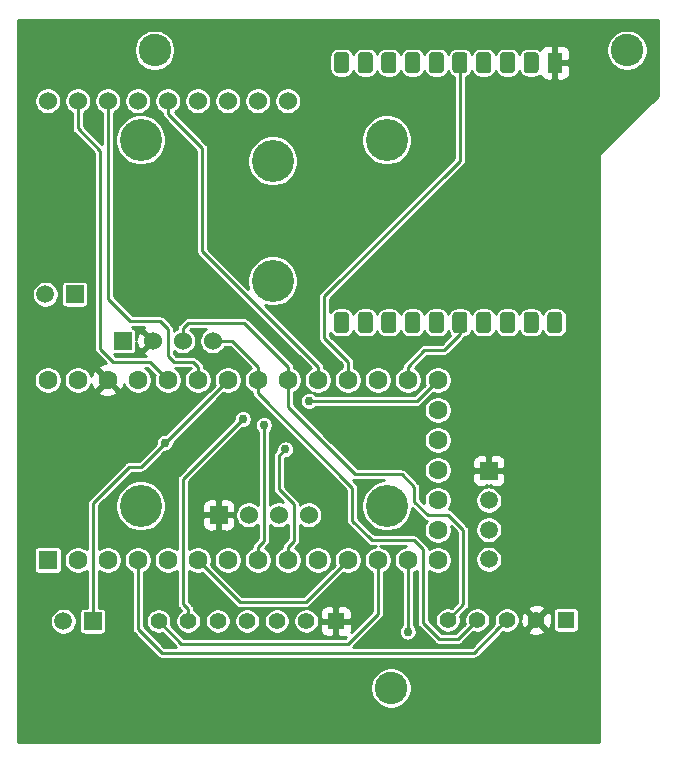
<source format=gbl>
G04 #@! TF.GenerationSoftware,KiCad,Pcbnew,(5.1.2)-2*
G04 #@! TF.CreationDate,2019-09-19T18:24:45+10:00*
G04 #@! TF.ProjectId,Smart_eNERF_Gun,536d6172-745f-4654-9e45-52465f47756e,4.5*
G04 #@! TF.SameCoordinates,Original*
G04 #@! TF.FileFunction,Copper,L2,Bot*
G04 #@! TF.FilePolarity,Positive*
%FSLAX46Y46*%
G04 Gerber Fmt 4.6, Leading zero omitted, Abs format (unit mm)*
G04 Created by KiCad (PCBNEW (5.1.2)-2) date 2019-09-19 18:24:45*
%MOMM*%
%LPD*%
G04 APERTURE LIST*
%ADD10C,3.556000*%
%ADD11C,1.524000*%
%ADD12R,1.524000X1.524000*%
%ADD13C,1.508000*%
%ADD14R,1.508000X1.508000*%
%ADD15C,1.600000*%
%ADD16R,1.600000X1.600000*%
%ADD17C,1.408000*%
%ADD18R,1.408000X1.408000*%
%ADD19R,1.270000X1.778000*%
%ADD20C,0.100000*%
%ADD21C,1.270000*%
%ADD22C,2.754000*%
%ADD23C,0.762000*%
%ADD24C,0.254000*%
G04 APERTURE END LIST*
D10*
X81664000Y-75592000D03*
X60836000Y-75592000D03*
X81664000Y-106580000D03*
X60836000Y-106580000D03*
D11*
X75060000Y-107342000D03*
X72520000Y-107342000D03*
X69980000Y-107342000D03*
D12*
X67440000Y-107342000D03*
D13*
X52750000Y-88646000D03*
D14*
X55250000Y-88646000D03*
D15*
X85982000Y-103532000D03*
X85982000Y-100992000D03*
X85982000Y-98452000D03*
X85982000Y-95912000D03*
X85982000Y-106072000D03*
X85982000Y-108612000D03*
X85982000Y-111152000D03*
X83442000Y-95912000D03*
X80902000Y-95912000D03*
X78362000Y-95912000D03*
X75822000Y-95912000D03*
X73282000Y-95912000D03*
X70742000Y-95912000D03*
X68202000Y-95912000D03*
X65662000Y-95912000D03*
X63122000Y-95912000D03*
X60582000Y-95912000D03*
X58042000Y-95912000D03*
X55502000Y-95912000D03*
X52962000Y-95912000D03*
X83442000Y-111152000D03*
X80902000Y-111152000D03*
X78362000Y-111152000D03*
X75822000Y-111152000D03*
X73282000Y-111152000D03*
X70742000Y-111152000D03*
X68202000Y-111152000D03*
X65662000Y-111152000D03*
X63122000Y-111152000D03*
X60582000Y-111152000D03*
X58042000Y-111152000D03*
X55502000Y-111152000D03*
D16*
X52962000Y-111152000D03*
D17*
X62350000Y-116328000D03*
X64850000Y-116328000D03*
X67350000Y-116328000D03*
X69850000Y-116328000D03*
X72350000Y-116328000D03*
X74850000Y-116328000D03*
D18*
X77350000Y-116328000D03*
D19*
X95888000Y-69038800D03*
D20*
G36*
X94230020Y-68151329D02*
G01*
X94260841Y-68155901D01*
X94291065Y-68163471D01*
X94320402Y-68173968D01*
X94348568Y-68187290D01*
X94375294Y-68203308D01*
X94400320Y-68221869D01*
X94423406Y-68242794D01*
X94444331Y-68265880D01*
X94462892Y-68290906D01*
X94478910Y-68317632D01*
X94492232Y-68345798D01*
X94502729Y-68375135D01*
X94510299Y-68405359D01*
X94514871Y-68436180D01*
X94516400Y-68467300D01*
X94516400Y-69610300D01*
X94514871Y-69641420D01*
X94510299Y-69672241D01*
X94502729Y-69702465D01*
X94492232Y-69731802D01*
X94478910Y-69759968D01*
X94462892Y-69786694D01*
X94444331Y-69811720D01*
X94423406Y-69834806D01*
X94400320Y-69855731D01*
X94375294Y-69874292D01*
X94348568Y-69890310D01*
X94320402Y-69903632D01*
X94291065Y-69914129D01*
X94260841Y-69921699D01*
X94230020Y-69926271D01*
X94198900Y-69927800D01*
X93563900Y-69927800D01*
X93532780Y-69926271D01*
X93501959Y-69921699D01*
X93471735Y-69914129D01*
X93442398Y-69903632D01*
X93414232Y-69890310D01*
X93387506Y-69874292D01*
X93362480Y-69855731D01*
X93339394Y-69834806D01*
X93318469Y-69811720D01*
X93299908Y-69786694D01*
X93283890Y-69759968D01*
X93270568Y-69731802D01*
X93260071Y-69702465D01*
X93252501Y-69672241D01*
X93247929Y-69641420D01*
X93246400Y-69610300D01*
X93246400Y-68467300D01*
X93247929Y-68436180D01*
X93252501Y-68405359D01*
X93260071Y-68375135D01*
X93270568Y-68345798D01*
X93283890Y-68317632D01*
X93299908Y-68290906D01*
X93318469Y-68265880D01*
X93339394Y-68242794D01*
X93362480Y-68221869D01*
X93387506Y-68203308D01*
X93414232Y-68187290D01*
X93442398Y-68173968D01*
X93471735Y-68163471D01*
X93501959Y-68155901D01*
X93532780Y-68151329D01*
X93563900Y-68149800D01*
X94198900Y-68149800D01*
X94230020Y-68151329D01*
X94230020Y-68151329D01*
G37*
D21*
X93881400Y-69038800D03*
D20*
G36*
X92223420Y-68151329D02*
G01*
X92254241Y-68155901D01*
X92284465Y-68163471D01*
X92313802Y-68173968D01*
X92341968Y-68187290D01*
X92368694Y-68203308D01*
X92393720Y-68221869D01*
X92416806Y-68242794D01*
X92437731Y-68265880D01*
X92456292Y-68290906D01*
X92472310Y-68317632D01*
X92485632Y-68345798D01*
X92496129Y-68375135D01*
X92503699Y-68405359D01*
X92508271Y-68436180D01*
X92509800Y-68467300D01*
X92509800Y-69610300D01*
X92508271Y-69641420D01*
X92503699Y-69672241D01*
X92496129Y-69702465D01*
X92485632Y-69731802D01*
X92472310Y-69759968D01*
X92456292Y-69786694D01*
X92437731Y-69811720D01*
X92416806Y-69834806D01*
X92393720Y-69855731D01*
X92368694Y-69874292D01*
X92341968Y-69890310D01*
X92313802Y-69903632D01*
X92284465Y-69914129D01*
X92254241Y-69921699D01*
X92223420Y-69926271D01*
X92192300Y-69927800D01*
X91557300Y-69927800D01*
X91526180Y-69926271D01*
X91495359Y-69921699D01*
X91465135Y-69914129D01*
X91435798Y-69903632D01*
X91407632Y-69890310D01*
X91380906Y-69874292D01*
X91355880Y-69855731D01*
X91332794Y-69834806D01*
X91311869Y-69811720D01*
X91293308Y-69786694D01*
X91277290Y-69759968D01*
X91263968Y-69731802D01*
X91253471Y-69702465D01*
X91245901Y-69672241D01*
X91241329Y-69641420D01*
X91239800Y-69610300D01*
X91239800Y-68467300D01*
X91241329Y-68436180D01*
X91245901Y-68405359D01*
X91253471Y-68375135D01*
X91263968Y-68345798D01*
X91277290Y-68317632D01*
X91293308Y-68290906D01*
X91311869Y-68265880D01*
X91332794Y-68242794D01*
X91355880Y-68221869D01*
X91380906Y-68203308D01*
X91407632Y-68187290D01*
X91435798Y-68173968D01*
X91465135Y-68163471D01*
X91495359Y-68155901D01*
X91526180Y-68151329D01*
X91557300Y-68149800D01*
X92192300Y-68149800D01*
X92223420Y-68151329D01*
X92223420Y-68151329D01*
G37*
D21*
X91874800Y-69038800D03*
D20*
G36*
X90216820Y-68151329D02*
G01*
X90247641Y-68155901D01*
X90277865Y-68163471D01*
X90307202Y-68173968D01*
X90335368Y-68187290D01*
X90362094Y-68203308D01*
X90387120Y-68221869D01*
X90410206Y-68242794D01*
X90431131Y-68265880D01*
X90449692Y-68290906D01*
X90465710Y-68317632D01*
X90479032Y-68345798D01*
X90489529Y-68375135D01*
X90497099Y-68405359D01*
X90501671Y-68436180D01*
X90503200Y-68467300D01*
X90503200Y-69610300D01*
X90501671Y-69641420D01*
X90497099Y-69672241D01*
X90489529Y-69702465D01*
X90479032Y-69731802D01*
X90465710Y-69759968D01*
X90449692Y-69786694D01*
X90431131Y-69811720D01*
X90410206Y-69834806D01*
X90387120Y-69855731D01*
X90362094Y-69874292D01*
X90335368Y-69890310D01*
X90307202Y-69903632D01*
X90277865Y-69914129D01*
X90247641Y-69921699D01*
X90216820Y-69926271D01*
X90185700Y-69927800D01*
X89550700Y-69927800D01*
X89519580Y-69926271D01*
X89488759Y-69921699D01*
X89458535Y-69914129D01*
X89429198Y-69903632D01*
X89401032Y-69890310D01*
X89374306Y-69874292D01*
X89349280Y-69855731D01*
X89326194Y-69834806D01*
X89305269Y-69811720D01*
X89286708Y-69786694D01*
X89270690Y-69759968D01*
X89257368Y-69731802D01*
X89246871Y-69702465D01*
X89239301Y-69672241D01*
X89234729Y-69641420D01*
X89233200Y-69610300D01*
X89233200Y-68467300D01*
X89234729Y-68436180D01*
X89239301Y-68405359D01*
X89246871Y-68375135D01*
X89257368Y-68345798D01*
X89270690Y-68317632D01*
X89286708Y-68290906D01*
X89305269Y-68265880D01*
X89326194Y-68242794D01*
X89349280Y-68221869D01*
X89374306Y-68203308D01*
X89401032Y-68187290D01*
X89429198Y-68173968D01*
X89458535Y-68163471D01*
X89488759Y-68155901D01*
X89519580Y-68151329D01*
X89550700Y-68149800D01*
X90185700Y-68149800D01*
X90216820Y-68151329D01*
X90216820Y-68151329D01*
G37*
D21*
X89868200Y-69038800D03*
D20*
G36*
X88210220Y-68151329D02*
G01*
X88241041Y-68155901D01*
X88271265Y-68163471D01*
X88300602Y-68173968D01*
X88328768Y-68187290D01*
X88355494Y-68203308D01*
X88380520Y-68221869D01*
X88403606Y-68242794D01*
X88424531Y-68265880D01*
X88443092Y-68290906D01*
X88459110Y-68317632D01*
X88472432Y-68345798D01*
X88482929Y-68375135D01*
X88490499Y-68405359D01*
X88495071Y-68436180D01*
X88496600Y-68467300D01*
X88496600Y-69610300D01*
X88495071Y-69641420D01*
X88490499Y-69672241D01*
X88482929Y-69702465D01*
X88472432Y-69731802D01*
X88459110Y-69759968D01*
X88443092Y-69786694D01*
X88424531Y-69811720D01*
X88403606Y-69834806D01*
X88380520Y-69855731D01*
X88355494Y-69874292D01*
X88328768Y-69890310D01*
X88300602Y-69903632D01*
X88271265Y-69914129D01*
X88241041Y-69921699D01*
X88210220Y-69926271D01*
X88179100Y-69927800D01*
X87544100Y-69927800D01*
X87512980Y-69926271D01*
X87482159Y-69921699D01*
X87451935Y-69914129D01*
X87422598Y-69903632D01*
X87394432Y-69890310D01*
X87367706Y-69874292D01*
X87342680Y-69855731D01*
X87319594Y-69834806D01*
X87298669Y-69811720D01*
X87280108Y-69786694D01*
X87264090Y-69759968D01*
X87250768Y-69731802D01*
X87240271Y-69702465D01*
X87232701Y-69672241D01*
X87228129Y-69641420D01*
X87226600Y-69610300D01*
X87226600Y-68467300D01*
X87228129Y-68436180D01*
X87232701Y-68405359D01*
X87240271Y-68375135D01*
X87250768Y-68345798D01*
X87264090Y-68317632D01*
X87280108Y-68290906D01*
X87298669Y-68265880D01*
X87319594Y-68242794D01*
X87342680Y-68221869D01*
X87367706Y-68203308D01*
X87394432Y-68187290D01*
X87422598Y-68173968D01*
X87451935Y-68163471D01*
X87482159Y-68155901D01*
X87512980Y-68151329D01*
X87544100Y-68149800D01*
X88179100Y-68149800D01*
X88210220Y-68151329D01*
X88210220Y-68151329D01*
G37*
D21*
X87861600Y-69038800D03*
D20*
G36*
X86203620Y-68151329D02*
G01*
X86234441Y-68155901D01*
X86264665Y-68163471D01*
X86294002Y-68173968D01*
X86322168Y-68187290D01*
X86348894Y-68203308D01*
X86373920Y-68221869D01*
X86397006Y-68242794D01*
X86417931Y-68265880D01*
X86436492Y-68290906D01*
X86452510Y-68317632D01*
X86465832Y-68345798D01*
X86476329Y-68375135D01*
X86483899Y-68405359D01*
X86488471Y-68436180D01*
X86490000Y-68467300D01*
X86490000Y-69610300D01*
X86488471Y-69641420D01*
X86483899Y-69672241D01*
X86476329Y-69702465D01*
X86465832Y-69731802D01*
X86452510Y-69759968D01*
X86436492Y-69786694D01*
X86417931Y-69811720D01*
X86397006Y-69834806D01*
X86373920Y-69855731D01*
X86348894Y-69874292D01*
X86322168Y-69890310D01*
X86294002Y-69903632D01*
X86264665Y-69914129D01*
X86234441Y-69921699D01*
X86203620Y-69926271D01*
X86172500Y-69927800D01*
X85537500Y-69927800D01*
X85506380Y-69926271D01*
X85475559Y-69921699D01*
X85445335Y-69914129D01*
X85415998Y-69903632D01*
X85387832Y-69890310D01*
X85361106Y-69874292D01*
X85336080Y-69855731D01*
X85312994Y-69834806D01*
X85292069Y-69811720D01*
X85273508Y-69786694D01*
X85257490Y-69759968D01*
X85244168Y-69731802D01*
X85233671Y-69702465D01*
X85226101Y-69672241D01*
X85221529Y-69641420D01*
X85220000Y-69610300D01*
X85220000Y-68467300D01*
X85221529Y-68436180D01*
X85226101Y-68405359D01*
X85233671Y-68375135D01*
X85244168Y-68345798D01*
X85257490Y-68317632D01*
X85273508Y-68290906D01*
X85292069Y-68265880D01*
X85312994Y-68242794D01*
X85336080Y-68221869D01*
X85361106Y-68203308D01*
X85387832Y-68187290D01*
X85415998Y-68173968D01*
X85445335Y-68163471D01*
X85475559Y-68155901D01*
X85506380Y-68151329D01*
X85537500Y-68149800D01*
X86172500Y-68149800D01*
X86203620Y-68151329D01*
X86203620Y-68151329D01*
G37*
D21*
X85855000Y-69038800D03*
D20*
G36*
X84197020Y-68151329D02*
G01*
X84227841Y-68155901D01*
X84258065Y-68163471D01*
X84287402Y-68173968D01*
X84315568Y-68187290D01*
X84342294Y-68203308D01*
X84367320Y-68221869D01*
X84390406Y-68242794D01*
X84411331Y-68265880D01*
X84429892Y-68290906D01*
X84445910Y-68317632D01*
X84459232Y-68345798D01*
X84469729Y-68375135D01*
X84477299Y-68405359D01*
X84481871Y-68436180D01*
X84483400Y-68467300D01*
X84483400Y-69610300D01*
X84481871Y-69641420D01*
X84477299Y-69672241D01*
X84469729Y-69702465D01*
X84459232Y-69731802D01*
X84445910Y-69759968D01*
X84429892Y-69786694D01*
X84411331Y-69811720D01*
X84390406Y-69834806D01*
X84367320Y-69855731D01*
X84342294Y-69874292D01*
X84315568Y-69890310D01*
X84287402Y-69903632D01*
X84258065Y-69914129D01*
X84227841Y-69921699D01*
X84197020Y-69926271D01*
X84165900Y-69927800D01*
X83530900Y-69927800D01*
X83499780Y-69926271D01*
X83468959Y-69921699D01*
X83438735Y-69914129D01*
X83409398Y-69903632D01*
X83381232Y-69890310D01*
X83354506Y-69874292D01*
X83329480Y-69855731D01*
X83306394Y-69834806D01*
X83285469Y-69811720D01*
X83266908Y-69786694D01*
X83250890Y-69759968D01*
X83237568Y-69731802D01*
X83227071Y-69702465D01*
X83219501Y-69672241D01*
X83214929Y-69641420D01*
X83213400Y-69610300D01*
X83213400Y-68467300D01*
X83214929Y-68436180D01*
X83219501Y-68405359D01*
X83227071Y-68375135D01*
X83237568Y-68345798D01*
X83250890Y-68317632D01*
X83266908Y-68290906D01*
X83285469Y-68265880D01*
X83306394Y-68242794D01*
X83329480Y-68221869D01*
X83354506Y-68203308D01*
X83381232Y-68187290D01*
X83409398Y-68173968D01*
X83438735Y-68163471D01*
X83468959Y-68155901D01*
X83499780Y-68151329D01*
X83530900Y-68149800D01*
X84165900Y-68149800D01*
X84197020Y-68151329D01*
X84197020Y-68151329D01*
G37*
D21*
X83848400Y-69038800D03*
D20*
G36*
X82190420Y-68151329D02*
G01*
X82221241Y-68155901D01*
X82251465Y-68163471D01*
X82280802Y-68173968D01*
X82308968Y-68187290D01*
X82335694Y-68203308D01*
X82360720Y-68221869D01*
X82383806Y-68242794D01*
X82404731Y-68265880D01*
X82423292Y-68290906D01*
X82439310Y-68317632D01*
X82452632Y-68345798D01*
X82463129Y-68375135D01*
X82470699Y-68405359D01*
X82475271Y-68436180D01*
X82476800Y-68467300D01*
X82476800Y-69610300D01*
X82475271Y-69641420D01*
X82470699Y-69672241D01*
X82463129Y-69702465D01*
X82452632Y-69731802D01*
X82439310Y-69759968D01*
X82423292Y-69786694D01*
X82404731Y-69811720D01*
X82383806Y-69834806D01*
X82360720Y-69855731D01*
X82335694Y-69874292D01*
X82308968Y-69890310D01*
X82280802Y-69903632D01*
X82251465Y-69914129D01*
X82221241Y-69921699D01*
X82190420Y-69926271D01*
X82159300Y-69927800D01*
X81524300Y-69927800D01*
X81493180Y-69926271D01*
X81462359Y-69921699D01*
X81432135Y-69914129D01*
X81402798Y-69903632D01*
X81374632Y-69890310D01*
X81347906Y-69874292D01*
X81322880Y-69855731D01*
X81299794Y-69834806D01*
X81278869Y-69811720D01*
X81260308Y-69786694D01*
X81244290Y-69759968D01*
X81230968Y-69731802D01*
X81220471Y-69702465D01*
X81212901Y-69672241D01*
X81208329Y-69641420D01*
X81206800Y-69610300D01*
X81206800Y-68467300D01*
X81208329Y-68436180D01*
X81212901Y-68405359D01*
X81220471Y-68375135D01*
X81230968Y-68345798D01*
X81244290Y-68317632D01*
X81260308Y-68290906D01*
X81278869Y-68265880D01*
X81299794Y-68242794D01*
X81322880Y-68221869D01*
X81347906Y-68203308D01*
X81374632Y-68187290D01*
X81402798Y-68173968D01*
X81432135Y-68163471D01*
X81462359Y-68155901D01*
X81493180Y-68151329D01*
X81524300Y-68149800D01*
X82159300Y-68149800D01*
X82190420Y-68151329D01*
X82190420Y-68151329D01*
G37*
D21*
X81841800Y-69038800D03*
D20*
G36*
X80183820Y-68151329D02*
G01*
X80214641Y-68155901D01*
X80244865Y-68163471D01*
X80274202Y-68173968D01*
X80302368Y-68187290D01*
X80329094Y-68203308D01*
X80354120Y-68221869D01*
X80377206Y-68242794D01*
X80398131Y-68265880D01*
X80416692Y-68290906D01*
X80432710Y-68317632D01*
X80446032Y-68345798D01*
X80456529Y-68375135D01*
X80464099Y-68405359D01*
X80468671Y-68436180D01*
X80470200Y-68467300D01*
X80470200Y-69610300D01*
X80468671Y-69641420D01*
X80464099Y-69672241D01*
X80456529Y-69702465D01*
X80446032Y-69731802D01*
X80432710Y-69759968D01*
X80416692Y-69786694D01*
X80398131Y-69811720D01*
X80377206Y-69834806D01*
X80354120Y-69855731D01*
X80329094Y-69874292D01*
X80302368Y-69890310D01*
X80274202Y-69903632D01*
X80244865Y-69914129D01*
X80214641Y-69921699D01*
X80183820Y-69926271D01*
X80152700Y-69927800D01*
X79517700Y-69927800D01*
X79486580Y-69926271D01*
X79455759Y-69921699D01*
X79425535Y-69914129D01*
X79396198Y-69903632D01*
X79368032Y-69890310D01*
X79341306Y-69874292D01*
X79316280Y-69855731D01*
X79293194Y-69834806D01*
X79272269Y-69811720D01*
X79253708Y-69786694D01*
X79237690Y-69759968D01*
X79224368Y-69731802D01*
X79213871Y-69702465D01*
X79206301Y-69672241D01*
X79201729Y-69641420D01*
X79200200Y-69610300D01*
X79200200Y-68467300D01*
X79201729Y-68436180D01*
X79206301Y-68405359D01*
X79213871Y-68375135D01*
X79224368Y-68345798D01*
X79237690Y-68317632D01*
X79253708Y-68290906D01*
X79272269Y-68265880D01*
X79293194Y-68242794D01*
X79316280Y-68221869D01*
X79341306Y-68203308D01*
X79368032Y-68187290D01*
X79396198Y-68173968D01*
X79425535Y-68163471D01*
X79455759Y-68155901D01*
X79486580Y-68151329D01*
X79517700Y-68149800D01*
X80152700Y-68149800D01*
X80183820Y-68151329D01*
X80183820Y-68151329D01*
G37*
D21*
X79835200Y-69038800D03*
D20*
G36*
X78177220Y-68151329D02*
G01*
X78208041Y-68155901D01*
X78238265Y-68163471D01*
X78267602Y-68173968D01*
X78295768Y-68187290D01*
X78322494Y-68203308D01*
X78347520Y-68221869D01*
X78370606Y-68242794D01*
X78391531Y-68265880D01*
X78410092Y-68290906D01*
X78426110Y-68317632D01*
X78439432Y-68345798D01*
X78449929Y-68375135D01*
X78457499Y-68405359D01*
X78462071Y-68436180D01*
X78463600Y-68467300D01*
X78463600Y-69610300D01*
X78462071Y-69641420D01*
X78457499Y-69672241D01*
X78449929Y-69702465D01*
X78439432Y-69731802D01*
X78426110Y-69759968D01*
X78410092Y-69786694D01*
X78391531Y-69811720D01*
X78370606Y-69834806D01*
X78347520Y-69855731D01*
X78322494Y-69874292D01*
X78295768Y-69890310D01*
X78267602Y-69903632D01*
X78238265Y-69914129D01*
X78208041Y-69921699D01*
X78177220Y-69926271D01*
X78146100Y-69927800D01*
X77511100Y-69927800D01*
X77479980Y-69926271D01*
X77449159Y-69921699D01*
X77418935Y-69914129D01*
X77389598Y-69903632D01*
X77361432Y-69890310D01*
X77334706Y-69874292D01*
X77309680Y-69855731D01*
X77286594Y-69834806D01*
X77265669Y-69811720D01*
X77247108Y-69786694D01*
X77231090Y-69759968D01*
X77217768Y-69731802D01*
X77207271Y-69702465D01*
X77199701Y-69672241D01*
X77195129Y-69641420D01*
X77193600Y-69610300D01*
X77193600Y-68467300D01*
X77195129Y-68436180D01*
X77199701Y-68405359D01*
X77207271Y-68375135D01*
X77217768Y-68345798D01*
X77231090Y-68317632D01*
X77247108Y-68290906D01*
X77265669Y-68265880D01*
X77286594Y-68242794D01*
X77309680Y-68221869D01*
X77334706Y-68203308D01*
X77361432Y-68187290D01*
X77389598Y-68173968D01*
X77418935Y-68163471D01*
X77449159Y-68155901D01*
X77479980Y-68151329D01*
X77511100Y-68149800D01*
X78146100Y-68149800D01*
X78177220Y-68151329D01*
X78177220Y-68151329D01*
G37*
D21*
X77828600Y-69038800D03*
D20*
G36*
X78177220Y-90147729D02*
G01*
X78208041Y-90152301D01*
X78238265Y-90159871D01*
X78267602Y-90170368D01*
X78295768Y-90183690D01*
X78322494Y-90199708D01*
X78347520Y-90218269D01*
X78370606Y-90239194D01*
X78391531Y-90262280D01*
X78410092Y-90287306D01*
X78426110Y-90314032D01*
X78439432Y-90342198D01*
X78449929Y-90371535D01*
X78457499Y-90401759D01*
X78462071Y-90432580D01*
X78463600Y-90463700D01*
X78463600Y-91606700D01*
X78462071Y-91637820D01*
X78457499Y-91668641D01*
X78449929Y-91698865D01*
X78439432Y-91728202D01*
X78426110Y-91756368D01*
X78410092Y-91783094D01*
X78391531Y-91808120D01*
X78370606Y-91831206D01*
X78347520Y-91852131D01*
X78322494Y-91870692D01*
X78295768Y-91886710D01*
X78267602Y-91900032D01*
X78238265Y-91910529D01*
X78208041Y-91918099D01*
X78177220Y-91922671D01*
X78146100Y-91924200D01*
X77511100Y-91924200D01*
X77479980Y-91922671D01*
X77449159Y-91918099D01*
X77418935Y-91910529D01*
X77389598Y-91900032D01*
X77361432Y-91886710D01*
X77334706Y-91870692D01*
X77309680Y-91852131D01*
X77286594Y-91831206D01*
X77265669Y-91808120D01*
X77247108Y-91783094D01*
X77231090Y-91756368D01*
X77217768Y-91728202D01*
X77207271Y-91698865D01*
X77199701Y-91668641D01*
X77195129Y-91637820D01*
X77193600Y-91606700D01*
X77193600Y-90463700D01*
X77195129Y-90432580D01*
X77199701Y-90401759D01*
X77207271Y-90371535D01*
X77217768Y-90342198D01*
X77231090Y-90314032D01*
X77247108Y-90287306D01*
X77265669Y-90262280D01*
X77286594Y-90239194D01*
X77309680Y-90218269D01*
X77334706Y-90199708D01*
X77361432Y-90183690D01*
X77389598Y-90170368D01*
X77418935Y-90159871D01*
X77449159Y-90152301D01*
X77479980Y-90147729D01*
X77511100Y-90146200D01*
X78146100Y-90146200D01*
X78177220Y-90147729D01*
X78177220Y-90147729D01*
G37*
D21*
X77828600Y-91035200D03*
D20*
G36*
X80183820Y-90147729D02*
G01*
X80214641Y-90152301D01*
X80244865Y-90159871D01*
X80274202Y-90170368D01*
X80302368Y-90183690D01*
X80329094Y-90199708D01*
X80354120Y-90218269D01*
X80377206Y-90239194D01*
X80398131Y-90262280D01*
X80416692Y-90287306D01*
X80432710Y-90314032D01*
X80446032Y-90342198D01*
X80456529Y-90371535D01*
X80464099Y-90401759D01*
X80468671Y-90432580D01*
X80470200Y-90463700D01*
X80470200Y-91606700D01*
X80468671Y-91637820D01*
X80464099Y-91668641D01*
X80456529Y-91698865D01*
X80446032Y-91728202D01*
X80432710Y-91756368D01*
X80416692Y-91783094D01*
X80398131Y-91808120D01*
X80377206Y-91831206D01*
X80354120Y-91852131D01*
X80329094Y-91870692D01*
X80302368Y-91886710D01*
X80274202Y-91900032D01*
X80244865Y-91910529D01*
X80214641Y-91918099D01*
X80183820Y-91922671D01*
X80152700Y-91924200D01*
X79517700Y-91924200D01*
X79486580Y-91922671D01*
X79455759Y-91918099D01*
X79425535Y-91910529D01*
X79396198Y-91900032D01*
X79368032Y-91886710D01*
X79341306Y-91870692D01*
X79316280Y-91852131D01*
X79293194Y-91831206D01*
X79272269Y-91808120D01*
X79253708Y-91783094D01*
X79237690Y-91756368D01*
X79224368Y-91728202D01*
X79213871Y-91698865D01*
X79206301Y-91668641D01*
X79201729Y-91637820D01*
X79200200Y-91606700D01*
X79200200Y-90463700D01*
X79201729Y-90432580D01*
X79206301Y-90401759D01*
X79213871Y-90371535D01*
X79224368Y-90342198D01*
X79237690Y-90314032D01*
X79253708Y-90287306D01*
X79272269Y-90262280D01*
X79293194Y-90239194D01*
X79316280Y-90218269D01*
X79341306Y-90199708D01*
X79368032Y-90183690D01*
X79396198Y-90170368D01*
X79425535Y-90159871D01*
X79455759Y-90152301D01*
X79486580Y-90147729D01*
X79517700Y-90146200D01*
X80152700Y-90146200D01*
X80183820Y-90147729D01*
X80183820Y-90147729D01*
G37*
D21*
X79835200Y-91035200D03*
D20*
G36*
X82190420Y-90147729D02*
G01*
X82221241Y-90152301D01*
X82251465Y-90159871D01*
X82280802Y-90170368D01*
X82308968Y-90183690D01*
X82335694Y-90199708D01*
X82360720Y-90218269D01*
X82383806Y-90239194D01*
X82404731Y-90262280D01*
X82423292Y-90287306D01*
X82439310Y-90314032D01*
X82452632Y-90342198D01*
X82463129Y-90371535D01*
X82470699Y-90401759D01*
X82475271Y-90432580D01*
X82476800Y-90463700D01*
X82476800Y-91606700D01*
X82475271Y-91637820D01*
X82470699Y-91668641D01*
X82463129Y-91698865D01*
X82452632Y-91728202D01*
X82439310Y-91756368D01*
X82423292Y-91783094D01*
X82404731Y-91808120D01*
X82383806Y-91831206D01*
X82360720Y-91852131D01*
X82335694Y-91870692D01*
X82308968Y-91886710D01*
X82280802Y-91900032D01*
X82251465Y-91910529D01*
X82221241Y-91918099D01*
X82190420Y-91922671D01*
X82159300Y-91924200D01*
X81524300Y-91924200D01*
X81493180Y-91922671D01*
X81462359Y-91918099D01*
X81432135Y-91910529D01*
X81402798Y-91900032D01*
X81374632Y-91886710D01*
X81347906Y-91870692D01*
X81322880Y-91852131D01*
X81299794Y-91831206D01*
X81278869Y-91808120D01*
X81260308Y-91783094D01*
X81244290Y-91756368D01*
X81230968Y-91728202D01*
X81220471Y-91698865D01*
X81212901Y-91668641D01*
X81208329Y-91637820D01*
X81206800Y-91606700D01*
X81206800Y-90463700D01*
X81208329Y-90432580D01*
X81212901Y-90401759D01*
X81220471Y-90371535D01*
X81230968Y-90342198D01*
X81244290Y-90314032D01*
X81260308Y-90287306D01*
X81278869Y-90262280D01*
X81299794Y-90239194D01*
X81322880Y-90218269D01*
X81347906Y-90199708D01*
X81374632Y-90183690D01*
X81402798Y-90170368D01*
X81432135Y-90159871D01*
X81462359Y-90152301D01*
X81493180Y-90147729D01*
X81524300Y-90146200D01*
X82159300Y-90146200D01*
X82190420Y-90147729D01*
X82190420Y-90147729D01*
G37*
D21*
X81841800Y-91035200D03*
D20*
G36*
X84197020Y-90147729D02*
G01*
X84227841Y-90152301D01*
X84258065Y-90159871D01*
X84287402Y-90170368D01*
X84315568Y-90183690D01*
X84342294Y-90199708D01*
X84367320Y-90218269D01*
X84390406Y-90239194D01*
X84411331Y-90262280D01*
X84429892Y-90287306D01*
X84445910Y-90314032D01*
X84459232Y-90342198D01*
X84469729Y-90371535D01*
X84477299Y-90401759D01*
X84481871Y-90432580D01*
X84483400Y-90463700D01*
X84483400Y-91606700D01*
X84481871Y-91637820D01*
X84477299Y-91668641D01*
X84469729Y-91698865D01*
X84459232Y-91728202D01*
X84445910Y-91756368D01*
X84429892Y-91783094D01*
X84411331Y-91808120D01*
X84390406Y-91831206D01*
X84367320Y-91852131D01*
X84342294Y-91870692D01*
X84315568Y-91886710D01*
X84287402Y-91900032D01*
X84258065Y-91910529D01*
X84227841Y-91918099D01*
X84197020Y-91922671D01*
X84165900Y-91924200D01*
X83530900Y-91924200D01*
X83499780Y-91922671D01*
X83468959Y-91918099D01*
X83438735Y-91910529D01*
X83409398Y-91900032D01*
X83381232Y-91886710D01*
X83354506Y-91870692D01*
X83329480Y-91852131D01*
X83306394Y-91831206D01*
X83285469Y-91808120D01*
X83266908Y-91783094D01*
X83250890Y-91756368D01*
X83237568Y-91728202D01*
X83227071Y-91698865D01*
X83219501Y-91668641D01*
X83214929Y-91637820D01*
X83213400Y-91606700D01*
X83213400Y-90463700D01*
X83214929Y-90432580D01*
X83219501Y-90401759D01*
X83227071Y-90371535D01*
X83237568Y-90342198D01*
X83250890Y-90314032D01*
X83266908Y-90287306D01*
X83285469Y-90262280D01*
X83306394Y-90239194D01*
X83329480Y-90218269D01*
X83354506Y-90199708D01*
X83381232Y-90183690D01*
X83409398Y-90170368D01*
X83438735Y-90159871D01*
X83468959Y-90152301D01*
X83499780Y-90147729D01*
X83530900Y-90146200D01*
X84165900Y-90146200D01*
X84197020Y-90147729D01*
X84197020Y-90147729D01*
G37*
D21*
X83848400Y-91035200D03*
D20*
G36*
X86203620Y-90147729D02*
G01*
X86234441Y-90152301D01*
X86264665Y-90159871D01*
X86294002Y-90170368D01*
X86322168Y-90183690D01*
X86348894Y-90199708D01*
X86373920Y-90218269D01*
X86397006Y-90239194D01*
X86417931Y-90262280D01*
X86436492Y-90287306D01*
X86452510Y-90314032D01*
X86465832Y-90342198D01*
X86476329Y-90371535D01*
X86483899Y-90401759D01*
X86488471Y-90432580D01*
X86490000Y-90463700D01*
X86490000Y-91606700D01*
X86488471Y-91637820D01*
X86483899Y-91668641D01*
X86476329Y-91698865D01*
X86465832Y-91728202D01*
X86452510Y-91756368D01*
X86436492Y-91783094D01*
X86417931Y-91808120D01*
X86397006Y-91831206D01*
X86373920Y-91852131D01*
X86348894Y-91870692D01*
X86322168Y-91886710D01*
X86294002Y-91900032D01*
X86264665Y-91910529D01*
X86234441Y-91918099D01*
X86203620Y-91922671D01*
X86172500Y-91924200D01*
X85537500Y-91924200D01*
X85506380Y-91922671D01*
X85475559Y-91918099D01*
X85445335Y-91910529D01*
X85415998Y-91900032D01*
X85387832Y-91886710D01*
X85361106Y-91870692D01*
X85336080Y-91852131D01*
X85312994Y-91831206D01*
X85292069Y-91808120D01*
X85273508Y-91783094D01*
X85257490Y-91756368D01*
X85244168Y-91728202D01*
X85233671Y-91698865D01*
X85226101Y-91668641D01*
X85221529Y-91637820D01*
X85220000Y-91606700D01*
X85220000Y-90463700D01*
X85221529Y-90432580D01*
X85226101Y-90401759D01*
X85233671Y-90371535D01*
X85244168Y-90342198D01*
X85257490Y-90314032D01*
X85273508Y-90287306D01*
X85292069Y-90262280D01*
X85312994Y-90239194D01*
X85336080Y-90218269D01*
X85361106Y-90199708D01*
X85387832Y-90183690D01*
X85415998Y-90170368D01*
X85445335Y-90159871D01*
X85475559Y-90152301D01*
X85506380Y-90147729D01*
X85537500Y-90146200D01*
X86172500Y-90146200D01*
X86203620Y-90147729D01*
X86203620Y-90147729D01*
G37*
D21*
X85855000Y-91035200D03*
D20*
G36*
X88210220Y-90147729D02*
G01*
X88241041Y-90152301D01*
X88271265Y-90159871D01*
X88300602Y-90170368D01*
X88328768Y-90183690D01*
X88355494Y-90199708D01*
X88380520Y-90218269D01*
X88403606Y-90239194D01*
X88424531Y-90262280D01*
X88443092Y-90287306D01*
X88459110Y-90314032D01*
X88472432Y-90342198D01*
X88482929Y-90371535D01*
X88490499Y-90401759D01*
X88495071Y-90432580D01*
X88496600Y-90463700D01*
X88496600Y-91606700D01*
X88495071Y-91637820D01*
X88490499Y-91668641D01*
X88482929Y-91698865D01*
X88472432Y-91728202D01*
X88459110Y-91756368D01*
X88443092Y-91783094D01*
X88424531Y-91808120D01*
X88403606Y-91831206D01*
X88380520Y-91852131D01*
X88355494Y-91870692D01*
X88328768Y-91886710D01*
X88300602Y-91900032D01*
X88271265Y-91910529D01*
X88241041Y-91918099D01*
X88210220Y-91922671D01*
X88179100Y-91924200D01*
X87544100Y-91924200D01*
X87512980Y-91922671D01*
X87482159Y-91918099D01*
X87451935Y-91910529D01*
X87422598Y-91900032D01*
X87394432Y-91886710D01*
X87367706Y-91870692D01*
X87342680Y-91852131D01*
X87319594Y-91831206D01*
X87298669Y-91808120D01*
X87280108Y-91783094D01*
X87264090Y-91756368D01*
X87250768Y-91728202D01*
X87240271Y-91698865D01*
X87232701Y-91668641D01*
X87228129Y-91637820D01*
X87226600Y-91606700D01*
X87226600Y-90463700D01*
X87228129Y-90432580D01*
X87232701Y-90401759D01*
X87240271Y-90371535D01*
X87250768Y-90342198D01*
X87264090Y-90314032D01*
X87280108Y-90287306D01*
X87298669Y-90262280D01*
X87319594Y-90239194D01*
X87342680Y-90218269D01*
X87367706Y-90199708D01*
X87394432Y-90183690D01*
X87422598Y-90170368D01*
X87451935Y-90159871D01*
X87482159Y-90152301D01*
X87512980Y-90147729D01*
X87544100Y-90146200D01*
X88179100Y-90146200D01*
X88210220Y-90147729D01*
X88210220Y-90147729D01*
G37*
D21*
X87861600Y-91035200D03*
D20*
G36*
X90216820Y-90147729D02*
G01*
X90247641Y-90152301D01*
X90277865Y-90159871D01*
X90307202Y-90170368D01*
X90335368Y-90183690D01*
X90362094Y-90199708D01*
X90387120Y-90218269D01*
X90410206Y-90239194D01*
X90431131Y-90262280D01*
X90449692Y-90287306D01*
X90465710Y-90314032D01*
X90479032Y-90342198D01*
X90489529Y-90371535D01*
X90497099Y-90401759D01*
X90501671Y-90432580D01*
X90503200Y-90463700D01*
X90503200Y-91606700D01*
X90501671Y-91637820D01*
X90497099Y-91668641D01*
X90489529Y-91698865D01*
X90479032Y-91728202D01*
X90465710Y-91756368D01*
X90449692Y-91783094D01*
X90431131Y-91808120D01*
X90410206Y-91831206D01*
X90387120Y-91852131D01*
X90362094Y-91870692D01*
X90335368Y-91886710D01*
X90307202Y-91900032D01*
X90277865Y-91910529D01*
X90247641Y-91918099D01*
X90216820Y-91922671D01*
X90185700Y-91924200D01*
X89550700Y-91924200D01*
X89519580Y-91922671D01*
X89488759Y-91918099D01*
X89458535Y-91910529D01*
X89429198Y-91900032D01*
X89401032Y-91886710D01*
X89374306Y-91870692D01*
X89349280Y-91852131D01*
X89326194Y-91831206D01*
X89305269Y-91808120D01*
X89286708Y-91783094D01*
X89270690Y-91756368D01*
X89257368Y-91728202D01*
X89246871Y-91698865D01*
X89239301Y-91668641D01*
X89234729Y-91637820D01*
X89233200Y-91606700D01*
X89233200Y-90463700D01*
X89234729Y-90432580D01*
X89239301Y-90401759D01*
X89246871Y-90371535D01*
X89257368Y-90342198D01*
X89270690Y-90314032D01*
X89286708Y-90287306D01*
X89305269Y-90262280D01*
X89326194Y-90239194D01*
X89349280Y-90218269D01*
X89374306Y-90199708D01*
X89401032Y-90183690D01*
X89429198Y-90170368D01*
X89458535Y-90159871D01*
X89488759Y-90152301D01*
X89519580Y-90147729D01*
X89550700Y-90146200D01*
X90185700Y-90146200D01*
X90216820Y-90147729D01*
X90216820Y-90147729D01*
G37*
D21*
X89868200Y-91035200D03*
D20*
G36*
X92223420Y-90147729D02*
G01*
X92254241Y-90152301D01*
X92284465Y-90159871D01*
X92313802Y-90170368D01*
X92341968Y-90183690D01*
X92368694Y-90199708D01*
X92393720Y-90218269D01*
X92416806Y-90239194D01*
X92437731Y-90262280D01*
X92456292Y-90287306D01*
X92472310Y-90314032D01*
X92485632Y-90342198D01*
X92496129Y-90371535D01*
X92503699Y-90401759D01*
X92508271Y-90432580D01*
X92509800Y-90463700D01*
X92509800Y-91606700D01*
X92508271Y-91637820D01*
X92503699Y-91668641D01*
X92496129Y-91698865D01*
X92485632Y-91728202D01*
X92472310Y-91756368D01*
X92456292Y-91783094D01*
X92437731Y-91808120D01*
X92416806Y-91831206D01*
X92393720Y-91852131D01*
X92368694Y-91870692D01*
X92341968Y-91886710D01*
X92313802Y-91900032D01*
X92284465Y-91910529D01*
X92254241Y-91918099D01*
X92223420Y-91922671D01*
X92192300Y-91924200D01*
X91557300Y-91924200D01*
X91526180Y-91922671D01*
X91495359Y-91918099D01*
X91465135Y-91910529D01*
X91435798Y-91900032D01*
X91407632Y-91886710D01*
X91380906Y-91870692D01*
X91355880Y-91852131D01*
X91332794Y-91831206D01*
X91311869Y-91808120D01*
X91293308Y-91783094D01*
X91277290Y-91756368D01*
X91263968Y-91728202D01*
X91253471Y-91698865D01*
X91245901Y-91668641D01*
X91241329Y-91637820D01*
X91239800Y-91606700D01*
X91239800Y-90463700D01*
X91241329Y-90432580D01*
X91245901Y-90401759D01*
X91253471Y-90371535D01*
X91263968Y-90342198D01*
X91277290Y-90314032D01*
X91293308Y-90287306D01*
X91311869Y-90262280D01*
X91332794Y-90239194D01*
X91355880Y-90218269D01*
X91380906Y-90199708D01*
X91407632Y-90183690D01*
X91435798Y-90170368D01*
X91465135Y-90159871D01*
X91495359Y-90152301D01*
X91526180Y-90147729D01*
X91557300Y-90146200D01*
X92192300Y-90146200D01*
X92223420Y-90147729D01*
X92223420Y-90147729D01*
G37*
D21*
X91874800Y-91035200D03*
D20*
G36*
X94230020Y-90147729D02*
G01*
X94260841Y-90152301D01*
X94291065Y-90159871D01*
X94320402Y-90170368D01*
X94348568Y-90183690D01*
X94375294Y-90199708D01*
X94400320Y-90218269D01*
X94423406Y-90239194D01*
X94444331Y-90262280D01*
X94462892Y-90287306D01*
X94478910Y-90314032D01*
X94492232Y-90342198D01*
X94502729Y-90371535D01*
X94510299Y-90401759D01*
X94514871Y-90432580D01*
X94516400Y-90463700D01*
X94516400Y-91606700D01*
X94514871Y-91637820D01*
X94510299Y-91668641D01*
X94502729Y-91698865D01*
X94492232Y-91728202D01*
X94478910Y-91756368D01*
X94462892Y-91783094D01*
X94444331Y-91808120D01*
X94423406Y-91831206D01*
X94400320Y-91852131D01*
X94375294Y-91870692D01*
X94348568Y-91886710D01*
X94320402Y-91900032D01*
X94291065Y-91910529D01*
X94260841Y-91918099D01*
X94230020Y-91922671D01*
X94198900Y-91924200D01*
X93563900Y-91924200D01*
X93532780Y-91922671D01*
X93501959Y-91918099D01*
X93471735Y-91910529D01*
X93442398Y-91900032D01*
X93414232Y-91886710D01*
X93387506Y-91870692D01*
X93362480Y-91852131D01*
X93339394Y-91831206D01*
X93318469Y-91808120D01*
X93299908Y-91783094D01*
X93283890Y-91756368D01*
X93270568Y-91728202D01*
X93260071Y-91698865D01*
X93252501Y-91668641D01*
X93247929Y-91637820D01*
X93246400Y-91606700D01*
X93246400Y-90463700D01*
X93247929Y-90432580D01*
X93252501Y-90401759D01*
X93260071Y-90371535D01*
X93270568Y-90342198D01*
X93283890Y-90314032D01*
X93299908Y-90287306D01*
X93318469Y-90262280D01*
X93339394Y-90239194D01*
X93362480Y-90218269D01*
X93387506Y-90199708D01*
X93414232Y-90183690D01*
X93442398Y-90170368D01*
X93471735Y-90159871D01*
X93501959Y-90152301D01*
X93532780Y-90147729D01*
X93563900Y-90146200D01*
X94198900Y-90146200D01*
X94230020Y-90147729D01*
X94230020Y-90147729D01*
G37*
D21*
X93881400Y-91035200D03*
D20*
G36*
X96236620Y-90147729D02*
G01*
X96267441Y-90152301D01*
X96297665Y-90159871D01*
X96327002Y-90170368D01*
X96355168Y-90183690D01*
X96381894Y-90199708D01*
X96406920Y-90218269D01*
X96430006Y-90239194D01*
X96450931Y-90262280D01*
X96469492Y-90287306D01*
X96485510Y-90314032D01*
X96498832Y-90342198D01*
X96509329Y-90371535D01*
X96516899Y-90401759D01*
X96521471Y-90432580D01*
X96523000Y-90463700D01*
X96523000Y-91606700D01*
X96521471Y-91637820D01*
X96516899Y-91668641D01*
X96509329Y-91698865D01*
X96498832Y-91728202D01*
X96485510Y-91756368D01*
X96469492Y-91783094D01*
X96450931Y-91808120D01*
X96430006Y-91831206D01*
X96406920Y-91852131D01*
X96381894Y-91870692D01*
X96355168Y-91886710D01*
X96327002Y-91900032D01*
X96297665Y-91910529D01*
X96267441Y-91918099D01*
X96236620Y-91922671D01*
X96205500Y-91924200D01*
X95570500Y-91924200D01*
X95539380Y-91922671D01*
X95508559Y-91918099D01*
X95478335Y-91910529D01*
X95448998Y-91900032D01*
X95420832Y-91886710D01*
X95394106Y-91870692D01*
X95369080Y-91852131D01*
X95345994Y-91831206D01*
X95325069Y-91808120D01*
X95306508Y-91783094D01*
X95290490Y-91756368D01*
X95277168Y-91728202D01*
X95266671Y-91698865D01*
X95259101Y-91668641D01*
X95254529Y-91637820D01*
X95253000Y-91606700D01*
X95253000Y-90463700D01*
X95254529Y-90432580D01*
X95259101Y-90401759D01*
X95266671Y-90371535D01*
X95277168Y-90342198D01*
X95290490Y-90314032D01*
X95306508Y-90287306D01*
X95325069Y-90262280D01*
X95345994Y-90239194D01*
X95369080Y-90218269D01*
X95394106Y-90199708D01*
X95420832Y-90183690D01*
X95448998Y-90170368D01*
X95478335Y-90159871D01*
X95508559Y-90152301D01*
X95539380Y-90147729D01*
X95570500Y-90146200D01*
X96205500Y-90146200D01*
X96236620Y-90147729D01*
X96236620Y-90147729D01*
G37*
D21*
X95888000Y-91035200D03*
D10*
X72012000Y-87530000D03*
X72012000Y-77370000D03*
D11*
X52962000Y-72290000D03*
X55502000Y-72290000D03*
X58042000Y-72290000D03*
X60582000Y-72290000D03*
X63122000Y-72290000D03*
X65662000Y-72290000D03*
X68202000Y-72290000D03*
X70742000Y-72290000D03*
X73282000Y-72290000D03*
X66932000Y-92610000D03*
X64392000Y-92610000D03*
X61852000Y-92610000D03*
D12*
X59312000Y-92610000D03*
D17*
X86824000Y-116232000D03*
X89324000Y-116232000D03*
X91824000Y-116232000D03*
X94324000Y-116232000D03*
D18*
X96824000Y-116232000D03*
D13*
X90300000Y-111092000D03*
X90300000Y-108592000D03*
X90300000Y-106092000D03*
D14*
X90300000Y-103592000D03*
D13*
X54274400Y-116332000D03*
D14*
X56774400Y-116332000D03*
D22*
X82000000Y-122000000D03*
X62000000Y-68000000D03*
X102000000Y-68000000D03*
D23*
X83439000Y-117221000D03*
X69472000Y-99214000D03*
X75060000Y-97690000D03*
X62856000Y-101228000D03*
X71249991Y-99722009D03*
X73076000Y-101786000D03*
D24*
X64392000Y-91532370D02*
X64838370Y-91086000D01*
X64392000Y-92610000D02*
X64392000Y-91532370D01*
X73282000Y-94780630D02*
X73282000Y-95912000D01*
X69587370Y-91086000D02*
X73282000Y-94780630D01*
X64838370Y-91086000D02*
X69587370Y-91086000D01*
X73282000Y-98198000D02*
X78997000Y-103913000D01*
X73282000Y-95912000D02*
X73282000Y-98198000D01*
X78997000Y-103913000D02*
X82934000Y-103913000D01*
X86871000Y-107342000D02*
X88141000Y-108612000D01*
X88141000Y-114915000D02*
X86824000Y-116232000D01*
X88141000Y-108612000D02*
X88141000Y-114915000D01*
X86871000Y-107342000D02*
X85117000Y-107342000D01*
X83998500Y-106223500D02*
X83998500Y-104977500D01*
X85117000Y-107342000D02*
X83998500Y-106223500D01*
X82934000Y-103913000D02*
X83998500Y-104977500D01*
X70742000Y-96166000D02*
X70742000Y-95912000D01*
X84712000Y-116486000D02*
X86109000Y-117883000D01*
X70742000Y-97043370D02*
X78743000Y-105044370D01*
X70742000Y-95912000D02*
X70742000Y-97043370D01*
X78743000Y-105044370D02*
X78743000Y-107850000D01*
X78743000Y-107850000D02*
X80140000Y-109247000D01*
X80140000Y-109247000D02*
X80164000Y-109247000D01*
X80164000Y-109247000D02*
X80391000Y-109474000D01*
X83953000Y-109474000D02*
X84712000Y-110233000D01*
X80391000Y-109474000D02*
X83953000Y-109474000D01*
X84712000Y-110233000D02*
X84712000Y-116486000D01*
X68009630Y-92610000D02*
X66932000Y-92610000D01*
X68571370Y-92610000D02*
X68009630Y-92610000D01*
X70742000Y-94780630D02*
X68571370Y-92610000D01*
X70742000Y-95912000D02*
X70742000Y-94780630D01*
X87673000Y-117883000D02*
X89324000Y-116232000D01*
X86109000Y-117883000D02*
X87673000Y-117883000D01*
X75822000Y-94780630D02*
X66040000Y-84998630D01*
X75822000Y-95912000D02*
X75822000Y-94780630D01*
X66040000Y-84998630D02*
X66040000Y-76285630D01*
X63122000Y-73367630D02*
X66040000Y-76285630D01*
X63122000Y-72290000D02*
X63122000Y-73367630D01*
X58042000Y-84990000D02*
X58042000Y-72290000D01*
X65662000Y-94780630D02*
X65269370Y-94388000D01*
X65662000Y-95912000D02*
X65662000Y-94780630D01*
X65269370Y-94388000D02*
X63630000Y-94388000D01*
X63630000Y-94388000D02*
X63122000Y-93880000D01*
X63122000Y-93880000D02*
X63122000Y-91594000D01*
X63122000Y-91594000D02*
X62487000Y-90959000D01*
X62487000Y-90959000D02*
X59947000Y-90959000D01*
X58042000Y-89054000D02*
X58042000Y-84990000D01*
X59947000Y-90959000D02*
X58042000Y-89054000D01*
X61598000Y-94388000D02*
X58748600Y-94388000D01*
X63122000Y-95912000D02*
X61598000Y-94388000D01*
X58748600Y-94388000D02*
X58747000Y-94386400D01*
X58521600Y-94386400D02*
X57404000Y-93268800D01*
X58747000Y-94386400D02*
X58521600Y-94386400D01*
X55502000Y-73367630D02*
X55499000Y-73370630D01*
X55502000Y-72290000D02*
X55502000Y-73367630D01*
X55499000Y-74599800D02*
X57404000Y-76504800D01*
X55499000Y-73370630D02*
X55499000Y-74599800D01*
X57404000Y-93268800D02*
X57404000Y-76504800D01*
X60582000Y-111152000D02*
X60582000Y-116970000D01*
X91120001Y-116935999D02*
X91824000Y-116232000D01*
X89056999Y-118999001D02*
X91120001Y-116935999D01*
X62611001Y-118999001D02*
X89056999Y-118999001D01*
X60582000Y-116970000D02*
X62611001Y-118999001D01*
X83442000Y-117218000D02*
X83439000Y-117221000D01*
X83442000Y-111152000D02*
X83442000Y-117218000D01*
X84204000Y-97690000D02*
X85982000Y-95912000D01*
X75060000Y-97690000D02*
X84204000Y-97690000D01*
X64850000Y-116328000D02*
X64850000Y-116285000D01*
X64392000Y-104294000D02*
X69472000Y-99214000D01*
X64389000Y-104297000D02*
X64392000Y-104294000D01*
X64389000Y-114871394D02*
X64389000Y-104297000D01*
X64850000Y-116328000D02*
X64850000Y-115332394D01*
X64850000Y-115332394D02*
X64389000Y-114871394D01*
X64259000Y-118237000D02*
X62350000Y-116328000D01*
X78359000Y-118237000D02*
X64259000Y-118237000D01*
X80902000Y-111152000D02*
X80902000Y-115694000D01*
X80902000Y-115694000D02*
X78359000Y-118237000D01*
X56772000Y-106326000D02*
X56772000Y-114188000D01*
X68202000Y-95912000D02*
X60863000Y-103251000D01*
X59847000Y-103251000D02*
X56772000Y-106326000D01*
X60863000Y-103251000D02*
X59847000Y-103251000D01*
X56774400Y-114190400D02*
X56774400Y-116332000D01*
X56772000Y-114188000D02*
X56774400Y-114190400D01*
X69218000Y-114708000D02*
X65662000Y-111152000D01*
X69315000Y-114708000D02*
X69218000Y-114708000D01*
X74806000Y-114708000D02*
X74118800Y-114708000D01*
X78362000Y-111152000D02*
X74806000Y-114708000D01*
X69315000Y-114708000D02*
X74118800Y-114708000D01*
X71250000Y-106707000D02*
X71250000Y-108993000D01*
X71250000Y-109512630D02*
X71250000Y-108993000D01*
X70742000Y-110020630D02*
X71250000Y-109512630D01*
X70742000Y-111152000D02*
X70742000Y-110020630D01*
X71249991Y-106706991D02*
X71249991Y-99722009D01*
X71250000Y-106707000D02*
X71249991Y-106706991D01*
X73282000Y-110020630D02*
X73282000Y-111152000D01*
X73790000Y-109512630D02*
X73282000Y-110020630D01*
X72520000Y-105183000D02*
X73790000Y-106453000D01*
X73790000Y-106453000D02*
X73790000Y-109512630D01*
X72520000Y-105183000D02*
X72520000Y-102342000D01*
X72520000Y-102342000D02*
X73076000Y-101786000D01*
X87861600Y-77365400D02*
X87861600Y-77193600D01*
X87861600Y-77193600D02*
X87861600Y-69038800D01*
X76372685Y-88854315D02*
X76390500Y-88836500D01*
X76390500Y-88836500D02*
X87861600Y-77365400D01*
X78362000Y-94780630D02*
X78359000Y-94777630D01*
X78362000Y-95912000D02*
X78362000Y-94780630D01*
X78359000Y-94361000D02*
X76372685Y-92374685D01*
X78359000Y-94777630D02*
X78359000Y-94361000D01*
X76372685Y-92374685D02*
X76372685Y-88854315D01*
X87861600Y-92024200D02*
X87861600Y-91035200D01*
X84850730Y-93371900D02*
X86513900Y-93371900D01*
X83442000Y-94780630D02*
X84850730Y-93371900D01*
X83442000Y-95912000D02*
X83442000Y-94780630D01*
X86513900Y-93371900D02*
X87861600Y-92024200D01*
G36*
X104594001Y-71831829D02*
G01*
X99727020Y-76698811D01*
X99711527Y-76711526D01*
X99660791Y-76773347D01*
X99629092Y-76832652D01*
X99623091Y-76843879D01*
X99599875Y-76920411D01*
X99592037Y-77000000D01*
X99594001Y-77019943D01*
X99594000Y-126594000D01*
X50406000Y-126594000D01*
X50406000Y-121826852D01*
X80242000Y-121826852D01*
X80242000Y-122173148D01*
X80309559Y-122512790D01*
X80442081Y-122832725D01*
X80634472Y-123120660D01*
X80879340Y-123365528D01*
X81167275Y-123557919D01*
X81487210Y-123690441D01*
X81826852Y-123758000D01*
X82173148Y-123758000D01*
X82512790Y-123690441D01*
X82832725Y-123557919D01*
X83120660Y-123365528D01*
X83365528Y-123120660D01*
X83557919Y-122832725D01*
X83690441Y-122512790D01*
X83758000Y-122173148D01*
X83758000Y-121826852D01*
X83690441Y-121487210D01*
X83557919Y-121167275D01*
X83365528Y-120879340D01*
X83120660Y-120634472D01*
X82832725Y-120442081D01*
X82512790Y-120309559D01*
X82173148Y-120242000D01*
X81826852Y-120242000D01*
X81487210Y-120309559D01*
X81167275Y-120442081D01*
X80879340Y-120634472D01*
X80634472Y-120879340D01*
X80442081Y-121167275D01*
X80309559Y-121487210D01*
X80242000Y-121826852D01*
X50406000Y-121826852D01*
X50406000Y-116220212D01*
X53139400Y-116220212D01*
X53139400Y-116443788D01*
X53183017Y-116663067D01*
X53268576Y-116869624D01*
X53392788Y-117055520D01*
X53550880Y-117213612D01*
X53736776Y-117337824D01*
X53943333Y-117423383D01*
X54162612Y-117467000D01*
X54386188Y-117467000D01*
X54605467Y-117423383D01*
X54812024Y-117337824D01*
X54997920Y-117213612D01*
X55156012Y-117055520D01*
X55280224Y-116869624D01*
X55365783Y-116663067D01*
X55409400Y-116443788D01*
X55409400Y-116220212D01*
X55365783Y-116000933D01*
X55280224Y-115794376D01*
X55156012Y-115608480D01*
X54997920Y-115450388D01*
X54812024Y-115326176D01*
X54605467Y-115240617D01*
X54386188Y-115197000D01*
X54162612Y-115197000D01*
X53943333Y-115240617D01*
X53736776Y-115326176D01*
X53550880Y-115450388D01*
X53392788Y-115608480D01*
X53268576Y-115794376D01*
X53183017Y-116000933D01*
X53139400Y-116220212D01*
X50406000Y-116220212D01*
X50406000Y-110352000D01*
X51779157Y-110352000D01*
X51779157Y-111952000D01*
X51786513Y-112026689D01*
X51808299Y-112098508D01*
X51843678Y-112164696D01*
X51891289Y-112222711D01*
X51949304Y-112270322D01*
X52015492Y-112305701D01*
X52087311Y-112327487D01*
X52162000Y-112334843D01*
X53762000Y-112334843D01*
X53836689Y-112327487D01*
X53908508Y-112305701D01*
X53974696Y-112270322D01*
X54032711Y-112222711D01*
X54080322Y-112164696D01*
X54115701Y-112098508D01*
X54137487Y-112026689D01*
X54144843Y-111952000D01*
X54144843Y-111035682D01*
X54321000Y-111035682D01*
X54321000Y-111268318D01*
X54366386Y-111496485D01*
X54455412Y-111711413D01*
X54584658Y-111904843D01*
X54749157Y-112069342D01*
X54942587Y-112198588D01*
X55157515Y-112287614D01*
X55385682Y-112333000D01*
X55618318Y-112333000D01*
X55846485Y-112287614D01*
X56061413Y-112198588D01*
X56254843Y-112069342D01*
X56264001Y-112060184D01*
X56264001Y-114163046D01*
X56261543Y-114188000D01*
X56266400Y-114237310D01*
X56266400Y-115195157D01*
X56020400Y-115195157D01*
X55945711Y-115202513D01*
X55873892Y-115224299D01*
X55807704Y-115259678D01*
X55749689Y-115307289D01*
X55702078Y-115365304D01*
X55666699Y-115431492D01*
X55644913Y-115503311D01*
X55637557Y-115578000D01*
X55637557Y-117086000D01*
X55644913Y-117160689D01*
X55666699Y-117232508D01*
X55702078Y-117298696D01*
X55749689Y-117356711D01*
X55807704Y-117404322D01*
X55873892Y-117439701D01*
X55945711Y-117461487D01*
X56020400Y-117468843D01*
X57528400Y-117468843D01*
X57603089Y-117461487D01*
X57674908Y-117439701D01*
X57741096Y-117404322D01*
X57799111Y-117356711D01*
X57846722Y-117298696D01*
X57882101Y-117232508D01*
X57903887Y-117160689D01*
X57911243Y-117086000D01*
X57911243Y-115578000D01*
X57903887Y-115503311D01*
X57882101Y-115431492D01*
X57846722Y-115365304D01*
X57799111Y-115307289D01*
X57741096Y-115259678D01*
X57674908Y-115224299D01*
X57603089Y-115202513D01*
X57528400Y-115195157D01*
X57282400Y-115195157D01*
X57282400Y-114215343D01*
X57284857Y-114190399D01*
X57282400Y-114165453D01*
X57280000Y-114141085D01*
X57280000Y-112060185D01*
X57289157Y-112069342D01*
X57482587Y-112198588D01*
X57697515Y-112287614D01*
X57925682Y-112333000D01*
X58158318Y-112333000D01*
X58386485Y-112287614D01*
X58601413Y-112198588D01*
X58794843Y-112069342D01*
X58959342Y-111904843D01*
X59088588Y-111711413D01*
X59177614Y-111496485D01*
X59223000Y-111268318D01*
X59223000Y-111035682D01*
X59177614Y-110807515D01*
X59088588Y-110592587D01*
X58959342Y-110399157D01*
X58794843Y-110234658D01*
X58601413Y-110105412D01*
X58386485Y-110016386D01*
X58158318Y-109971000D01*
X57925682Y-109971000D01*
X57697515Y-110016386D01*
X57482587Y-110105412D01*
X57289157Y-110234658D01*
X57280000Y-110243815D01*
X57280000Y-106536420D01*
X57449063Y-106367357D01*
X58677000Y-106367357D01*
X58677000Y-106792643D01*
X58759970Y-107209757D01*
X58922719Y-107602670D01*
X59158996Y-107956282D01*
X59459718Y-108257004D01*
X59813330Y-108493281D01*
X60206243Y-108656030D01*
X60623357Y-108739000D01*
X61048643Y-108739000D01*
X61465757Y-108656030D01*
X61858670Y-108493281D01*
X62212282Y-108257004D01*
X62513004Y-107956282D01*
X62749281Y-107602670D01*
X62912030Y-107209757D01*
X62995000Y-106792643D01*
X62995000Y-106367357D01*
X62912030Y-105950243D01*
X62749281Y-105557330D01*
X62513004Y-105203718D01*
X62212282Y-104902996D01*
X61858670Y-104666719D01*
X61465757Y-104503970D01*
X61048643Y-104421000D01*
X60623357Y-104421000D01*
X60206243Y-104503970D01*
X59813330Y-104666719D01*
X59459718Y-104902996D01*
X59158996Y-105203718D01*
X58922719Y-105557330D01*
X58759970Y-105950243D01*
X58677000Y-106367357D01*
X57449063Y-106367357D01*
X60057420Y-103759000D01*
X60838056Y-103759000D01*
X60863000Y-103761457D01*
X60887944Y-103759000D01*
X60887947Y-103759000D01*
X60962585Y-103751649D01*
X61058343Y-103722601D01*
X61146595Y-103675429D01*
X61223948Y-103611948D01*
X61239855Y-103592565D01*
X62842420Y-101990000D01*
X62931050Y-101990000D01*
X63078267Y-101960717D01*
X63216942Y-101903276D01*
X63341747Y-101819884D01*
X63447884Y-101713747D01*
X63531276Y-101588942D01*
X63588717Y-101450267D01*
X63618000Y-101303050D01*
X63618000Y-101214420D01*
X67806103Y-97026318D01*
X67857515Y-97047614D01*
X68085682Y-97093000D01*
X68318318Y-97093000D01*
X68546485Y-97047614D01*
X68761413Y-96958588D01*
X68954843Y-96829342D01*
X69119342Y-96664843D01*
X69248588Y-96471413D01*
X69337614Y-96256485D01*
X69383000Y-96028318D01*
X69383000Y-95795682D01*
X69337614Y-95567515D01*
X69248588Y-95352587D01*
X69119342Y-95159157D01*
X68954843Y-94994658D01*
X68761413Y-94865412D01*
X68546485Y-94776386D01*
X68318318Y-94731000D01*
X68085682Y-94731000D01*
X67857515Y-94776386D01*
X67642587Y-94865412D01*
X67449157Y-94994658D01*
X67284658Y-95159157D01*
X67155412Y-95352587D01*
X67066386Y-95567515D01*
X67021000Y-95795682D01*
X67021000Y-96028318D01*
X67066386Y-96256485D01*
X67087682Y-96307897D01*
X62929580Y-100466000D01*
X62780950Y-100466000D01*
X62633733Y-100495283D01*
X62495058Y-100552724D01*
X62370253Y-100636116D01*
X62264116Y-100742253D01*
X62180724Y-100867058D01*
X62123283Y-101005733D01*
X62094000Y-101152950D01*
X62094000Y-101301580D01*
X60652580Y-102743000D01*
X59871944Y-102743000D01*
X59847000Y-102740543D01*
X59822056Y-102743000D01*
X59822053Y-102743000D01*
X59747415Y-102750351D01*
X59651657Y-102779399D01*
X59563405Y-102826571D01*
X59486052Y-102890052D01*
X59470145Y-102909435D01*
X56430435Y-105949145D01*
X56411052Y-105965052D01*
X56347571Y-106042405D01*
X56300399Y-106130658D01*
X56271351Y-106226416D01*
X56264000Y-106301053D01*
X56261543Y-106326000D01*
X56264000Y-106350944D01*
X56264000Y-110243815D01*
X56254843Y-110234658D01*
X56061413Y-110105412D01*
X55846485Y-110016386D01*
X55618318Y-109971000D01*
X55385682Y-109971000D01*
X55157515Y-110016386D01*
X54942587Y-110105412D01*
X54749157Y-110234658D01*
X54584658Y-110399157D01*
X54455412Y-110592587D01*
X54366386Y-110807515D01*
X54321000Y-111035682D01*
X54144843Y-111035682D01*
X54144843Y-110352000D01*
X54137487Y-110277311D01*
X54115701Y-110205492D01*
X54080322Y-110139304D01*
X54032711Y-110081289D01*
X53974696Y-110033678D01*
X53908508Y-109998299D01*
X53836689Y-109976513D01*
X53762000Y-109969157D01*
X52162000Y-109969157D01*
X52087311Y-109976513D01*
X52015492Y-109998299D01*
X51949304Y-110033678D01*
X51891289Y-110081289D01*
X51843678Y-110139304D01*
X51808299Y-110205492D01*
X51786513Y-110277311D01*
X51779157Y-110352000D01*
X50406000Y-110352000D01*
X50406000Y-95795682D01*
X51781000Y-95795682D01*
X51781000Y-96028318D01*
X51826386Y-96256485D01*
X51915412Y-96471413D01*
X52044658Y-96664843D01*
X52209157Y-96829342D01*
X52402587Y-96958588D01*
X52617515Y-97047614D01*
X52845682Y-97093000D01*
X53078318Y-97093000D01*
X53306485Y-97047614D01*
X53521413Y-96958588D01*
X53714843Y-96829342D01*
X53879342Y-96664843D01*
X54008588Y-96471413D01*
X54097614Y-96256485D01*
X54143000Y-96028318D01*
X54143000Y-95795682D01*
X54321000Y-95795682D01*
X54321000Y-96028318D01*
X54366386Y-96256485D01*
X54455412Y-96471413D01*
X54584658Y-96664843D01*
X54749157Y-96829342D01*
X54942587Y-96958588D01*
X55157515Y-97047614D01*
X55385682Y-97093000D01*
X55618318Y-97093000D01*
X55846485Y-97047614D01*
X56061413Y-96958588D01*
X56142058Y-96904702D01*
X57228903Y-96904702D01*
X57300486Y-97148671D01*
X57555996Y-97269571D01*
X57830184Y-97338300D01*
X58112512Y-97352217D01*
X58392130Y-97310787D01*
X58658292Y-97215603D01*
X58783514Y-97148671D01*
X58855097Y-96904702D01*
X58042000Y-96091605D01*
X57228903Y-96904702D01*
X56142058Y-96904702D01*
X56254843Y-96829342D01*
X56419342Y-96664843D01*
X56548588Y-96471413D01*
X56637614Y-96256485D01*
X56640343Y-96242763D01*
X56643213Y-96262130D01*
X56738397Y-96528292D01*
X56805329Y-96653514D01*
X57049298Y-96725097D01*
X57862395Y-95912000D01*
X57049298Y-95098903D01*
X56805329Y-95170486D01*
X56684429Y-95425996D01*
X56642632Y-95592741D01*
X56637614Y-95567515D01*
X56548588Y-95352587D01*
X56419342Y-95159157D01*
X56254843Y-94994658D01*
X56061413Y-94865412D01*
X55846485Y-94776386D01*
X55618318Y-94731000D01*
X55385682Y-94731000D01*
X55157515Y-94776386D01*
X54942587Y-94865412D01*
X54749157Y-94994658D01*
X54584658Y-95159157D01*
X54455412Y-95352587D01*
X54366386Y-95567515D01*
X54321000Y-95795682D01*
X54143000Y-95795682D01*
X54097614Y-95567515D01*
X54008588Y-95352587D01*
X53879342Y-95159157D01*
X53714843Y-94994658D01*
X53521413Y-94865412D01*
X53306485Y-94776386D01*
X53078318Y-94731000D01*
X52845682Y-94731000D01*
X52617515Y-94776386D01*
X52402587Y-94865412D01*
X52209157Y-94994658D01*
X52044658Y-95159157D01*
X51915412Y-95352587D01*
X51826386Y-95567515D01*
X51781000Y-95795682D01*
X50406000Y-95795682D01*
X50406000Y-88534212D01*
X51615000Y-88534212D01*
X51615000Y-88757788D01*
X51658617Y-88977067D01*
X51744176Y-89183624D01*
X51868388Y-89369520D01*
X52026480Y-89527612D01*
X52212376Y-89651824D01*
X52418933Y-89737383D01*
X52638212Y-89781000D01*
X52861788Y-89781000D01*
X53081067Y-89737383D01*
X53287624Y-89651824D01*
X53473520Y-89527612D01*
X53631612Y-89369520D01*
X53755824Y-89183624D01*
X53841383Y-88977067D01*
X53885000Y-88757788D01*
X53885000Y-88534212D01*
X53841383Y-88314933D01*
X53755824Y-88108376D01*
X53631612Y-87922480D01*
X53601132Y-87892000D01*
X54113157Y-87892000D01*
X54113157Y-89400000D01*
X54120513Y-89474689D01*
X54142299Y-89546508D01*
X54177678Y-89612696D01*
X54225289Y-89670711D01*
X54283304Y-89718322D01*
X54349492Y-89753701D01*
X54421311Y-89775487D01*
X54496000Y-89782843D01*
X56004000Y-89782843D01*
X56078689Y-89775487D01*
X56150508Y-89753701D01*
X56216696Y-89718322D01*
X56274711Y-89670711D01*
X56322322Y-89612696D01*
X56357701Y-89546508D01*
X56379487Y-89474689D01*
X56386843Y-89400000D01*
X56386843Y-87892000D01*
X56379487Y-87817311D01*
X56357701Y-87745492D01*
X56322322Y-87679304D01*
X56274711Y-87621289D01*
X56216696Y-87573678D01*
X56150508Y-87538299D01*
X56078689Y-87516513D01*
X56004000Y-87509157D01*
X54496000Y-87509157D01*
X54421311Y-87516513D01*
X54349492Y-87538299D01*
X54283304Y-87573678D01*
X54225289Y-87621289D01*
X54177678Y-87679304D01*
X54142299Y-87745492D01*
X54120513Y-87817311D01*
X54113157Y-87892000D01*
X53601132Y-87892000D01*
X53473520Y-87764388D01*
X53287624Y-87640176D01*
X53081067Y-87554617D01*
X52861788Y-87511000D01*
X52638212Y-87511000D01*
X52418933Y-87554617D01*
X52212376Y-87640176D01*
X52026480Y-87764388D01*
X51868388Y-87922480D01*
X51744176Y-88108376D01*
X51658617Y-88314933D01*
X51615000Y-88534212D01*
X50406000Y-88534212D01*
X50406000Y-72177424D01*
X51819000Y-72177424D01*
X51819000Y-72402576D01*
X51862925Y-72623401D01*
X51949087Y-72831413D01*
X52074174Y-73018620D01*
X52233380Y-73177826D01*
X52420587Y-73302913D01*
X52628599Y-73389075D01*
X52849424Y-73433000D01*
X53074576Y-73433000D01*
X53295401Y-73389075D01*
X53503413Y-73302913D01*
X53690620Y-73177826D01*
X53849826Y-73018620D01*
X53974913Y-72831413D01*
X54061075Y-72623401D01*
X54105000Y-72402576D01*
X54105000Y-72177424D01*
X54359000Y-72177424D01*
X54359000Y-72402576D01*
X54402925Y-72623401D01*
X54489087Y-72831413D01*
X54614174Y-73018620D01*
X54773380Y-73177826D01*
X54960587Y-73302913D01*
X54993855Y-73316693D01*
X54991000Y-73345683D01*
X54988543Y-73370630D01*
X54991000Y-73395575D01*
X54991001Y-74574846D01*
X54988543Y-74599800D01*
X54998352Y-74699384D01*
X55027400Y-74795143D01*
X55074571Y-74883395D01*
X55122150Y-74941370D01*
X55138053Y-74960748D01*
X55157430Y-74976650D01*
X56896001Y-76715221D01*
X56896000Y-93243856D01*
X56893543Y-93268800D01*
X56896000Y-93293744D01*
X56896000Y-93293746D01*
X56903351Y-93368384D01*
X56932399Y-93464142D01*
X56979571Y-93552395D01*
X57043052Y-93629748D01*
X57062435Y-93645655D01*
X57899263Y-94482484D01*
X57691870Y-94513213D01*
X57425708Y-94608397D01*
X57300486Y-94675329D01*
X57228903Y-94919298D01*
X58042000Y-95732395D01*
X58056143Y-95718253D01*
X58235748Y-95897858D01*
X58221605Y-95912000D01*
X59034702Y-96725097D01*
X59278671Y-96653514D01*
X59399571Y-96398004D01*
X59441368Y-96231259D01*
X59446386Y-96256485D01*
X59535412Y-96471413D01*
X59664658Y-96664843D01*
X59829157Y-96829342D01*
X60022587Y-96958588D01*
X60237515Y-97047614D01*
X60465682Y-97093000D01*
X60698318Y-97093000D01*
X60926485Y-97047614D01*
X61141413Y-96958588D01*
X61334843Y-96829342D01*
X61499342Y-96664843D01*
X61628588Y-96471413D01*
X61717614Y-96256485D01*
X61763000Y-96028318D01*
X61763000Y-95795682D01*
X61717614Y-95567515D01*
X61628588Y-95352587D01*
X61499342Y-95159157D01*
X61334843Y-94994658D01*
X61187191Y-94896000D01*
X61387580Y-94896000D01*
X62007682Y-95516102D01*
X61986386Y-95567515D01*
X61941000Y-95795682D01*
X61941000Y-96028318D01*
X61986386Y-96256485D01*
X62075412Y-96471413D01*
X62204658Y-96664843D01*
X62369157Y-96829342D01*
X62562587Y-96958588D01*
X62777515Y-97047614D01*
X63005682Y-97093000D01*
X63238318Y-97093000D01*
X63466485Y-97047614D01*
X63681413Y-96958588D01*
X63874843Y-96829342D01*
X64039342Y-96664843D01*
X64168588Y-96471413D01*
X64257614Y-96256485D01*
X64303000Y-96028318D01*
X64303000Y-95795682D01*
X64257614Y-95567515D01*
X64168588Y-95352587D01*
X64039342Y-95159157D01*
X63874843Y-94994658D01*
X63727191Y-94896000D01*
X65056809Y-94896000D01*
X64909157Y-94994658D01*
X64744658Y-95159157D01*
X64615412Y-95352587D01*
X64526386Y-95567515D01*
X64481000Y-95795682D01*
X64481000Y-96028318D01*
X64526386Y-96256485D01*
X64615412Y-96471413D01*
X64744658Y-96664843D01*
X64909157Y-96829342D01*
X65102587Y-96958588D01*
X65317515Y-97047614D01*
X65545682Y-97093000D01*
X65778318Y-97093000D01*
X66006485Y-97047614D01*
X66221413Y-96958588D01*
X66414843Y-96829342D01*
X66579342Y-96664843D01*
X66708588Y-96471413D01*
X66797614Y-96256485D01*
X66843000Y-96028318D01*
X66843000Y-95795682D01*
X66797614Y-95567515D01*
X66708588Y-95352587D01*
X66579342Y-95159157D01*
X66414843Y-94994658D01*
X66221413Y-94865412D01*
X66170000Y-94844116D01*
X66170000Y-94805574D01*
X66172457Y-94780630D01*
X66170000Y-94755683D01*
X66162649Y-94681045D01*
X66133601Y-94585287D01*
X66086429Y-94497035D01*
X66022948Y-94419682D01*
X66003565Y-94403775D01*
X65646225Y-94046435D01*
X65630318Y-94027052D01*
X65552965Y-93963571D01*
X65464713Y-93916399D01*
X65368955Y-93887351D01*
X65294317Y-93880000D01*
X65294314Y-93880000D01*
X65269370Y-93877543D01*
X65244426Y-93880000D01*
X63840421Y-93880000D01*
X63630000Y-93669580D01*
X63630000Y-93464446D01*
X63663380Y-93497826D01*
X63850587Y-93622913D01*
X64058599Y-93709075D01*
X64279424Y-93753000D01*
X64504576Y-93753000D01*
X64725401Y-93709075D01*
X64933413Y-93622913D01*
X65120620Y-93497826D01*
X65279826Y-93338620D01*
X65404913Y-93151413D01*
X65491075Y-92943401D01*
X65535000Y-92722576D01*
X65535000Y-92497424D01*
X65491075Y-92276599D01*
X65404913Y-92068587D01*
X65279826Y-91881380D01*
X65120620Y-91722174D01*
X65000726Y-91642064D01*
X65048790Y-91594000D01*
X66398040Y-91594000D01*
X66390587Y-91597087D01*
X66203380Y-91722174D01*
X66044174Y-91881380D01*
X65919087Y-92068587D01*
X65832925Y-92276599D01*
X65789000Y-92497424D01*
X65789000Y-92722576D01*
X65832925Y-92943401D01*
X65919087Y-93151413D01*
X66044174Y-93338620D01*
X66203380Y-93497826D01*
X66390587Y-93622913D01*
X66598599Y-93709075D01*
X66819424Y-93753000D01*
X67044576Y-93753000D01*
X67265401Y-93709075D01*
X67473413Y-93622913D01*
X67660620Y-93497826D01*
X67819826Y-93338620D01*
X67944913Y-93151413D01*
X67958753Y-93118000D01*
X68360950Y-93118000D01*
X70138092Y-94895143D01*
X69989157Y-94994658D01*
X69824658Y-95159157D01*
X69695412Y-95352587D01*
X69606386Y-95567515D01*
X69561000Y-95795682D01*
X69561000Y-96028318D01*
X69606386Y-96256485D01*
X69695412Y-96471413D01*
X69824658Y-96664843D01*
X69989157Y-96829342D01*
X70182587Y-96958588D01*
X70234001Y-96979884D01*
X70234001Y-97018416D01*
X70231543Y-97043370D01*
X70241352Y-97142954D01*
X70270400Y-97238713D01*
X70317571Y-97326965D01*
X70338295Y-97352217D01*
X70381053Y-97404318D01*
X70400430Y-97420220D01*
X78235000Y-105254790D01*
X78235001Y-107825046D01*
X78232543Y-107850000D01*
X78242352Y-107949584D01*
X78271400Y-108045343D01*
X78318571Y-108133595D01*
X78362868Y-108187571D01*
X78382053Y-108210948D01*
X78401430Y-108226850D01*
X79763149Y-109588570D01*
X79779052Y-109607948D01*
X79798429Y-109623850D01*
X79856404Y-109671429D01*
X79885631Y-109687051D01*
X80014145Y-109815565D01*
X80030052Y-109834948D01*
X80107405Y-109898429D01*
X80195657Y-109945601D01*
X80291415Y-109974649D01*
X80366053Y-109982000D01*
X80366055Y-109982000D01*
X80390999Y-109984457D01*
X80415943Y-109982000D01*
X80730382Y-109982000D01*
X80557515Y-110016386D01*
X80342587Y-110105412D01*
X80149157Y-110234658D01*
X79984658Y-110399157D01*
X79855412Y-110592587D01*
X79766386Y-110807515D01*
X79721000Y-111035682D01*
X79721000Y-111268318D01*
X79766386Y-111496485D01*
X79855412Y-111711413D01*
X79984658Y-111904843D01*
X80149157Y-112069342D01*
X80342587Y-112198588D01*
X80394000Y-112219884D01*
X80394001Y-115483578D01*
X78661835Y-117215745D01*
X78679812Y-117156482D01*
X78692072Y-117032000D01*
X78689000Y-116613750D01*
X78530250Y-116455000D01*
X77477000Y-116455000D01*
X77477000Y-117508250D01*
X77635750Y-117667000D01*
X78054000Y-117670072D01*
X78178482Y-117657812D01*
X78237745Y-117639835D01*
X78148580Y-117729000D01*
X64469420Y-117729000D01*
X63390843Y-116650423D01*
X63393304Y-116644483D01*
X63435000Y-116434863D01*
X63435000Y-116221137D01*
X63393304Y-116011517D01*
X63311515Y-115814060D01*
X63192775Y-115636353D01*
X63041647Y-115485225D01*
X62863940Y-115366485D01*
X62666483Y-115284696D01*
X62456863Y-115243000D01*
X62243137Y-115243000D01*
X62033517Y-115284696D01*
X61836060Y-115366485D01*
X61658353Y-115485225D01*
X61507225Y-115636353D01*
X61388485Y-115814060D01*
X61306696Y-116011517D01*
X61265000Y-116221137D01*
X61265000Y-116434863D01*
X61306696Y-116644483D01*
X61388485Y-116841940D01*
X61507225Y-117019647D01*
X61658353Y-117170775D01*
X61836060Y-117289515D01*
X62033517Y-117371304D01*
X62243137Y-117413000D01*
X62456863Y-117413000D01*
X62666483Y-117371304D01*
X62672423Y-117368843D01*
X63794581Y-118491001D01*
X62821421Y-118491001D01*
X61090000Y-116759580D01*
X61090000Y-112219884D01*
X61141413Y-112198588D01*
X61334843Y-112069342D01*
X61499342Y-111904843D01*
X61628588Y-111711413D01*
X61717614Y-111496485D01*
X61763000Y-111268318D01*
X61763000Y-111035682D01*
X61941000Y-111035682D01*
X61941000Y-111268318D01*
X61986386Y-111496485D01*
X62075412Y-111711413D01*
X62204658Y-111904843D01*
X62369157Y-112069342D01*
X62562587Y-112198588D01*
X62777515Y-112287614D01*
X63005682Y-112333000D01*
X63238318Y-112333000D01*
X63466485Y-112287614D01*
X63681413Y-112198588D01*
X63874843Y-112069342D01*
X63881000Y-112063185D01*
X63881000Y-114846450D01*
X63878543Y-114871394D01*
X63881000Y-114896338D01*
X63881000Y-114896340D01*
X63888351Y-114970978D01*
X63917399Y-115066736D01*
X63964571Y-115154989D01*
X64028052Y-115232342D01*
X64047434Y-115248249D01*
X64233919Y-115434733D01*
X64158353Y-115485225D01*
X64007225Y-115636353D01*
X63888485Y-115814060D01*
X63806696Y-116011517D01*
X63765000Y-116221137D01*
X63765000Y-116434863D01*
X63806696Y-116644483D01*
X63888485Y-116841940D01*
X64007225Y-117019647D01*
X64158353Y-117170775D01*
X64336060Y-117289515D01*
X64533517Y-117371304D01*
X64743137Y-117413000D01*
X64956863Y-117413000D01*
X65166483Y-117371304D01*
X65363940Y-117289515D01*
X65541647Y-117170775D01*
X65692775Y-117019647D01*
X65811515Y-116841940D01*
X65893304Y-116644483D01*
X65935000Y-116434863D01*
X65935000Y-116221137D01*
X66265000Y-116221137D01*
X66265000Y-116434863D01*
X66306696Y-116644483D01*
X66388485Y-116841940D01*
X66507225Y-117019647D01*
X66658353Y-117170775D01*
X66836060Y-117289515D01*
X67033517Y-117371304D01*
X67243137Y-117413000D01*
X67456863Y-117413000D01*
X67666483Y-117371304D01*
X67863940Y-117289515D01*
X68041647Y-117170775D01*
X68192775Y-117019647D01*
X68311515Y-116841940D01*
X68393304Y-116644483D01*
X68435000Y-116434863D01*
X68435000Y-116221137D01*
X68765000Y-116221137D01*
X68765000Y-116434863D01*
X68806696Y-116644483D01*
X68888485Y-116841940D01*
X69007225Y-117019647D01*
X69158353Y-117170775D01*
X69336060Y-117289515D01*
X69533517Y-117371304D01*
X69743137Y-117413000D01*
X69956863Y-117413000D01*
X70166483Y-117371304D01*
X70363940Y-117289515D01*
X70541647Y-117170775D01*
X70692775Y-117019647D01*
X70811515Y-116841940D01*
X70893304Y-116644483D01*
X70935000Y-116434863D01*
X70935000Y-116221137D01*
X71265000Y-116221137D01*
X71265000Y-116434863D01*
X71306696Y-116644483D01*
X71388485Y-116841940D01*
X71507225Y-117019647D01*
X71658353Y-117170775D01*
X71836060Y-117289515D01*
X72033517Y-117371304D01*
X72243137Y-117413000D01*
X72456863Y-117413000D01*
X72666483Y-117371304D01*
X72863940Y-117289515D01*
X73041647Y-117170775D01*
X73192775Y-117019647D01*
X73311515Y-116841940D01*
X73393304Y-116644483D01*
X73435000Y-116434863D01*
X73435000Y-116221137D01*
X73765000Y-116221137D01*
X73765000Y-116434863D01*
X73806696Y-116644483D01*
X73888485Y-116841940D01*
X74007225Y-117019647D01*
X74158353Y-117170775D01*
X74336060Y-117289515D01*
X74533517Y-117371304D01*
X74743137Y-117413000D01*
X74956863Y-117413000D01*
X75166483Y-117371304D01*
X75363940Y-117289515D01*
X75541647Y-117170775D01*
X75680422Y-117032000D01*
X76007928Y-117032000D01*
X76020188Y-117156482D01*
X76056498Y-117276180D01*
X76115463Y-117386494D01*
X76194815Y-117483185D01*
X76291506Y-117562537D01*
X76401820Y-117621502D01*
X76521518Y-117657812D01*
X76646000Y-117670072D01*
X77064250Y-117667000D01*
X77223000Y-117508250D01*
X77223000Y-116455000D01*
X76169750Y-116455000D01*
X76011000Y-116613750D01*
X76007928Y-117032000D01*
X75680422Y-117032000D01*
X75692775Y-117019647D01*
X75811515Y-116841940D01*
X75893304Y-116644483D01*
X75935000Y-116434863D01*
X75935000Y-116221137D01*
X75893304Y-116011517D01*
X75811515Y-115814060D01*
X75692775Y-115636353D01*
X75680422Y-115624000D01*
X76007928Y-115624000D01*
X76011000Y-116042250D01*
X76169750Y-116201000D01*
X77223000Y-116201000D01*
X77223000Y-115147750D01*
X77477000Y-115147750D01*
X77477000Y-116201000D01*
X78530250Y-116201000D01*
X78689000Y-116042250D01*
X78692072Y-115624000D01*
X78679812Y-115499518D01*
X78643502Y-115379820D01*
X78584537Y-115269506D01*
X78505185Y-115172815D01*
X78408494Y-115093463D01*
X78298180Y-115034498D01*
X78178482Y-114998188D01*
X78054000Y-114985928D01*
X77635750Y-114989000D01*
X77477000Y-115147750D01*
X77223000Y-115147750D01*
X77064250Y-114989000D01*
X76646000Y-114985928D01*
X76521518Y-114998188D01*
X76401820Y-115034498D01*
X76291506Y-115093463D01*
X76194815Y-115172815D01*
X76115463Y-115269506D01*
X76056498Y-115379820D01*
X76020188Y-115499518D01*
X76007928Y-115624000D01*
X75680422Y-115624000D01*
X75541647Y-115485225D01*
X75363940Y-115366485D01*
X75166483Y-115284696D01*
X74956863Y-115243000D01*
X74743137Y-115243000D01*
X74533517Y-115284696D01*
X74336060Y-115366485D01*
X74158353Y-115485225D01*
X74007225Y-115636353D01*
X73888485Y-115814060D01*
X73806696Y-116011517D01*
X73765000Y-116221137D01*
X73435000Y-116221137D01*
X73393304Y-116011517D01*
X73311515Y-115814060D01*
X73192775Y-115636353D01*
X73041647Y-115485225D01*
X72863940Y-115366485D01*
X72666483Y-115284696D01*
X72456863Y-115243000D01*
X72243137Y-115243000D01*
X72033517Y-115284696D01*
X71836060Y-115366485D01*
X71658353Y-115485225D01*
X71507225Y-115636353D01*
X71388485Y-115814060D01*
X71306696Y-116011517D01*
X71265000Y-116221137D01*
X70935000Y-116221137D01*
X70893304Y-116011517D01*
X70811515Y-115814060D01*
X70692775Y-115636353D01*
X70541647Y-115485225D01*
X70363940Y-115366485D01*
X70166483Y-115284696D01*
X69956863Y-115243000D01*
X69743137Y-115243000D01*
X69533517Y-115284696D01*
X69336060Y-115366485D01*
X69158353Y-115485225D01*
X69007225Y-115636353D01*
X68888485Y-115814060D01*
X68806696Y-116011517D01*
X68765000Y-116221137D01*
X68435000Y-116221137D01*
X68393304Y-116011517D01*
X68311515Y-115814060D01*
X68192775Y-115636353D01*
X68041647Y-115485225D01*
X67863940Y-115366485D01*
X67666483Y-115284696D01*
X67456863Y-115243000D01*
X67243137Y-115243000D01*
X67033517Y-115284696D01*
X66836060Y-115366485D01*
X66658353Y-115485225D01*
X66507225Y-115636353D01*
X66388485Y-115814060D01*
X66306696Y-116011517D01*
X66265000Y-116221137D01*
X65935000Y-116221137D01*
X65893304Y-116011517D01*
X65811515Y-115814060D01*
X65692775Y-115636353D01*
X65541647Y-115485225D01*
X65363940Y-115366485D01*
X65358000Y-115364025D01*
X65358000Y-115357337D01*
X65360457Y-115332393D01*
X65355759Y-115284696D01*
X65350649Y-115232809D01*
X65321601Y-115137051D01*
X65321600Y-115137049D01*
X65274429Y-115048798D01*
X65226850Y-114990823D01*
X65210948Y-114971446D01*
X65191570Y-114955543D01*
X64897000Y-114660974D01*
X64897000Y-112057185D01*
X64909157Y-112069342D01*
X65102587Y-112198588D01*
X65317515Y-112287614D01*
X65545682Y-112333000D01*
X65778318Y-112333000D01*
X66006485Y-112287614D01*
X66057898Y-112266318D01*
X68841150Y-115049571D01*
X68857052Y-115068948D01*
X68876429Y-115084850D01*
X68934404Y-115132429D01*
X69022655Y-115179600D01*
X69022657Y-115179601D01*
X69118415Y-115208649D01*
X69193053Y-115216000D01*
X69193055Y-115216000D01*
X69217999Y-115218457D01*
X69242943Y-115216000D01*
X74781056Y-115216000D01*
X74806000Y-115218457D01*
X74830944Y-115216000D01*
X74830947Y-115216000D01*
X74905585Y-115208649D01*
X75001343Y-115179601D01*
X75089595Y-115132429D01*
X75166948Y-115068948D01*
X75182855Y-115049565D01*
X77966103Y-112266318D01*
X78017515Y-112287614D01*
X78245682Y-112333000D01*
X78478318Y-112333000D01*
X78706485Y-112287614D01*
X78921413Y-112198588D01*
X79114843Y-112069342D01*
X79279342Y-111904843D01*
X79408588Y-111711413D01*
X79497614Y-111496485D01*
X79543000Y-111268318D01*
X79543000Y-111035682D01*
X79497614Y-110807515D01*
X79408588Y-110592587D01*
X79279342Y-110399157D01*
X79114843Y-110234658D01*
X78921413Y-110105412D01*
X78706485Y-110016386D01*
X78478318Y-109971000D01*
X78245682Y-109971000D01*
X78017515Y-110016386D01*
X77802587Y-110105412D01*
X77609157Y-110234658D01*
X77444658Y-110399157D01*
X77315412Y-110592587D01*
X77226386Y-110807515D01*
X77181000Y-111035682D01*
X77181000Y-111268318D01*
X77226386Y-111496485D01*
X77247682Y-111547897D01*
X74595580Y-114200000D01*
X69428421Y-114200000D01*
X66776318Y-111547898D01*
X66797614Y-111496485D01*
X66843000Y-111268318D01*
X66843000Y-111035682D01*
X67021000Y-111035682D01*
X67021000Y-111268318D01*
X67066386Y-111496485D01*
X67155412Y-111711413D01*
X67284658Y-111904843D01*
X67449157Y-112069342D01*
X67642587Y-112198588D01*
X67857515Y-112287614D01*
X68085682Y-112333000D01*
X68318318Y-112333000D01*
X68546485Y-112287614D01*
X68761413Y-112198588D01*
X68954843Y-112069342D01*
X69119342Y-111904843D01*
X69248588Y-111711413D01*
X69337614Y-111496485D01*
X69383000Y-111268318D01*
X69383000Y-111035682D01*
X69337614Y-110807515D01*
X69248588Y-110592587D01*
X69119342Y-110399157D01*
X68954843Y-110234658D01*
X68761413Y-110105412D01*
X68546485Y-110016386D01*
X68318318Y-109971000D01*
X68085682Y-109971000D01*
X67857515Y-110016386D01*
X67642587Y-110105412D01*
X67449157Y-110234658D01*
X67284658Y-110399157D01*
X67155412Y-110592587D01*
X67066386Y-110807515D01*
X67021000Y-111035682D01*
X66843000Y-111035682D01*
X66797614Y-110807515D01*
X66708588Y-110592587D01*
X66579342Y-110399157D01*
X66414843Y-110234658D01*
X66221413Y-110105412D01*
X66006485Y-110016386D01*
X65778318Y-109971000D01*
X65545682Y-109971000D01*
X65317515Y-110016386D01*
X65102587Y-110105412D01*
X64909157Y-110234658D01*
X64897000Y-110246815D01*
X64897000Y-108104000D01*
X66039928Y-108104000D01*
X66052188Y-108228482D01*
X66088498Y-108348180D01*
X66147463Y-108458494D01*
X66226815Y-108555185D01*
X66323506Y-108634537D01*
X66433820Y-108693502D01*
X66553518Y-108729812D01*
X66678000Y-108742072D01*
X67154250Y-108739000D01*
X67313000Y-108580250D01*
X67313000Y-107469000D01*
X67567000Y-107469000D01*
X67567000Y-108580250D01*
X67725750Y-108739000D01*
X68202000Y-108742072D01*
X68326482Y-108729812D01*
X68446180Y-108693502D01*
X68556494Y-108634537D01*
X68653185Y-108555185D01*
X68732537Y-108458494D01*
X68791502Y-108348180D01*
X68827812Y-108228482D01*
X68840072Y-108104000D01*
X68837000Y-107627750D01*
X68678250Y-107469000D01*
X67567000Y-107469000D01*
X67313000Y-107469000D01*
X66201750Y-107469000D01*
X66043000Y-107627750D01*
X66039928Y-108104000D01*
X64897000Y-108104000D01*
X64897000Y-107229424D01*
X68837000Y-107229424D01*
X68837000Y-107454576D01*
X68880925Y-107675401D01*
X68967087Y-107883413D01*
X69092174Y-108070620D01*
X69251380Y-108229826D01*
X69438587Y-108354913D01*
X69646599Y-108441075D01*
X69867424Y-108485000D01*
X70092576Y-108485000D01*
X70313401Y-108441075D01*
X70521413Y-108354913D01*
X70708620Y-108229826D01*
X70742001Y-108196445D01*
X70742001Y-108968053D01*
X70742000Y-109302209D01*
X70400430Y-109643780D01*
X70381053Y-109659682D01*
X70365151Y-109679059D01*
X70365150Y-109679060D01*
X70317571Y-109737035D01*
X70270400Y-109825287D01*
X70241352Y-109921046D01*
X70231543Y-110020630D01*
X70234001Y-110045584D01*
X70234001Y-110084116D01*
X70182587Y-110105412D01*
X69989157Y-110234658D01*
X69824658Y-110399157D01*
X69695412Y-110592587D01*
X69606386Y-110807515D01*
X69561000Y-111035682D01*
X69561000Y-111268318D01*
X69606386Y-111496485D01*
X69695412Y-111711413D01*
X69824658Y-111904843D01*
X69989157Y-112069342D01*
X70182587Y-112198588D01*
X70397515Y-112287614D01*
X70625682Y-112333000D01*
X70858318Y-112333000D01*
X71086485Y-112287614D01*
X71301413Y-112198588D01*
X71494843Y-112069342D01*
X71659342Y-111904843D01*
X71788588Y-111711413D01*
X71877614Y-111496485D01*
X71923000Y-111268318D01*
X71923000Y-111035682D01*
X71877614Y-110807515D01*
X71788588Y-110592587D01*
X71659342Y-110399157D01*
X71494843Y-110234658D01*
X71345908Y-110135143D01*
X71591570Y-109889481D01*
X71610948Y-109873578D01*
X71629624Y-109850820D01*
X71674429Y-109796226D01*
X71721600Y-109707975D01*
X71729060Y-109683383D01*
X71750649Y-109612215D01*
X71758000Y-109537577D01*
X71758000Y-109537575D01*
X71760457Y-109512631D01*
X71758000Y-109487687D01*
X71758000Y-108196446D01*
X71791380Y-108229826D01*
X71978587Y-108354913D01*
X72186599Y-108441075D01*
X72407424Y-108485000D01*
X72632576Y-108485000D01*
X72853401Y-108441075D01*
X73061413Y-108354913D01*
X73248620Y-108229826D01*
X73282001Y-108196445D01*
X73282001Y-109302208D01*
X72940434Y-109643775D01*
X72921052Y-109659682D01*
X72857571Y-109737035D01*
X72810399Y-109825288D01*
X72781351Y-109921046D01*
X72775348Y-109982000D01*
X72771543Y-110020630D01*
X72774000Y-110045575D01*
X72774000Y-110084116D01*
X72722587Y-110105412D01*
X72529157Y-110234658D01*
X72364658Y-110399157D01*
X72235412Y-110592587D01*
X72146386Y-110807515D01*
X72101000Y-111035682D01*
X72101000Y-111268318D01*
X72146386Y-111496485D01*
X72235412Y-111711413D01*
X72364658Y-111904843D01*
X72529157Y-112069342D01*
X72722587Y-112198588D01*
X72937515Y-112287614D01*
X73165682Y-112333000D01*
X73398318Y-112333000D01*
X73626485Y-112287614D01*
X73841413Y-112198588D01*
X74034843Y-112069342D01*
X74199342Y-111904843D01*
X74328588Y-111711413D01*
X74417614Y-111496485D01*
X74463000Y-111268318D01*
X74463000Y-111035682D01*
X74641000Y-111035682D01*
X74641000Y-111268318D01*
X74686386Y-111496485D01*
X74775412Y-111711413D01*
X74904658Y-111904843D01*
X75069157Y-112069342D01*
X75262587Y-112198588D01*
X75477515Y-112287614D01*
X75705682Y-112333000D01*
X75938318Y-112333000D01*
X76166485Y-112287614D01*
X76381413Y-112198588D01*
X76574843Y-112069342D01*
X76739342Y-111904843D01*
X76868588Y-111711413D01*
X76957614Y-111496485D01*
X77003000Y-111268318D01*
X77003000Y-111035682D01*
X76957614Y-110807515D01*
X76868588Y-110592587D01*
X76739342Y-110399157D01*
X76574843Y-110234658D01*
X76381413Y-110105412D01*
X76166485Y-110016386D01*
X75938318Y-109971000D01*
X75705682Y-109971000D01*
X75477515Y-110016386D01*
X75262587Y-110105412D01*
X75069157Y-110234658D01*
X74904658Y-110399157D01*
X74775412Y-110592587D01*
X74686386Y-110807515D01*
X74641000Y-111035682D01*
X74463000Y-111035682D01*
X74417614Y-110807515D01*
X74328588Y-110592587D01*
X74199342Y-110399157D01*
X74034843Y-110234658D01*
X73885908Y-110135143D01*
X74131570Y-109889481D01*
X74150948Y-109873578D01*
X74169624Y-109850820D01*
X74214429Y-109796226D01*
X74261600Y-109707975D01*
X74269060Y-109683383D01*
X74290649Y-109612215D01*
X74298000Y-109537577D01*
X74298000Y-109537575D01*
X74300457Y-109512631D01*
X74298000Y-109487687D01*
X74298000Y-108196446D01*
X74331380Y-108229826D01*
X74518587Y-108354913D01*
X74726599Y-108441075D01*
X74947424Y-108485000D01*
X75172576Y-108485000D01*
X75393401Y-108441075D01*
X75601413Y-108354913D01*
X75788620Y-108229826D01*
X75947826Y-108070620D01*
X76072913Y-107883413D01*
X76159075Y-107675401D01*
X76203000Y-107454576D01*
X76203000Y-107229424D01*
X76159075Y-107008599D01*
X76072913Y-106800587D01*
X75947826Y-106613380D01*
X75788620Y-106454174D01*
X75601413Y-106329087D01*
X75393401Y-106242925D01*
X75172576Y-106199000D01*
X74947424Y-106199000D01*
X74726599Y-106242925D01*
X74518587Y-106329087D01*
X74331380Y-106454174D01*
X74298000Y-106487554D01*
X74298000Y-106477943D01*
X74300457Y-106452999D01*
X74297093Y-106418842D01*
X74290649Y-106353415D01*
X74261601Y-106257657D01*
X74249704Y-106235399D01*
X74214429Y-106169404D01*
X74166850Y-106111429D01*
X74150948Y-106092052D01*
X74131571Y-106076150D01*
X73028000Y-104972580D01*
X73028000Y-102552420D01*
X73032420Y-102548000D01*
X73151050Y-102548000D01*
X73298267Y-102518717D01*
X73436942Y-102461276D01*
X73561747Y-102377884D01*
X73667884Y-102271747D01*
X73751276Y-102146942D01*
X73808717Y-102008267D01*
X73838000Y-101861050D01*
X73838000Y-101710950D01*
X73808717Y-101563733D01*
X73751276Y-101425058D01*
X73667884Y-101300253D01*
X73561747Y-101194116D01*
X73436942Y-101110724D01*
X73298267Y-101053283D01*
X73151050Y-101024000D01*
X73000950Y-101024000D01*
X72853733Y-101053283D01*
X72715058Y-101110724D01*
X72590253Y-101194116D01*
X72484116Y-101300253D01*
X72400724Y-101425058D01*
X72343283Y-101563733D01*
X72314000Y-101710950D01*
X72314000Y-101829580D01*
X72178430Y-101965150D01*
X72159053Y-101981052D01*
X72143151Y-102000429D01*
X72143150Y-102000430D01*
X72095571Y-102058405D01*
X72058602Y-102127570D01*
X72048400Y-102146657D01*
X72028522Y-102212188D01*
X72019352Y-102242416D01*
X72009543Y-102342000D01*
X72012001Y-102366954D01*
X72012000Y-105158056D01*
X72009543Y-105183000D01*
X72012000Y-105207944D01*
X72012000Y-105207946D01*
X72019351Y-105282584D01*
X72048399Y-105378342D01*
X72095571Y-105466595D01*
X72159052Y-105543948D01*
X72178435Y-105559855D01*
X72867235Y-106248655D01*
X72853401Y-106242925D01*
X72632576Y-106199000D01*
X72407424Y-106199000D01*
X72186599Y-106242925D01*
X71978587Y-106329087D01*
X71791380Y-106454174D01*
X71757991Y-106487563D01*
X71757991Y-100291640D01*
X71841875Y-100207756D01*
X71925267Y-100082951D01*
X71982708Y-99944276D01*
X72011991Y-99797059D01*
X72011991Y-99646959D01*
X71982708Y-99499742D01*
X71925267Y-99361067D01*
X71841875Y-99236262D01*
X71735738Y-99130125D01*
X71610933Y-99046733D01*
X71472258Y-98989292D01*
X71325041Y-98960009D01*
X71174941Y-98960009D01*
X71027724Y-98989292D01*
X70889049Y-99046733D01*
X70764244Y-99130125D01*
X70658107Y-99236262D01*
X70574715Y-99361067D01*
X70517274Y-99499742D01*
X70487991Y-99646959D01*
X70487991Y-99797059D01*
X70517274Y-99944276D01*
X70574715Y-100082951D01*
X70658107Y-100207756D01*
X70741992Y-100291641D01*
X70741991Y-106487545D01*
X70708620Y-106454174D01*
X70521413Y-106329087D01*
X70313401Y-106242925D01*
X70092576Y-106199000D01*
X69867424Y-106199000D01*
X69646599Y-106242925D01*
X69438587Y-106329087D01*
X69251380Y-106454174D01*
X69092174Y-106613380D01*
X68967087Y-106800587D01*
X68880925Y-107008599D01*
X68837000Y-107229424D01*
X64897000Y-107229424D01*
X64897000Y-106580000D01*
X66039928Y-106580000D01*
X66043000Y-107056250D01*
X66201750Y-107215000D01*
X67313000Y-107215000D01*
X67313000Y-106103750D01*
X67567000Y-106103750D01*
X67567000Y-107215000D01*
X68678250Y-107215000D01*
X68837000Y-107056250D01*
X68840072Y-106580000D01*
X68827812Y-106455518D01*
X68791502Y-106335820D01*
X68732537Y-106225506D01*
X68653185Y-106128815D01*
X68556494Y-106049463D01*
X68446180Y-105990498D01*
X68326482Y-105954188D01*
X68202000Y-105941928D01*
X67725750Y-105945000D01*
X67567000Y-106103750D01*
X67313000Y-106103750D01*
X67154250Y-105945000D01*
X66678000Y-105941928D01*
X66553518Y-105954188D01*
X66433820Y-105990498D01*
X66323506Y-106049463D01*
X66226815Y-106128815D01*
X66147463Y-106225506D01*
X66088498Y-106335820D01*
X66052188Y-106455518D01*
X66039928Y-106580000D01*
X64897000Y-106580000D01*
X64897000Y-104507420D01*
X69428420Y-99976000D01*
X69547050Y-99976000D01*
X69694267Y-99946717D01*
X69832942Y-99889276D01*
X69957747Y-99805884D01*
X70063884Y-99699747D01*
X70147276Y-99574942D01*
X70204717Y-99436267D01*
X70234000Y-99289050D01*
X70234000Y-99138950D01*
X70204717Y-98991733D01*
X70147276Y-98853058D01*
X70063884Y-98728253D01*
X69957747Y-98622116D01*
X69832942Y-98538724D01*
X69694267Y-98481283D01*
X69547050Y-98452000D01*
X69396950Y-98452000D01*
X69249733Y-98481283D01*
X69111058Y-98538724D01*
X68986253Y-98622116D01*
X68880116Y-98728253D01*
X68796724Y-98853058D01*
X68739283Y-98991733D01*
X68710000Y-99138950D01*
X68710000Y-99257580D01*
X64047430Y-103920150D01*
X64028053Y-103936052D01*
X64012151Y-103955429D01*
X64012150Y-103955430D01*
X63964571Y-104013405D01*
X63917400Y-104101657D01*
X63888352Y-104197416D01*
X63878543Y-104297000D01*
X63881001Y-104321954D01*
X63881000Y-110240815D01*
X63874843Y-110234658D01*
X63681413Y-110105412D01*
X63466485Y-110016386D01*
X63238318Y-109971000D01*
X63005682Y-109971000D01*
X62777515Y-110016386D01*
X62562587Y-110105412D01*
X62369157Y-110234658D01*
X62204658Y-110399157D01*
X62075412Y-110592587D01*
X61986386Y-110807515D01*
X61941000Y-111035682D01*
X61763000Y-111035682D01*
X61717614Y-110807515D01*
X61628588Y-110592587D01*
X61499342Y-110399157D01*
X61334843Y-110234658D01*
X61141413Y-110105412D01*
X60926485Y-110016386D01*
X60698318Y-109971000D01*
X60465682Y-109971000D01*
X60237515Y-110016386D01*
X60022587Y-110105412D01*
X59829157Y-110234658D01*
X59664658Y-110399157D01*
X59535412Y-110592587D01*
X59446386Y-110807515D01*
X59401000Y-111035682D01*
X59401000Y-111268318D01*
X59446386Y-111496485D01*
X59535412Y-111711413D01*
X59664658Y-111904843D01*
X59829157Y-112069342D01*
X60022587Y-112198588D01*
X60074000Y-112219884D01*
X60074001Y-116945046D01*
X60071543Y-116970000D01*
X60077650Y-117032000D01*
X60081352Y-117069585D01*
X60104517Y-117145950D01*
X60110400Y-117165343D01*
X60157571Y-117253595D01*
X60194585Y-117298696D01*
X60221053Y-117330948D01*
X60240430Y-117346850D01*
X62234146Y-119340566D01*
X62250053Y-119359949D01*
X62327406Y-119423430D01*
X62415658Y-119470602D01*
X62511416Y-119499650D01*
X62586054Y-119507001D01*
X62586057Y-119507001D01*
X62611001Y-119509458D01*
X62635945Y-119507001D01*
X89032055Y-119507001D01*
X89056999Y-119509458D01*
X89081943Y-119507001D01*
X89081946Y-119507001D01*
X89156584Y-119499650D01*
X89252342Y-119470602D01*
X89340594Y-119423430D01*
X89417947Y-119359949D01*
X89433854Y-119340566D01*
X91496851Y-117277570D01*
X91496855Y-117277565D01*
X91501577Y-117272843D01*
X91507517Y-117275304D01*
X91717137Y-117317000D01*
X91930863Y-117317000D01*
X92140483Y-117275304D01*
X92337940Y-117193515D01*
X92393893Y-117156128D01*
X93579477Y-117156128D01*
X93639423Y-117390305D01*
X93878551Y-117501602D01*
X94134797Y-117564109D01*
X94398314Y-117575425D01*
X94658976Y-117535114D01*
X94906764Y-117444724D01*
X95008577Y-117390305D01*
X95068523Y-117156128D01*
X94324000Y-116411605D01*
X93579477Y-117156128D01*
X92393893Y-117156128D01*
X92515647Y-117074775D01*
X92666775Y-116923647D01*
X92785515Y-116745940D01*
X92867304Y-116548483D01*
X92909000Y-116338863D01*
X92909000Y-116306314D01*
X92980575Y-116306314D01*
X93020886Y-116566976D01*
X93111276Y-116814764D01*
X93165695Y-116916577D01*
X93399872Y-116976523D01*
X94144395Y-116232000D01*
X94503605Y-116232000D01*
X95248128Y-116976523D01*
X95482305Y-116916577D01*
X95593602Y-116677449D01*
X95656109Y-116421203D01*
X95667425Y-116157686D01*
X95627114Y-115897024D01*
X95536724Y-115649236D01*
X95482305Y-115547423D01*
X95406430Y-115528000D01*
X95737157Y-115528000D01*
X95737157Y-116936000D01*
X95744513Y-117010689D01*
X95766299Y-117082508D01*
X95801678Y-117148696D01*
X95849289Y-117206711D01*
X95907304Y-117254322D01*
X95973492Y-117289701D01*
X96045311Y-117311487D01*
X96120000Y-117318843D01*
X97528000Y-117318843D01*
X97602689Y-117311487D01*
X97674508Y-117289701D01*
X97740696Y-117254322D01*
X97798711Y-117206711D01*
X97846322Y-117148696D01*
X97881701Y-117082508D01*
X97903487Y-117010689D01*
X97910843Y-116936000D01*
X97910843Y-115528000D01*
X97903487Y-115453311D01*
X97881701Y-115381492D01*
X97846322Y-115315304D01*
X97798711Y-115257289D01*
X97740696Y-115209678D01*
X97674508Y-115174299D01*
X97602689Y-115152513D01*
X97528000Y-115145157D01*
X96120000Y-115145157D01*
X96045311Y-115152513D01*
X95973492Y-115174299D01*
X95907304Y-115209678D01*
X95849289Y-115257289D01*
X95801678Y-115315304D01*
X95766299Y-115381492D01*
X95744513Y-115453311D01*
X95737157Y-115528000D01*
X95406430Y-115528000D01*
X95248128Y-115487477D01*
X94503605Y-116232000D01*
X94144395Y-116232000D01*
X93399872Y-115487477D01*
X93165695Y-115547423D01*
X93054398Y-115786551D01*
X92991891Y-116042797D01*
X92980575Y-116306314D01*
X92909000Y-116306314D01*
X92909000Y-116125137D01*
X92867304Y-115915517D01*
X92785515Y-115718060D01*
X92666775Y-115540353D01*
X92515647Y-115389225D01*
X92393894Y-115307872D01*
X93579477Y-115307872D01*
X94324000Y-116052395D01*
X95068523Y-115307872D01*
X95008577Y-115073695D01*
X94769449Y-114962398D01*
X94513203Y-114899891D01*
X94249686Y-114888575D01*
X93989024Y-114928886D01*
X93741236Y-115019276D01*
X93639423Y-115073695D01*
X93579477Y-115307872D01*
X92393894Y-115307872D01*
X92337940Y-115270485D01*
X92140483Y-115188696D01*
X91930863Y-115147000D01*
X91717137Y-115147000D01*
X91507517Y-115188696D01*
X91310060Y-115270485D01*
X91132353Y-115389225D01*
X90981225Y-115540353D01*
X90862485Y-115718060D01*
X90780696Y-115915517D01*
X90739000Y-116125137D01*
X90739000Y-116338863D01*
X90780696Y-116548483D01*
X90783157Y-116554423D01*
X90778435Y-116559145D01*
X90778430Y-116559149D01*
X88846579Y-118491001D01*
X78823419Y-118491001D01*
X81243571Y-116070850D01*
X81262948Y-116054948D01*
X81281624Y-116032190D01*
X81326429Y-115977596D01*
X81351643Y-115930424D01*
X81373601Y-115889343D01*
X81402649Y-115793585D01*
X81410000Y-115718947D01*
X81410000Y-115718945D01*
X81412457Y-115694001D01*
X81410000Y-115669057D01*
X81410000Y-112219884D01*
X81461413Y-112198588D01*
X81654843Y-112069342D01*
X81819342Y-111904843D01*
X81948588Y-111711413D01*
X82037614Y-111496485D01*
X82083000Y-111268318D01*
X82083000Y-111035682D01*
X82037614Y-110807515D01*
X81948588Y-110592587D01*
X81819342Y-110399157D01*
X81654843Y-110234658D01*
X81461413Y-110105412D01*
X81246485Y-110016386D01*
X81073618Y-109982000D01*
X83270382Y-109982000D01*
X83097515Y-110016386D01*
X82882587Y-110105412D01*
X82689157Y-110234658D01*
X82524658Y-110399157D01*
X82395412Y-110592587D01*
X82306386Y-110807515D01*
X82261000Y-111035682D01*
X82261000Y-111268318D01*
X82306386Y-111496485D01*
X82395412Y-111711413D01*
X82524658Y-111904843D01*
X82689157Y-112069342D01*
X82882587Y-112198588D01*
X82934000Y-112219884D01*
X82934001Y-116648368D01*
X82847116Y-116735253D01*
X82763724Y-116860058D01*
X82706283Y-116998733D01*
X82677000Y-117145950D01*
X82677000Y-117296050D01*
X82706283Y-117443267D01*
X82763724Y-117581942D01*
X82847116Y-117706747D01*
X82953253Y-117812884D01*
X83078058Y-117896276D01*
X83216733Y-117953717D01*
X83363950Y-117983000D01*
X83514050Y-117983000D01*
X83661267Y-117953717D01*
X83799942Y-117896276D01*
X83924747Y-117812884D01*
X84030884Y-117706747D01*
X84114276Y-117581942D01*
X84171717Y-117443267D01*
X84201000Y-117296050D01*
X84201000Y-117145950D01*
X84171717Y-116998733D01*
X84114276Y-116860058D01*
X84030884Y-116735253D01*
X83950000Y-116654369D01*
X83950000Y-112219884D01*
X84001413Y-112198588D01*
X84194843Y-112069342D01*
X84204000Y-112060185D01*
X84204001Y-116461046D01*
X84201543Y-116486000D01*
X84207411Y-116545571D01*
X84211352Y-116585585D01*
X84231622Y-116652405D01*
X84240400Y-116681343D01*
X84287571Y-116769595D01*
X84335150Y-116827570D01*
X84351053Y-116846948D01*
X84370430Y-116862850D01*
X85732150Y-118224571D01*
X85748052Y-118243948D01*
X85767429Y-118259850D01*
X85825404Y-118307429D01*
X85913655Y-118354600D01*
X85913657Y-118354601D01*
X86009415Y-118383649D01*
X86084053Y-118391000D01*
X86084055Y-118391000D01*
X86108999Y-118393457D01*
X86133943Y-118391000D01*
X87648056Y-118391000D01*
X87673000Y-118393457D01*
X87697944Y-118391000D01*
X87697947Y-118391000D01*
X87772585Y-118383649D01*
X87868343Y-118354601D01*
X87956595Y-118307429D01*
X88033948Y-118243948D01*
X88049855Y-118224565D01*
X89001577Y-117272843D01*
X89007517Y-117275304D01*
X89217137Y-117317000D01*
X89430863Y-117317000D01*
X89640483Y-117275304D01*
X89837940Y-117193515D01*
X90015647Y-117074775D01*
X90166775Y-116923647D01*
X90285515Y-116745940D01*
X90367304Y-116548483D01*
X90409000Y-116338863D01*
X90409000Y-116125137D01*
X90367304Y-115915517D01*
X90285515Y-115718060D01*
X90166775Y-115540353D01*
X90015647Y-115389225D01*
X89837940Y-115270485D01*
X89640483Y-115188696D01*
X89430863Y-115147000D01*
X89217137Y-115147000D01*
X89007517Y-115188696D01*
X88810060Y-115270485D01*
X88632353Y-115389225D01*
X88481225Y-115540353D01*
X88362485Y-115718060D01*
X88280696Y-115915517D01*
X88239000Y-116125137D01*
X88239000Y-116338863D01*
X88280696Y-116548483D01*
X88283157Y-116554423D01*
X87462580Y-117375000D01*
X86319421Y-117375000D01*
X85220000Y-116275580D01*
X85220000Y-112060185D01*
X85229157Y-112069342D01*
X85422587Y-112198588D01*
X85637515Y-112287614D01*
X85865682Y-112333000D01*
X86098318Y-112333000D01*
X86326485Y-112287614D01*
X86541413Y-112198588D01*
X86734843Y-112069342D01*
X86899342Y-111904843D01*
X87028588Y-111711413D01*
X87117614Y-111496485D01*
X87163000Y-111268318D01*
X87163000Y-111035682D01*
X87117614Y-110807515D01*
X87028588Y-110592587D01*
X86899342Y-110399157D01*
X86734843Y-110234658D01*
X86541413Y-110105412D01*
X86326485Y-110016386D01*
X86098318Y-109971000D01*
X85865682Y-109971000D01*
X85637515Y-110016386D01*
X85422587Y-110105412D01*
X85229157Y-110234658D01*
X85221544Y-110242271D01*
X85222457Y-110232999D01*
X85219748Y-110205492D01*
X85212649Y-110133415D01*
X85183601Y-110037657D01*
X85150919Y-109976513D01*
X85136429Y-109949404D01*
X85088850Y-109891429D01*
X85072948Y-109872052D01*
X85053570Y-109856150D01*
X84329855Y-109132435D01*
X84313948Y-109113052D01*
X84236595Y-109049571D01*
X84148343Y-109002399D01*
X84052585Y-108973351D01*
X83977947Y-108966000D01*
X83977944Y-108966000D01*
X83953000Y-108963543D01*
X83928056Y-108966000D01*
X80601420Y-108966000D01*
X80540855Y-108905435D01*
X80524948Y-108886052D01*
X80447595Y-108822571D01*
X80418372Y-108806951D01*
X79251000Y-107639580D01*
X79251000Y-105069314D01*
X79253457Y-105044370D01*
X79251000Y-105019423D01*
X79243649Y-104944785D01*
X79214601Y-104849027D01*
X79167429Y-104760775D01*
X79103948Y-104683422D01*
X79084565Y-104667515D01*
X78801644Y-104384594D01*
X78801657Y-104384601D01*
X78897415Y-104413649D01*
X78972053Y-104421000D01*
X78972056Y-104421000D01*
X78997000Y-104423457D01*
X79021944Y-104421000D01*
X81451357Y-104421000D01*
X81034243Y-104503970D01*
X80641330Y-104666719D01*
X80287718Y-104902996D01*
X79986996Y-105203718D01*
X79750719Y-105557330D01*
X79587970Y-105950243D01*
X79505000Y-106367357D01*
X79505000Y-106792643D01*
X79587970Y-107209757D01*
X79750719Y-107602670D01*
X79986996Y-107956282D01*
X80287718Y-108257004D01*
X80641330Y-108493281D01*
X81034243Y-108656030D01*
X81451357Y-108739000D01*
X81876643Y-108739000D01*
X82293757Y-108656030D01*
X82686670Y-108493281D01*
X83040282Y-108257004D01*
X83341004Y-107956282D01*
X83577281Y-107602670D01*
X83740030Y-107209757D01*
X83823000Y-106792643D01*
X83823000Y-106766420D01*
X84740145Y-107683565D01*
X84756052Y-107702948D01*
X84833405Y-107766429D01*
X84921657Y-107813601D01*
X85017415Y-107842649D01*
X85075450Y-107848365D01*
X85064658Y-107859157D01*
X84935412Y-108052587D01*
X84846386Y-108267515D01*
X84801000Y-108495682D01*
X84801000Y-108728318D01*
X84846386Y-108956485D01*
X84935412Y-109171413D01*
X85064658Y-109364843D01*
X85229157Y-109529342D01*
X85422587Y-109658588D01*
X85637515Y-109747614D01*
X85865682Y-109793000D01*
X86098318Y-109793000D01*
X86326485Y-109747614D01*
X86541413Y-109658588D01*
X86734843Y-109529342D01*
X86899342Y-109364843D01*
X87028588Y-109171413D01*
X87117614Y-108956485D01*
X87163000Y-108728318D01*
X87163000Y-108495682D01*
X87127427Y-108316847D01*
X87633000Y-108822421D01*
X87633001Y-114704578D01*
X87146423Y-115191156D01*
X87140483Y-115188696D01*
X86930863Y-115147000D01*
X86717137Y-115147000D01*
X86507517Y-115188696D01*
X86310060Y-115270485D01*
X86132353Y-115389225D01*
X85981225Y-115540353D01*
X85862485Y-115718060D01*
X85780696Y-115915517D01*
X85739000Y-116125137D01*
X85739000Y-116338863D01*
X85780696Y-116548483D01*
X85862485Y-116745940D01*
X85981225Y-116923647D01*
X86132353Y-117074775D01*
X86310060Y-117193515D01*
X86507517Y-117275304D01*
X86717137Y-117317000D01*
X86930863Y-117317000D01*
X87140483Y-117275304D01*
X87337940Y-117193515D01*
X87515647Y-117074775D01*
X87666775Y-116923647D01*
X87785515Y-116745940D01*
X87867304Y-116548483D01*
X87909000Y-116338863D01*
X87909000Y-116125137D01*
X87867304Y-115915517D01*
X87864844Y-115909577D01*
X88482571Y-115291850D01*
X88501948Y-115275948D01*
X88544335Y-115224299D01*
X88565429Y-115198596D01*
X88612600Y-115110345D01*
X88612601Y-115110343D01*
X88641649Y-115014585D01*
X88649000Y-114939947D01*
X88649000Y-114939945D01*
X88651457Y-114915001D01*
X88649000Y-114890057D01*
X88649000Y-110980212D01*
X89165000Y-110980212D01*
X89165000Y-111203788D01*
X89208617Y-111423067D01*
X89294176Y-111629624D01*
X89418388Y-111815520D01*
X89576480Y-111973612D01*
X89762376Y-112097824D01*
X89968933Y-112183383D01*
X90188212Y-112227000D01*
X90411788Y-112227000D01*
X90631067Y-112183383D01*
X90837624Y-112097824D01*
X91023520Y-111973612D01*
X91181612Y-111815520D01*
X91305824Y-111629624D01*
X91391383Y-111423067D01*
X91435000Y-111203788D01*
X91435000Y-110980212D01*
X91391383Y-110760933D01*
X91305824Y-110554376D01*
X91181612Y-110368480D01*
X91023520Y-110210388D01*
X90837624Y-110086176D01*
X90631067Y-110000617D01*
X90411788Y-109957000D01*
X90188212Y-109957000D01*
X89968933Y-110000617D01*
X89762376Y-110086176D01*
X89576480Y-110210388D01*
X89418388Y-110368480D01*
X89294176Y-110554376D01*
X89208617Y-110760933D01*
X89165000Y-110980212D01*
X88649000Y-110980212D01*
X88649000Y-108636943D01*
X88651457Y-108611999D01*
X88648330Y-108580250D01*
X88641649Y-108512415D01*
X88631881Y-108480212D01*
X89165000Y-108480212D01*
X89165000Y-108703788D01*
X89208617Y-108923067D01*
X89294176Y-109129624D01*
X89418388Y-109315520D01*
X89576480Y-109473612D01*
X89762376Y-109597824D01*
X89968933Y-109683383D01*
X90188212Y-109727000D01*
X90411788Y-109727000D01*
X90631067Y-109683383D01*
X90837624Y-109597824D01*
X91023520Y-109473612D01*
X91181612Y-109315520D01*
X91305824Y-109129624D01*
X91391383Y-108923067D01*
X91435000Y-108703788D01*
X91435000Y-108480212D01*
X91391383Y-108260933D01*
X91305824Y-108054376D01*
X91181612Y-107868480D01*
X91023520Y-107710388D01*
X90837624Y-107586176D01*
X90631067Y-107500617D01*
X90411788Y-107457000D01*
X90188212Y-107457000D01*
X89968933Y-107500617D01*
X89762376Y-107586176D01*
X89576480Y-107710388D01*
X89418388Y-107868480D01*
X89294176Y-108054376D01*
X89208617Y-108260933D01*
X89165000Y-108480212D01*
X88631881Y-108480212D01*
X88612601Y-108416657D01*
X88612600Y-108416655D01*
X88565429Y-108328404D01*
X88517850Y-108270429D01*
X88501948Y-108251052D01*
X88482571Y-108235150D01*
X87247855Y-107000435D01*
X87231948Y-106981052D01*
X87154595Y-106917571D01*
X87066343Y-106870399D01*
X86970585Y-106841351D01*
X86895947Y-106834000D01*
X86895944Y-106834000D01*
X86890701Y-106833484D01*
X86899342Y-106824843D01*
X87028588Y-106631413D01*
X87117614Y-106416485D01*
X87163000Y-106188318D01*
X87163000Y-105955682D01*
X87117614Y-105727515D01*
X87028588Y-105512587D01*
X86899342Y-105319157D01*
X86734843Y-105154658D01*
X86541413Y-105025412D01*
X86326485Y-104936386D01*
X86098318Y-104891000D01*
X85865682Y-104891000D01*
X85637515Y-104936386D01*
X85422587Y-105025412D01*
X85229157Y-105154658D01*
X85064658Y-105319157D01*
X84935412Y-105512587D01*
X84846386Y-105727515D01*
X84801000Y-105955682D01*
X84801000Y-106188318D01*
X84830614Y-106337194D01*
X84506500Y-106013080D01*
X84506500Y-105002443D01*
X84508957Y-104977499D01*
X84505735Y-104944785D01*
X84499149Y-104877915D01*
X84470101Y-104782157D01*
X84437641Y-104721429D01*
X84422929Y-104693904D01*
X84375350Y-104635929D01*
X84359448Y-104616552D01*
X84340071Y-104600650D01*
X83310855Y-103571435D01*
X83294948Y-103552052D01*
X83217595Y-103488571D01*
X83129343Y-103441399D01*
X83044566Y-103415682D01*
X84801000Y-103415682D01*
X84801000Y-103648318D01*
X84846386Y-103876485D01*
X84935412Y-104091413D01*
X85064658Y-104284843D01*
X85229157Y-104449342D01*
X85422587Y-104578588D01*
X85637515Y-104667614D01*
X85865682Y-104713000D01*
X86098318Y-104713000D01*
X86326485Y-104667614D01*
X86541413Y-104578588D01*
X86734843Y-104449342D01*
X86838185Y-104346000D01*
X88907928Y-104346000D01*
X88920188Y-104470482D01*
X88956498Y-104590180D01*
X89015463Y-104700494D01*
X89094815Y-104797185D01*
X89191506Y-104876537D01*
X89301820Y-104935502D01*
X89421518Y-104971812D01*
X89546000Y-104984072D01*
X90014250Y-104981000D01*
X90172998Y-104822252D01*
X90172998Y-104960026D01*
X89968933Y-105000617D01*
X89762376Y-105086176D01*
X89576480Y-105210388D01*
X89418388Y-105368480D01*
X89294176Y-105554376D01*
X89208617Y-105760933D01*
X89165000Y-105980212D01*
X89165000Y-106203788D01*
X89208617Y-106423067D01*
X89294176Y-106629624D01*
X89418388Y-106815520D01*
X89576480Y-106973612D01*
X89762376Y-107097824D01*
X89968933Y-107183383D01*
X90188212Y-107227000D01*
X90411788Y-107227000D01*
X90631067Y-107183383D01*
X90837624Y-107097824D01*
X91023520Y-106973612D01*
X91181612Y-106815520D01*
X91305824Y-106629624D01*
X91391383Y-106423067D01*
X91435000Y-106203788D01*
X91435000Y-105980212D01*
X91391383Y-105760933D01*
X91305824Y-105554376D01*
X91181612Y-105368480D01*
X91023520Y-105210388D01*
X90837624Y-105086176D01*
X90631067Y-105000617D01*
X90427002Y-104960026D01*
X90427002Y-104822252D01*
X90585750Y-104981000D01*
X91054000Y-104984072D01*
X91178482Y-104971812D01*
X91298180Y-104935502D01*
X91408494Y-104876537D01*
X91505185Y-104797185D01*
X91584537Y-104700494D01*
X91643502Y-104590180D01*
X91679812Y-104470482D01*
X91692072Y-104346000D01*
X91689000Y-103877750D01*
X91530250Y-103719000D01*
X90427000Y-103719000D01*
X90427000Y-103739000D01*
X90173000Y-103739000D01*
X90173000Y-103719000D01*
X89069750Y-103719000D01*
X88911000Y-103877750D01*
X88907928Y-104346000D01*
X86838185Y-104346000D01*
X86899342Y-104284843D01*
X87028588Y-104091413D01*
X87117614Y-103876485D01*
X87163000Y-103648318D01*
X87163000Y-103415682D01*
X87117614Y-103187515D01*
X87028588Y-102972587D01*
X86938660Y-102838000D01*
X88907928Y-102838000D01*
X88911000Y-103306250D01*
X89069750Y-103465000D01*
X90173000Y-103465000D01*
X90173000Y-102361750D01*
X90427000Y-102361750D01*
X90427000Y-103465000D01*
X91530250Y-103465000D01*
X91689000Y-103306250D01*
X91692072Y-102838000D01*
X91679812Y-102713518D01*
X91643502Y-102593820D01*
X91584537Y-102483506D01*
X91505185Y-102386815D01*
X91408494Y-102307463D01*
X91298180Y-102248498D01*
X91178482Y-102212188D01*
X91054000Y-102199928D01*
X90585750Y-102203000D01*
X90427000Y-102361750D01*
X90173000Y-102361750D01*
X90014250Y-102203000D01*
X89546000Y-102199928D01*
X89421518Y-102212188D01*
X89301820Y-102248498D01*
X89191506Y-102307463D01*
X89094815Y-102386815D01*
X89015463Y-102483506D01*
X88956498Y-102593820D01*
X88920188Y-102713518D01*
X88907928Y-102838000D01*
X86938660Y-102838000D01*
X86899342Y-102779157D01*
X86734843Y-102614658D01*
X86541413Y-102485412D01*
X86326485Y-102396386D01*
X86098318Y-102351000D01*
X85865682Y-102351000D01*
X85637515Y-102396386D01*
X85422587Y-102485412D01*
X85229157Y-102614658D01*
X85064658Y-102779157D01*
X84935412Y-102972587D01*
X84846386Y-103187515D01*
X84801000Y-103415682D01*
X83044566Y-103415682D01*
X83033585Y-103412351D01*
X82958947Y-103405000D01*
X82958944Y-103405000D01*
X82934000Y-103402543D01*
X82909056Y-103405000D01*
X79207420Y-103405000D01*
X76678102Y-100875682D01*
X84801000Y-100875682D01*
X84801000Y-101108318D01*
X84846386Y-101336485D01*
X84935412Y-101551413D01*
X85064658Y-101744843D01*
X85229157Y-101909342D01*
X85422587Y-102038588D01*
X85637515Y-102127614D01*
X85865682Y-102173000D01*
X86098318Y-102173000D01*
X86326485Y-102127614D01*
X86541413Y-102038588D01*
X86734843Y-101909342D01*
X86899342Y-101744843D01*
X87028588Y-101551413D01*
X87117614Y-101336485D01*
X87163000Y-101108318D01*
X87163000Y-100875682D01*
X87117614Y-100647515D01*
X87028588Y-100432587D01*
X86899342Y-100239157D01*
X86734843Y-100074658D01*
X86541413Y-99945412D01*
X86326485Y-99856386D01*
X86098318Y-99811000D01*
X85865682Y-99811000D01*
X85637515Y-99856386D01*
X85422587Y-99945412D01*
X85229157Y-100074658D01*
X85064658Y-100239157D01*
X84935412Y-100432587D01*
X84846386Y-100647515D01*
X84801000Y-100875682D01*
X76678102Y-100875682D01*
X73790000Y-97987580D01*
X73790000Y-96979884D01*
X73841413Y-96958588D01*
X74034843Y-96829342D01*
X74199342Y-96664843D01*
X74328588Y-96471413D01*
X74417614Y-96256485D01*
X74463000Y-96028318D01*
X74463000Y-95795682D01*
X74417614Y-95567515D01*
X74328588Y-95352587D01*
X74199342Y-95159157D01*
X74034843Y-94994658D01*
X73841413Y-94865412D01*
X73790000Y-94844116D01*
X73790000Y-94805574D01*
X73792457Y-94780630D01*
X73790000Y-94755683D01*
X73782649Y-94681045D01*
X73753601Y-94585287D01*
X73706429Y-94497035D01*
X73642948Y-94419682D01*
X73623565Y-94403775D01*
X69964225Y-90744435D01*
X69948318Y-90725052D01*
X69870965Y-90661571D01*
X69782713Y-90614399D01*
X69686955Y-90585351D01*
X69612317Y-90578000D01*
X69612314Y-90578000D01*
X69587370Y-90575543D01*
X69562426Y-90578000D01*
X64863314Y-90578000D01*
X64838370Y-90575543D01*
X64813426Y-90578000D01*
X64813423Y-90578000D01*
X64738785Y-90585351D01*
X64643027Y-90614399D01*
X64554775Y-90661571D01*
X64477422Y-90725052D01*
X64461515Y-90744435D01*
X64050430Y-91155520D01*
X64031053Y-91171422D01*
X64015151Y-91190799D01*
X64015150Y-91190800D01*
X63967571Y-91248775D01*
X63920400Y-91337027D01*
X63891352Y-91432786D01*
X63881543Y-91532370D01*
X63884001Y-91557324D01*
X63884001Y-91583246D01*
X63850587Y-91597087D01*
X63663380Y-91722174D01*
X63630000Y-91755554D01*
X63630000Y-91618944D01*
X63632457Y-91594000D01*
X63628872Y-91557601D01*
X63622649Y-91494415D01*
X63593601Y-91398657D01*
X63546429Y-91310405D01*
X63482948Y-91233052D01*
X63463565Y-91217145D01*
X62863855Y-90617435D01*
X62847948Y-90598052D01*
X62770595Y-90534571D01*
X62682343Y-90487399D01*
X62586585Y-90458351D01*
X62511947Y-90451000D01*
X62511944Y-90451000D01*
X62487000Y-90448543D01*
X62462056Y-90451000D01*
X60157420Y-90451000D01*
X58550000Y-88843580D01*
X58550000Y-75379357D01*
X58677000Y-75379357D01*
X58677000Y-75804643D01*
X58759970Y-76221757D01*
X58922719Y-76614670D01*
X59158996Y-76968282D01*
X59459718Y-77269004D01*
X59813330Y-77505281D01*
X60206243Y-77668030D01*
X60623357Y-77751000D01*
X61048643Y-77751000D01*
X61465757Y-77668030D01*
X61858670Y-77505281D01*
X62212282Y-77269004D01*
X62513004Y-76968282D01*
X62749281Y-76614670D01*
X62912030Y-76221757D01*
X62995000Y-75804643D01*
X62995000Y-75379357D01*
X62912030Y-74962243D01*
X62749281Y-74569330D01*
X62513004Y-74215718D01*
X62212282Y-73914996D01*
X61858670Y-73678719D01*
X61465757Y-73515970D01*
X61048643Y-73433000D01*
X60694576Y-73433000D01*
X60915401Y-73389075D01*
X61123413Y-73302913D01*
X61310620Y-73177826D01*
X61469826Y-73018620D01*
X61594913Y-72831413D01*
X61681075Y-72623401D01*
X61725000Y-72402576D01*
X61725000Y-72177424D01*
X61979000Y-72177424D01*
X61979000Y-72402576D01*
X62022925Y-72623401D01*
X62109087Y-72831413D01*
X62234174Y-73018620D01*
X62393380Y-73177826D01*
X62580587Y-73302913D01*
X62614001Y-73316754D01*
X62614001Y-73342676D01*
X62611543Y-73367630D01*
X62621352Y-73467214D01*
X62650400Y-73562973D01*
X62697571Y-73651225D01*
X62720135Y-73678719D01*
X62761053Y-73728578D01*
X62780430Y-73744480D01*
X65532001Y-76496052D01*
X65532000Y-84973686D01*
X65529543Y-84998630D01*
X65532000Y-85023574D01*
X65532000Y-85023576D01*
X65539351Y-85098214D01*
X65568399Y-85193972D01*
X65615571Y-85282225D01*
X65679052Y-85359578D01*
X65698435Y-85375485D01*
X75218092Y-94895143D01*
X75069157Y-94994658D01*
X74904658Y-95159157D01*
X74775412Y-95352587D01*
X74686386Y-95567515D01*
X74641000Y-95795682D01*
X74641000Y-96028318D01*
X74686386Y-96256485D01*
X74775412Y-96471413D01*
X74904658Y-96664843D01*
X75069157Y-96829342D01*
X75251464Y-96951156D01*
X75135050Y-96928000D01*
X74984950Y-96928000D01*
X74837733Y-96957283D01*
X74699058Y-97014724D01*
X74574253Y-97098116D01*
X74468116Y-97204253D01*
X74384724Y-97329058D01*
X74327283Y-97467733D01*
X74298000Y-97614950D01*
X74298000Y-97765050D01*
X74327283Y-97912267D01*
X74384724Y-98050942D01*
X74468116Y-98175747D01*
X74574253Y-98281884D01*
X74699058Y-98365276D01*
X74837733Y-98422717D01*
X74984950Y-98452000D01*
X75135050Y-98452000D01*
X75282267Y-98422717D01*
X75420942Y-98365276D01*
X75465232Y-98335682D01*
X84801000Y-98335682D01*
X84801000Y-98568318D01*
X84846386Y-98796485D01*
X84935412Y-99011413D01*
X85064658Y-99204843D01*
X85229157Y-99369342D01*
X85422587Y-99498588D01*
X85637515Y-99587614D01*
X85865682Y-99633000D01*
X86098318Y-99633000D01*
X86326485Y-99587614D01*
X86541413Y-99498588D01*
X86734843Y-99369342D01*
X86899342Y-99204843D01*
X87028588Y-99011413D01*
X87117614Y-98796485D01*
X87163000Y-98568318D01*
X87163000Y-98335682D01*
X87117614Y-98107515D01*
X87028588Y-97892587D01*
X86899342Y-97699157D01*
X86734843Y-97534658D01*
X86541413Y-97405412D01*
X86326485Y-97316386D01*
X86098318Y-97271000D01*
X85865682Y-97271000D01*
X85637515Y-97316386D01*
X85422587Y-97405412D01*
X85229157Y-97534658D01*
X85064658Y-97699157D01*
X84935412Y-97892587D01*
X84846386Y-98107515D01*
X84801000Y-98335682D01*
X75465232Y-98335682D01*
X75545747Y-98281884D01*
X75629631Y-98198000D01*
X84179056Y-98198000D01*
X84204000Y-98200457D01*
X84228944Y-98198000D01*
X84228947Y-98198000D01*
X84303585Y-98190649D01*
X84399343Y-98161601D01*
X84487595Y-98114429D01*
X84564948Y-98050948D01*
X84580855Y-98031565D01*
X85586102Y-97026318D01*
X85637515Y-97047614D01*
X85865682Y-97093000D01*
X86098318Y-97093000D01*
X86326485Y-97047614D01*
X86541413Y-96958588D01*
X86734843Y-96829342D01*
X86899342Y-96664843D01*
X87028588Y-96471413D01*
X87117614Y-96256485D01*
X87163000Y-96028318D01*
X87163000Y-95795682D01*
X87117614Y-95567515D01*
X87028588Y-95352587D01*
X86899342Y-95159157D01*
X86734843Y-94994658D01*
X86541413Y-94865412D01*
X86326485Y-94776386D01*
X86098318Y-94731000D01*
X85865682Y-94731000D01*
X85637515Y-94776386D01*
X85422587Y-94865412D01*
X85229157Y-94994658D01*
X85064658Y-95159157D01*
X84935412Y-95352587D01*
X84846386Y-95567515D01*
X84801000Y-95795682D01*
X84801000Y-96028318D01*
X84846386Y-96256485D01*
X84867682Y-96307898D01*
X83993580Y-97182000D01*
X75629631Y-97182000D01*
X75545747Y-97098116D01*
X75458178Y-97039604D01*
X75477515Y-97047614D01*
X75705682Y-97093000D01*
X75938318Y-97093000D01*
X76166485Y-97047614D01*
X76381413Y-96958588D01*
X76574843Y-96829342D01*
X76739342Y-96664843D01*
X76868588Y-96471413D01*
X76957614Y-96256485D01*
X77003000Y-96028318D01*
X77003000Y-95795682D01*
X76957614Y-95567515D01*
X76868588Y-95352587D01*
X76739342Y-95159157D01*
X76574843Y-94994658D01*
X76381413Y-94865412D01*
X76330000Y-94844116D01*
X76330000Y-94805573D01*
X76332457Y-94780629D01*
X76330000Y-94755683D01*
X76322649Y-94681045D01*
X76293601Y-94585287D01*
X76271643Y-94544206D01*
X76246429Y-94497034D01*
X76198850Y-94439059D01*
X76182948Y-94419682D01*
X76163571Y-94403780D01*
X71354208Y-89594418D01*
X71382243Y-89606030D01*
X71799357Y-89689000D01*
X72224643Y-89689000D01*
X72641757Y-89606030D01*
X73034670Y-89443281D01*
X73388282Y-89207004D01*
X73689004Y-88906282D01*
X73723727Y-88854315D01*
X75862228Y-88854315D01*
X75864686Y-88879269D01*
X75864685Y-92349741D01*
X75862228Y-92374685D01*
X75864685Y-92399629D01*
X75864685Y-92399631D01*
X75872036Y-92474269D01*
X75901084Y-92570027D01*
X75948256Y-92658280D01*
X76011737Y-92735633D01*
X76031120Y-92751540D01*
X77851000Y-94571420D01*
X77851000Y-94752686D01*
X77848543Y-94777630D01*
X77851000Y-94802574D01*
X77851000Y-94802576D01*
X77854001Y-94833046D01*
X77854001Y-94844116D01*
X77802587Y-94865412D01*
X77609157Y-94994658D01*
X77444658Y-95159157D01*
X77315412Y-95352587D01*
X77226386Y-95567515D01*
X77181000Y-95795682D01*
X77181000Y-96028318D01*
X77226386Y-96256485D01*
X77315412Y-96471413D01*
X77444658Y-96664843D01*
X77609157Y-96829342D01*
X77802587Y-96958588D01*
X78017515Y-97047614D01*
X78245682Y-97093000D01*
X78478318Y-97093000D01*
X78706485Y-97047614D01*
X78921413Y-96958588D01*
X79114843Y-96829342D01*
X79279342Y-96664843D01*
X79408588Y-96471413D01*
X79497614Y-96256485D01*
X79543000Y-96028318D01*
X79543000Y-95795682D01*
X79721000Y-95795682D01*
X79721000Y-96028318D01*
X79766386Y-96256485D01*
X79855412Y-96471413D01*
X79984658Y-96664843D01*
X80149157Y-96829342D01*
X80342587Y-96958588D01*
X80557515Y-97047614D01*
X80785682Y-97093000D01*
X81018318Y-97093000D01*
X81246485Y-97047614D01*
X81461413Y-96958588D01*
X81654843Y-96829342D01*
X81819342Y-96664843D01*
X81948588Y-96471413D01*
X82037614Y-96256485D01*
X82083000Y-96028318D01*
X82083000Y-95795682D01*
X82037614Y-95567515D01*
X81948588Y-95352587D01*
X81819342Y-95159157D01*
X81654843Y-94994658D01*
X81461413Y-94865412D01*
X81246485Y-94776386D01*
X81018318Y-94731000D01*
X80785682Y-94731000D01*
X80557515Y-94776386D01*
X80342587Y-94865412D01*
X80149157Y-94994658D01*
X79984658Y-95159157D01*
X79855412Y-95352587D01*
X79766386Y-95567515D01*
X79721000Y-95795682D01*
X79543000Y-95795682D01*
X79497614Y-95567515D01*
X79408588Y-95352587D01*
X79279342Y-95159157D01*
X79114843Y-94994658D01*
X78921413Y-94865412D01*
X78870000Y-94844116D01*
X78870000Y-94805574D01*
X78872457Y-94780630D01*
X78870000Y-94755683D01*
X78867000Y-94725223D01*
X78867000Y-94385944D01*
X78869457Y-94361000D01*
X78862308Y-94288416D01*
X78859649Y-94261416D01*
X78830601Y-94165657D01*
X78783429Y-94077405D01*
X78719948Y-94000052D01*
X78700565Y-93984145D01*
X76880685Y-92164265D01*
X76880685Y-91905800D01*
X76928786Y-91995790D01*
X77015883Y-92101917D01*
X77122010Y-92189014D01*
X77243090Y-92253733D01*
X77374470Y-92293586D01*
X77511100Y-92307043D01*
X78146100Y-92307043D01*
X78282730Y-92293586D01*
X78414110Y-92253733D01*
X78535190Y-92189014D01*
X78641317Y-92101917D01*
X78728414Y-91995790D01*
X78793133Y-91874710D01*
X78831900Y-91746910D01*
X78870667Y-91874710D01*
X78935386Y-91995790D01*
X79022483Y-92101917D01*
X79128610Y-92189014D01*
X79249690Y-92253733D01*
X79381070Y-92293586D01*
X79517700Y-92307043D01*
X80152700Y-92307043D01*
X80289330Y-92293586D01*
X80420710Y-92253733D01*
X80541790Y-92189014D01*
X80647917Y-92101917D01*
X80735014Y-91995790D01*
X80799733Y-91874710D01*
X80838500Y-91746910D01*
X80877267Y-91874710D01*
X80941986Y-91995790D01*
X81029083Y-92101917D01*
X81135210Y-92189014D01*
X81256290Y-92253733D01*
X81387670Y-92293586D01*
X81524300Y-92307043D01*
X82159300Y-92307043D01*
X82295930Y-92293586D01*
X82427310Y-92253733D01*
X82548390Y-92189014D01*
X82654517Y-92101917D01*
X82741614Y-91995790D01*
X82806333Y-91874710D01*
X82845100Y-91746910D01*
X82883867Y-91874710D01*
X82948586Y-91995790D01*
X83035683Y-92101917D01*
X83141810Y-92189014D01*
X83262890Y-92253733D01*
X83394270Y-92293586D01*
X83530900Y-92307043D01*
X84165900Y-92307043D01*
X84302530Y-92293586D01*
X84433910Y-92253733D01*
X84554990Y-92189014D01*
X84661117Y-92101917D01*
X84748214Y-91995790D01*
X84812933Y-91874710D01*
X84851700Y-91746910D01*
X84890467Y-91874710D01*
X84955186Y-91995790D01*
X85042283Y-92101917D01*
X85148410Y-92189014D01*
X85269490Y-92253733D01*
X85400870Y-92293586D01*
X85537500Y-92307043D01*
X86172500Y-92307043D01*
X86309130Y-92293586D01*
X86440510Y-92253733D01*
X86561590Y-92189014D01*
X86667717Y-92101917D01*
X86754814Y-91995790D01*
X86819533Y-91874710D01*
X86858300Y-91746910D01*
X86897067Y-91874710D01*
X86961786Y-91995790D01*
X87048883Y-92101917D01*
X87057989Y-92109391D01*
X86303480Y-92863900D01*
X84875673Y-92863900D01*
X84850729Y-92861443D01*
X84825785Y-92863900D01*
X84825783Y-92863900D01*
X84751145Y-92871251D01*
X84655387Y-92900299D01*
X84641255Y-92907853D01*
X84567134Y-92947471D01*
X84521155Y-92985205D01*
X84489782Y-93010952D01*
X84473880Y-93030329D01*
X83100430Y-94403780D01*
X83081053Y-94419682D01*
X83065151Y-94439059D01*
X83065150Y-94439060D01*
X83017571Y-94497035D01*
X82970400Y-94585287D01*
X82941352Y-94681046D01*
X82931543Y-94780630D01*
X82934001Y-94805584D01*
X82934001Y-94844116D01*
X82882587Y-94865412D01*
X82689157Y-94994658D01*
X82524658Y-95159157D01*
X82395412Y-95352587D01*
X82306386Y-95567515D01*
X82261000Y-95795682D01*
X82261000Y-96028318D01*
X82306386Y-96256485D01*
X82395412Y-96471413D01*
X82524658Y-96664843D01*
X82689157Y-96829342D01*
X82882587Y-96958588D01*
X83097515Y-97047614D01*
X83325682Y-97093000D01*
X83558318Y-97093000D01*
X83786485Y-97047614D01*
X84001413Y-96958588D01*
X84194843Y-96829342D01*
X84359342Y-96664843D01*
X84488588Y-96471413D01*
X84577614Y-96256485D01*
X84623000Y-96028318D01*
X84623000Y-95795682D01*
X84577614Y-95567515D01*
X84488588Y-95352587D01*
X84359342Y-95159157D01*
X84194843Y-94994658D01*
X84045908Y-94895142D01*
X85061151Y-93879900D01*
X86488956Y-93879900D01*
X86513900Y-93882357D01*
X86538844Y-93879900D01*
X86538847Y-93879900D01*
X86613485Y-93872549D01*
X86709243Y-93843501D01*
X86797495Y-93796329D01*
X86874848Y-93732848D01*
X86890755Y-93713465D01*
X88203165Y-92401055D01*
X88222548Y-92385148D01*
X88286029Y-92307795D01*
X88292395Y-92295884D01*
X88315730Y-92293586D01*
X88447110Y-92253733D01*
X88568190Y-92189014D01*
X88674317Y-92101917D01*
X88761414Y-91995790D01*
X88826133Y-91874710D01*
X88864900Y-91746910D01*
X88903667Y-91874710D01*
X88968386Y-91995790D01*
X89055483Y-92101917D01*
X89161610Y-92189014D01*
X89282690Y-92253733D01*
X89414070Y-92293586D01*
X89550700Y-92307043D01*
X90185700Y-92307043D01*
X90322330Y-92293586D01*
X90453710Y-92253733D01*
X90574790Y-92189014D01*
X90680917Y-92101917D01*
X90768014Y-91995790D01*
X90832733Y-91874710D01*
X90871500Y-91746910D01*
X90910267Y-91874710D01*
X90974986Y-91995790D01*
X91062083Y-92101917D01*
X91168210Y-92189014D01*
X91289290Y-92253733D01*
X91420670Y-92293586D01*
X91557300Y-92307043D01*
X92192300Y-92307043D01*
X92328930Y-92293586D01*
X92460310Y-92253733D01*
X92581390Y-92189014D01*
X92687517Y-92101917D01*
X92774614Y-91995790D01*
X92839333Y-91874710D01*
X92878100Y-91746910D01*
X92916867Y-91874710D01*
X92981586Y-91995790D01*
X93068683Y-92101917D01*
X93174810Y-92189014D01*
X93295890Y-92253733D01*
X93427270Y-92293586D01*
X93563900Y-92307043D01*
X94198900Y-92307043D01*
X94335530Y-92293586D01*
X94466910Y-92253733D01*
X94587990Y-92189014D01*
X94694117Y-92101917D01*
X94781214Y-91995790D01*
X94845933Y-91874710D01*
X94884700Y-91746910D01*
X94923467Y-91874710D01*
X94988186Y-91995790D01*
X95075283Y-92101917D01*
X95181410Y-92189014D01*
X95302490Y-92253733D01*
X95433870Y-92293586D01*
X95570500Y-92307043D01*
X96205500Y-92307043D01*
X96342130Y-92293586D01*
X96473510Y-92253733D01*
X96594590Y-92189014D01*
X96700717Y-92101917D01*
X96787814Y-91995790D01*
X96852533Y-91874710D01*
X96892386Y-91743330D01*
X96905843Y-91606700D01*
X96905843Y-90463700D01*
X96892386Y-90327070D01*
X96852533Y-90195690D01*
X96787814Y-90074610D01*
X96700717Y-89968483D01*
X96594590Y-89881386D01*
X96473510Y-89816667D01*
X96342130Y-89776814D01*
X96205500Y-89763357D01*
X95570500Y-89763357D01*
X95433870Y-89776814D01*
X95302490Y-89816667D01*
X95181410Y-89881386D01*
X95075283Y-89968483D01*
X94988186Y-90074610D01*
X94923467Y-90195690D01*
X94884700Y-90323490D01*
X94845933Y-90195690D01*
X94781214Y-90074610D01*
X94694117Y-89968483D01*
X94587990Y-89881386D01*
X94466910Y-89816667D01*
X94335530Y-89776814D01*
X94198900Y-89763357D01*
X93563900Y-89763357D01*
X93427270Y-89776814D01*
X93295890Y-89816667D01*
X93174810Y-89881386D01*
X93068683Y-89968483D01*
X92981586Y-90074610D01*
X92916867Y-90195690D01*
X92878100Y-90323490D01*
X92839333Y-90195690D01*
X92774614Y-90074610D01*
X92687517Y-89968483D01*
X92581390Y-89881386D01*
X92460310Y-89816667D01*
X92328930Y-89776814D01*
X92192300Y-89763357D01*
X91557300Y-89763357D01*
X91420670Y-89776814D01*
X91289290Y-89816667D01*
X91168210Y-89881386D01*
X91062083Y-89968483D01*
X90974986Y-90074610D01*
X90910267Y-90195690D01*
X90871500Y-90323490D01*
X90832733Y-90195690D01*
X90768014Y-90074610D01*
X90680917Y-89968483D01*
X90574790Y-89881386D01*
X90453710Y-89816667D01*
X90322330Y-89776814D01*
X90185700Y-89763357D01*
X89550700Y-89763357D01*
X89414070Y-89776814D01*
X89282690Y-89816667D01*
X89161610Y-89881386D01*
X89055483Y-89968483D01*
X88968386Y-90074610D01*
X88903667Y-90195690D01*
X88864900Y-90323490D01*
X88826133Y-90195690D01*
X88761414Y-90074610D01*
X88674317Y-89968483D01*
X88568190Y-89881386D01*
X88447110Y-89816667D01*
X88315730Y-89776814D01*
X88179100Y-89763357D01*
X87544100Y-89763357D01*
X87407470Y-89776814D01*
X87276090Y-89816667D01*
X87155010Y-89881386D01*
X87048883Y-89968483D01*
X86961786Y-90074610D01*
X86897067Y-90195690D01*
X86858300Y-90323490D01*
X86819533Y-90195690D01*
X86754814Y-90074610D01*
X86667717Y-89968483D01*
X86561590Y-89881386D01*
X86440510Y-89816667D01*
X86309130Y-89776814D01*
X86172500Y-89763357D01*
X85537500Y-89763357D01*
X85400870Y-89776814D01*
X85269490Y-89816667D01*
X85148410Y-89881386D01*
X85042283Y-89968483D01*
X84955186Y-90074610D01*
X84890467Y-90195690D01*
X84851700Y-90323490D01*
X84812933Y-90195690D01*
X84748214Y-90074610D01*
X84661117Y-89968483D01*
X84554990Y-89881386D01*
X84433910Y-89816667D01*
X84302530Y-89776814D01*
X84165900Y-89763357D01*
X83530900Y-89763357D01*
X83394270Y-89776814D01*
X83262890Y-89816667D01*
X83141810Y-89881386D01*
X83035683Y-89968483D01*
X82948586Y-90074610D01*
X82883867Y-90195690D01*
X82845100Y-90323490D01*
X82806333Y-90195690D01*
X82741614Y-90074610D01*
X82654517Y-89968483D01*
X82548390Y-89881386D01*
X82427310Y-89816667D01*
X82295930Y-89776814D01*
X82159300Y-89763357D01*
X81524300Y-89763357D01*
X81387670Y-89776814D01*
X81256290Y-89816667D01*
X81135210Y-89881386D01*
X81029083Y-89968483D01*
X80941986Y-90074610D01*
X80877267Y-90195690D01*
X80838500Y-90323490D01*
X80799733Y-90195690D01*
X80735014Y-90074610D01*
X80647917Y-89968483D01*
X80541790Y-89881386D01*
X80420710Y-89816667D01*
X80289330Y-89776814D01*
X80152700Y-89763357D01*
X79517700Y-89763357D01*
X79381070Y-89776814D01*
X79249690Y-89816667D01*
X79128610Y-89881386D01*
X79022483Y-89968483D01*
X78935386Y-90074610D01*
X78870667Y-90195690D01*
X78831900Y-90323490D01*
X78793133Y-90195690D01*
X78728414Y-90074610D01*
X78641317Y-89968483D01*
X78535190Y-89881386D01*
X78414110Y-89816667D01*
X78282730Y-89776814D01*
X78146100Y-89763357D01*
X77511100Y-89763357D01*
X77374470Y-89776814D01*
X77243090Y-89816667D01*
X77122010Y-89881386D01*
X77015883Y-89968483D01*
X76928786Y-90074610D01*
X76880685Y-90164600D01*
X76880685Y-89064735D01*
X88203171Y-77742250D01*
X88222548Y-77726348D01*
X88270408Y-77668030D01*
X88286029Y-77648996D01*
X88333200Y-77560745D01*
X88350025Y-77505281D01*
X88362249Y-77464985D01*
X88369600Y-77390347D01*
X88369600Y-77390345D01*
X88372057Y-77365401D01*
X88369600Y-77340457D01*
X88369600Y-70280845D01*
X88447110Y-70257333D01*
X88568190Y-70192614D01*
X88674317Y-70105517D01*
X88761414Y-69999390D01*
X88826133Y-69878310D01*
X88864900Y-69750510D01*
X88903667Y-69878310D01*
X88968386Y-69999390D01*
X89055483Y-70105517D01*
X89161610Y-70192614D01*
X89282690Y-70257333D01*
X89414070Y-70297186D01*
X89550700Y-70310643D01*
X90185700Y-70310643D01*
X90322330Y-70297186D01*
X90453710Y-70257333D01*
X90574790Y-70192614D01*
X90680917Y-70105517D01*
X90768014Y-69999390D01*
X90832733Y-69878310D01*
X90871500Y-69750510D01*
X90910267Y-69878310D01*
X90974986Y-69999390D01*
X91062083Y-70105517D01*
X91168210Y-70192614D01*
X91289290Y-70257333D01*
X91420670Y-70297186D01*
X91557300Y-70310643D01*
X92192300Y-70310643D01*
X92328930Y-70297186D01*
X92460310Y-70257333D01*
X92581390Y-70192614D01*
X92687517Y-70105517D01*
X92774614Y-69999390D01*
X92839333Y-69878310D01*
X92878100Y-69750510D01*
X92916867Y-69878310D01*
X92981586Y-69999390D01*
X93068683Y-70105517D01*
X93174810Y-70192614D01*
X93295890Y-70257333D01*
X93427270Y-70297186D01*
X93563900Y-70310643D01*
X94198900Y-70310643D01*
X94335530Y-70297186D01*
X94466910Y-70257333D01*
X94587990Y-70192614D01*
X94653459Y-70138885D01*
X94663498Y-70171980D01*
X94722463Y-70282294D01*
X94801815Y-70378985D01*
X94898506Y-70458337D01*
X95008820Y-70517302D01*
X95128518Y-70553612D01*
X95253000Y-70565872D01*
X95602250Y-70562800D01*
X95761000Y-70404050D01*
X95761000Y-69165800D01*
X96015000Y-69165800D01*
X96015000Y-70404050D01*
X96173750Y-70562800D01*
X96523000Y-70565872D01*
X96647482Y-70553612D01*
X96767180Y-70517302D01*
X96877494Y-70458337D01*
X96974185Y-70378985D01*
X97053537Y-70282294D01*
X97112502Y-70171980D01*
X97148812Y-70052282D01*
X97161072Y-69927800D01*
X97158000Y-69324550D01*
X96999250Y-69165800D01*
X96015000Y-69165800D01*
X95761000Y-69165800D01*
X95741000Y-69165800D01*
X95741000Y-68911800D01*
X95761000Y-68911800D01*
X95761000Y-67673550D01*
X96015000Y-67673550D01*
X96015000Y-68911800D01*
X96999250Y-68911800D01*
X97158000Y-68753050D01*
X97161072Y-68149800D01*
X97148812Y-68025318D01*
X97112502Y-67905620D01*
X97070399Y-67826852D01*
X100242000Y-67826852D01*
X100242000Y-68173148D01*
X100309559Y-68512790D01*
X100442081Y-68832725D01*
X100634472Y-69120660D01*
X100879340Y-69365528D01*
X101167275Y-69557919D01*
X101487210Y-69690441D01*
X101826852Y-69758000D01*
X102173148Y-69758000D01*
X102512790Y-69690441D01*
X102832725Y-69557919D01*
X103120660Y-69365528D01*
X103365528Y-69120660D01*
X103557919Y-68832725D01*
X103690441Y-68512790D01*
X103758000Y-68173148D01*
X103758000Y-67826852D01*
X103690441Y-67487210D01*
X103557919Y-67167275D01*
X103365528Y-66879340D01*
X103120660Y-66634472D01*
X102832725Y-66442081D01*
X102512790Y-66309559D01*
X102173148Y-66242000D01*
X101826852Y-66242000D01*
X101487210Y-66309559D01*
X101167275Y-66442081D01*
X100879340Y-66634472D01*
X100634472Y-66879340D01*
X100442081Y-67167275D01*
X100309559Y-67487210D01*
X100242000Y-67826852D01*
X97070399Y-67826852D01*
X97053537Y-67795306D01*
X96974185Y-67698615D01*
X96877494Y-67619263D01*
X96767180Y-67560298D01*
X96647482Y-67523988D01*
X96523000Y-67511728D01*
X96173750Y-67514800D01*
X96015000Y-67673550D01*
X95761000Y-67673550D01*
X95602250Y-67514800D01*
X95253000Y-67511728D01*
X95128518Y-67523988D01*
X95008820Y-67560298D01*
X94898506Y-67619263D01*
X94801815Y-67698615D01*
X94722463Y-67795306D01*
X94663498Y-67905620D01*
X94653459Y-67938715D01*
X94587990Y-67884986D01*
X94466910Y-67820267D01*
X94335530Y-67780414D01*
X94198900Y-67766957D01*
X93563900Y-67766957D01*
X93427270Y-67780414D01*
X93295890Y-67820267D01*
X93174810Y-67884986D01*
X93068683Y-67972083D01*
X92981586Y-68078210D01*
X92916867Y-68199290D01*
X92878100Y-68327090D01*
X92839333Y-68199290D01*
X92774614Y-68078210D01*
X92687517Y-67972083D01*
X92581390Y-67884986D01*
X92460310Y-67820267D01*
X92328930Y-67780414D01*
X92192300Y-67766957D01*
X91557300Y-67766957D01*
X91420670Y-67780414D01*
X91289290Y-67820267D01*
X91168210Y-67884986D01*
X91062083Y-67972083D01*
X90974986Y-68078210D01*
X90910267Y-68199290D01*
X90871500Y-68327090D01*
X90832733Y-68199290D01*
X90768014Y-68078210D01*
X90680917Y-67972083D01*
X90574790Y-67884986D01*
X90453710Y-67820267D01*
X90322330Y-67780414D01*
X90185700Y-67766957D01*
X89550700Y-67766957D01*
X89414070Y-67780414D01*
X89282690Y-67820267D01*
X89161610Y-67884986D01*
X89055483Y-67972083D01*
X88968386Y-68078210D01*
X88903667Y-68199290D01*
X88864900Y-68327090D01*
X88826133Y-68199290D01*
X88761414Y-68078210D01*
X88674317Y-67972083D01*
X88568190Y-67884986D01*
X88447110Y-67820267D01*
X88315730Y-67780414D01*
X88179100Y-67766957D01*
X87544100Y-67766957D01*
X87407470Y-67780414D01*
X87276090Y-67820267D01*
X87155010Y-67884986D01*
X87048883Y-67972083D01*
X86961786Y-68078210D01*
X86897067Y-68199290D01*
X86858300Y-68327090D01*
X86819533Y-68199290D01*
X86754814Y-68078210D01*
X86667717Y-67972083D01*
X86561590Y-67884986D01*
X86440510Y-67820267D01*
X86309130Y-67780414D01*
X86172500Y-67766957D01*
X85537500Y-67766957D01*
X85400870Y-67780414D01*
X85269490Y-67820267D01*
X85148410Y-67884986D01*
X85042283Y-67972083D01*
X84955186Y-68078210D01*
X84890467Y-68199290D01*
X84851700Y-68327090D01*
X84812933Y-68199290D01*
X84748214Y-68078210D01*
X84661117Y-67972083D01*
X84554990Y-67884986D01*
X84433910Y-67820267D01*
X84302530Y-67780414D01*
X84165900Y-67766957D01*
X83530900Y-67766957D01*
X83394270Y-67780414D01*
X83262890Y-67820267D01*
X83141810Y-67884986D01*
X83035683Y-67972083D01*
X82948586Y-68078210D01*
X82883867Y-68199290D01*
X82845100Y-68327090D01*
X82806333Y-68199290D01*
X82741614Y-68078210D01*
X82654517Y-67972083D01*
X82548390Y-67884986D01*
X82427310Y-67820267D01*
X82295930Y-67780414D01*
X82159300Y-67766957D01*
X81524300Y-67766957D01*
X81387670Y-67780414D01*
X81256290Y-67820267D01*
X81135210Y-67884986D01*
X81029083Y-67972083D01*
X80941986Y-68078210D01*
X80877267Y-68199290D01*
X80838500Y-68327090D01*
X80799733Y-68199290D01*
X80735014Y-68078210D01*
X80647917Y-67972083D01*
X80541790Y-67884986D01*
X80420710Y-67820267D01*
X80289330Y-67780414D01*
X80152700Y-67766957D01*
X79517700Y-67766957D01*
X79381070Y-67780414D01*
X79249690Y-67820267D01*
X79128610Y-67884986D01*
X79022483Y-67972083D01*
X78935386Y-68078210D01*
X78870667Y-68199290D01*
X78831900Y-68327090D01*
X78793133Y-68199290D01*
X78728414Y-68078210D01*
X78641317Y-67972083D01*
X78535190Y-67884986D01*
X78414110Y-67820267D01*
X78282730Y-67780414D01*
X78146100Y-67766957D01*
X77511100Y-67766957D01*
X77374470Y-67780414D01*
X77243090Y-67820267D01*
X77122010Y-67884986D01*
X77015883Y-67972083D01*
X76928786Y-68078210D01*
X76864067Y-68199290D01*
X76824214Y-68330670D01*
X76810757Y-68467300D01*
X76810757Y-69610300D01*
X76824214Y-69746930D01*
X76864067Y-69878310D01*
X76928786Y-69999390D01*
X77015883Y-70105517D01*
X77122010Y-70192614D01*
X77243090Y-70257333D01*
X77374470Y-70297186D01*
X77511100Y-70310643D01*
X78146100Y-70310643D01*
X78282730Y-70297186D01*
X78414110Y-70257333D01*
X78535190Y-70192614D01*
X78641317Y-70105517D01*
X78728414Y-69999390D01*
X78793133Y-69878310D01*
X78831900Y-69750510D01*
X78870667Y-69878310D01*
X78935386Y-69999390D01*
X79022483Y-70105517D01*
X79128610Y-70192614D01*
X79249690Y-70257333D01*
X79381070Y-70297186D01*
X79517700Y-70310643D01*
X80152700Y-70310643D01*
X80289330Y-70297186D01*
X80420710Y-70257333D01*
X80541790Y-70192614D01*
X80647917Y-70105517D01*
X80735014Y-69999390D01*
X80799733Y-69878310D01*
X80838500Y-69750510D01*
X80877267Y-69878310D01*
X80941986Y-69999390D01*
X81029083Y-70105517D01*
X81135210Y-70192614D01*
X81256290Y-70257333D01*
X81387670Y-70297186D01*
X81524300Y-70310643D01*
X82159300Y-70310643D01*
X82295930Y-70297186D01*
X82427310Y-70257333D01*
X82548390Y-70192614D01*
X82654517Y-70105517D01*
X82741614Y-69999390D01*
X82806333Y-69878310D01*
X82845100Y-69750510D01*
X82883867Y-69878310D01*
X82948586Y-69999390D01*
X83035683Y-70105517D01*
X83141810Y-70192614D01*
X83262890Y-70257333D01*
X83394270Y-70297186D01*
X83530900Y-70310643D01*
X84165900Y-70310643D01*
X84302530Y-70297186D01*
X84433910Y-70257333D01*
X84554990Y-70192614D01*
X84661117Y-70105517D01*
X84748214Y-69999390D01*
X84812933Y-69878310D01*
X84851700Y-69750510D01*
X84890467Y-69878310D01*
X84955186Y-69999390D01*
X85042283Y-70105517D01*
X85148410Y-70192614D01*
X85269490Y-70257333D01*
X85400870Y-70297186D01*
X85537500Y-70310643D01*
X86172500Y-70310643D01*
X86309130Y-70297186D01*
X86440510Y-70257333D01*
X86561590Y-70192614D01*
X86667717Y-70105517D01*
X86754814Y-69999390D01*
X86819533Y-69878310D01*
X86858300Y-69750510D01*
X86897067Y-69878310D01*
X86961786Y-69999390D01*
X87048883Y-70105517D01*
X87155010Y-70192614D01*
X87276090Y-70257333D01*
X87353601Y-70280845D01*
X87353600Y-77154979D01*
X76048930Y-88459650D01*
X76031115Y-88477465D01*
X76011738Y-88493367D01*
X75995836Y-88512744D01*
X75995835Y-88512745D01*
X75948256Y-88570720D01*
X75901085Y-88658972D01*
X75872037Y-88754731D01*
X75862228Y-88854315D01*
X73723727Y-88854315D01*
X73925281Y-88552670D01*
X74088030Y-88159757D01*
X74171000Y-87742643D01*
X74171000Y-87317357D01*
X74088030Y-86900243D01*
X73925281Y-86507330D01*
X73689004Y-86153718D01*
X73388282Y-85852996D01*
X73034670Y-85616719D01*
X72641757Y-85453970D01*
X72224643Y-85371000D01*
X71799357Y-85371000D01*
X71382243Y-85453970D01*
X70989330Y-85616719D01*
X70635718Y-85852996D01*
X70334996Y-86153718D01*
X70098719Y-86507330D01*
X69935970Y-86900243D01*
X69853000Y-87317357D01*
X69853000Y-87742643D01*
X69935970Y-88159757D01*
X69947582Y-88187792D01*
X66548000Y-84788210D01*
X66548000Y-77157357D01*
X69853000Y-77157357D01*
X69853000Y-77582643D01*
X69935970Y-77999757D01*
X70098719Y-78392670D01*
X70334996Y-78746282D01*
X70635718Y-79047004D01*
X70989330Y-79283281D01*
X71382243Y-79446030D01*
X71799357Y-79529000D01*
X72224643Y-79529000D01*
X72641757Y-79446030D01*
X73034670Y-79283281D01*
X73388282Y-79047004D01*
X73689004Y-78746282D01*
X73925281Y-78392670D01*
X74088030Y-77999757D01*
X74171000Y-77582643D01*
X74171000Y-77157357D01*
X74088030Y-76740243D01*
X73925281Y-76347330D01*
X73689004Y-75993718D01*
X73388282Y-75692996D01*
X73034670Y-75456719D01*
X72847901Y-75379357D01*
X79505000Y-75379357D01*
X79505000Y-75804643D01*
X79587970Y-76221757D01*
X79750719Y-76614670D01*
X79986996Y-76968282D01*
X80287718Y-77269004D01*
X80641330Y-77505281D01*
X81034243Y-77668030D01*
X81451357Y-77751000D01*
X81876643Y-77751000D01*
X82293757Y-77668030D01*
X82686670Y-77505281D01*
X83040282Y-77269004D01*
X83341004Y-76968282D01*
X83577281Y-76614670D01*
X83740030Y-76221757D01*
X83823000Y-75804643D01*
X83823000Y-75379357D01*
X83740030Y-74962243D01*
X83577281Y-74569330D01*
X83341004Y-74215718D01*
X83040282Y-73914996D01*
X82686670Y-73678719D01*
X82293757Y-73515970D01*
X81876643Y-73433000D01*
X81451357Y-73433000D01*
X81034243Y-73515970D01*
X80641330Y-73678719D01*
X80287718Y-73914996D01*
X79986996Y-74215718D01*
X79750719Y-74569330D01*
X79587970Y-74962243D01*
X79505000Y-75379357D01*
X72847901Y-75379357D01*
X72641757Y-75293970D01*
X72224643Y-75211000D01*
X71799357Y-75211000D01*
X71382243Y-75293970D01*
X70989330Y-75456719D01*
X70635718Y-75692996D01*
X70334996Y-75993718D01*
X70098719Y-76347330D01*
X69935970Y-76740243D01*
X69853000Y-77157357D01*
X66548000Y-77157357D01*
X66548000Y-76310573D01*
X66550457Y-76285629D01*
X66544166Y-76221757D01*
X66540649Y-76186045D01*
X66511601Y-76090287D01*
X66481087Y-76033199D01*
X66464429Y-76002034D01*
X66416850Y-75944059D01*
X66400948Y-75924682D01*
X66381571Y-75908780D01*
X63730726Y-73257936D01*
X63850620Y-73177826D01*
X64009826Y-73018620D01*
X64134913Y-72831413D01*
X64221075Y-72623401D01*
X64265000Y-72402576D01*
X64265000Y-72177424D01*
X64519000Y-72177424D01*
X64519000Y-72402576D01*
X64562925Y-72623401D01*
X64649087Y-72831413D01*
X64774174Y-73018620D01*
X64933380Y-73177826D01*
X65120587Y-73302913D01*
X65328599Y-73389075D01*
X65549424Y-73433000D01*
X65774576Y-73433000D01*
X65995401Y-73389075D01*
X66203413Y-73302913D01*
X66390620Y-73177826D01*
X66549826Y-73018620D01*
X66674913Y-72831413D01*
X66761075Y-72623401D01*
X66805000Y-72402576D01*
X66805000Y-72177424D01*
X67059000Y-72177424D01*
X67059000Y-72402576D01*
X67102925Y-72623401D01*
X67189087Y-72831413D01*
X67314174Y-73018620D01*
X67473380Y-73177826D01*
X67660587Y-73302913D01*
X67868599Y-73389075D01*
X68089424Y-73433000D01*
X68314576Y-73433000D01*
X68535401Y-73389075D01*
X68743413Y-73302913D01*
X68930620Y-73177826D01*
X69089826Y-73018620D01*
X69214913Y-72831413D01*
X69301075Y-72623401D01*
X69345000Y-72402576D01*
X69345000Y-72177424D01*
X69599000Y-72177424D01*
X69599000Y-72402576D01*
X69642925Y-72623401D01*
X69729087Y-72831413D01*
X69854174Y-73018620D01*
X70013380Y-73177826D01*
X70200587Y-73302913D01*
X70408599Y-73389075D01*
X70629424Y-73433000D01*
X70854576Y-73433000D01*
X71075401Y-73389075D01*
X71283413Y-73302913D01*
X71470620Y-73177826D01*
X71629826Y-73018620D01*
X71754913Y-72831413D01*
X71841075Y-72623401D01*
X71885000Y-72402576D01*
X71885000Y-72177424D01*
X72139000Y-72177424D01*
X72139000Y-72402576D01*
X72182925Y-72623401D01*
X72269087Y-72831413D01*
X72394174Y-73018620D01*
X72553380Y-73177826D01*
X72740587Y-73302913D01*
X72948599Y-73389075D01*
X73169424Y-73433000D01*
X73394576Y-73433000D01*
X73615401Y-73389075D01*
X73823413Y-73302913D01*
X74010620Y-73177826D01*
X74169826Y-73018620D01*
X74294913Y-72831413D01*
X74381075Y-72623401D01*
X74425000Y-72402576D01*
X74425000Y-72177424D01*
X74381075Y-71956599D01*
X74294913Y-71748587D01*
X74169826Y-71561380D01*
X74010620Y-71402174D01*
X73823413Y-71277087D01*
X73615401Y-71190925D01*
X73394576Y-71147000D01*
X73169424Y-71147000D01*
X72948599Y-71190925D01*
X72740587Y-71277087D01*
X72553380Y-71402174D01*
X72394174Y-71561380D01*
X72269087Y-71748587D01*
X72182925Y-71956599D01*
X72139000Y-72177424D01*
X71885000Y-72177424D01*
X71841075Y-71956599D01*
X71754913Y-71748587D01*
X71629826Y-71561380D01*
X71470620Y-71402174D01*
X71283413Y-71277087D01*
X71075401Y-71190925D01*
X70854576Y-71147000D01*
X70629424Y-71147000D01*
X70408599Y-71190925D01*
X70200587Y-71277087D01*
X70013380Y-71402174D01*
X69854174Y-71561380D01*
X69729087Y-71748587D01*
X69642925Y-71956599D01*
X69599000Y-72177424D01*
X69345000Y-72177424D01*
X69301075Y-71956599D01*
X69214913Y-71748587D01*
X69089826Y-71561380D01*
X68930620Y-71402174D01*
X68743413Y-71277087D01*
X68535401Y-71190925D01*
X68314576Y-71147000D01*
X68089424Y-71147000D01*
X67868599Y-71190925D01*
X67660587Y-71277087D01*
X67473380Y-71402174D01*
X67314174Y-71561380D01*
X67189087Y-71748587D01*
X67102925Y-71956599D01*
X67059000Y-72177424D01*
X66805000Y-72177424D01*
X66761075Y-71956599D01*
X66674913Y-71748587D01*
X66549826Y-71561380D01*
X66390620Y-71402174D01*
X66203413Y-71277087D01*
X65995401Y-71190925D01*
X65774576Y-71147000D01*
X65549424Y-71147000D01*
X65328599Y-71190925D01*
X65120587Y-71277087D01*
X64933380Y-71402174D01*
X64774174Y-71561380D01*
X64649087Y-71748587D01*
X64562925Y-71956599D01*
X64519000Y-72177424D01*
X64265000Y-72177424D01*
X64221075Y-71956599D01*
X64134913Y-71748587D01*
X64009826Y-71561380D01*
X63850620Y-71402174D01*
X63663413Y-71277087D01*
X63455401Y-71190925D01*
X63234576Y-71147000D01*
X63009424Y-71147000D01*
X62788599Y-71190925D01*
X62580587Y-71277087D01*
X62393380Y-71402174D01*
X62234174Y-71561380D01*
X62109087Y-71748587D01*
X62022925Y-71956599D01*
X61979000Y-72177424D01*
X61725000Y-72177424D01*
X61681075Y-71956599D01*
X61594913Y-71748587D01*
X61469826Y-71561380D01*
X61310620Y-71402174D01*
X61123413Y-71277087D01*
X60915401Y-71190925D01*
X60694576Y-71147000D01*
X60469424Y-71147000D01*
X60248599Y-71190925D01*
X60040587Y-71277087D01*
X59853380Y-71402174D01*
X59694174Y-71561380D01*
X59569087Y-71748587D01*
X59482925Y-71956599D01*
X59439000Y-72177424D01*
X59439000Y-72402576D01*
X59482925Y-72623401D01*
X59569087Y-72831413D01*
X59694174Y-73018620D01*
X59853380Y-73177826D01*
X60040587Y-73302913D01*
X60248599Y-73389075D01*
X60469424Y-73433000D01*
X60623357Y-73433000D01*
X60206243Y-73515970D01*
X59813330Y-73678719D01*
X59459718Y-73914996D01*
X59158996Y-74215718D01*
X58922719Y-74569330D01*
X58759970Y-74962243D01*
X58677000Y-75379357D01*
X58550000Y-75379357D01*
X58550000Y-73316753D01*
X58583413Y-73302913D01*
X58770620Y-73177826D01*
X58929826Y-73018620D01*
X59054913Y-72831413D01*
X59141075Y-72623401D01*
X59185000Y-72402576D01*
X59185000Y-72177424D01*
X59141075Y-71956599D01*
X59054913Y-71748587D01*
X58929826Y-71561380D01*
X58770620Y-71402174D01*
X58583413Y-71277087D01*
X58375401Y-71190925D01*
X58154576Y-71147000D01*
X57929424Y-71147000D01*
X57708599Y-71190925D01*
X57500587Y-71277087D01*
X57313380Y-71402174D01*
X57154174Y-71561380D01*
X57029087Y-71748587D01*
X56942925Y-71956599D01*
X56899000Y-72177424D01*
X56899000Y-72402576D01*
X56942925Y-72623401D01*
X57029087Y-72831413D01*
X57154174Y-73018620D01*
X57313380Y-73177826D01*
X57500587Y-73302913D01*
X57534001Y-73316754D01*
X57534001Y-75916381D01*
X56007000Y-74389380D01*
X56007000Y-73423037D01*
X56010000Y-73392577D01*
X56010000Y-73392574D01*
X56012457Y-73367630D01*
X56010000Y-73342686D01*
X56010000Y-73316753D01*
X56043413Y-73302913D01*
X56230620Y-73177826D01*
X56389826Y-73018620D01*
X56514913Y-72831413D01*
X56601075Y-72623401D01*
X56645000Y-72402576D01*
X56645000Y-72177424D01*
X56601075Y-71956599D01*
X56514913Y-71748587D01*
X56389826Y-71561380D01*
X56230620Y-71402174D01*
X56043413Y-71277087D01*
X55835401Y-71190925D01*
X55614576Y-71147000D01*
X55389424Y-71147000D01*
X55168599Y-71190925D01*
X54960587Y-71277087D01*
X54773380Y-71402174D01*
X54614174Y-71561380D01*
X54489087Y-71748587D01*
X54402925Y-71956599D01*
X54359000Y-72177424D01*
X54105000Y-72177424D01*
X54061075Y-71956599D01*
X53974913Y-71748587D01*
X53849826Y-71561380D01*
X53690620Y-71402174D01*
X53503413Y-71277087D01*
X53295401Y-71190925D01*
X53074576Y-71147000D01*
X52849424Y-71147000D01*
X52628599Y-71190925D01*
X52420587Y-71277087D01*
X52233380Y-71402174D01*
X52074174Y-71561380D01*
X51949087Y-71748587D01*
X51862925Y-71956599D01*
X51819000Y-72177424D01*
X50406000Y-72177424D01*
X50406000Y-67826852D01*
X60242000Y-67826852D01*
X60242000Y-68173148D01*
X60309559Y-68512790D01*
X60442081Y-68832725D01*
X60634472Y-69120660D01*
X60879340Y-69365528D01*
X61167275Y-69557919D01*
X61487210Y-69690441D01*
X61826852Y-69758000D01*
X62173148Y-69758000D01*
X62512790Y-69690441D01*
X62832725Y-69557919D01*
X63120660Y-69365528D01*
X63365528Y-69120660D01*
X63557919Y-68832725D01*
X63690441Y-68512790D01*
X63758000Y-68173148D01*
X63758000Y-67826852D01*
X63690441Y-67487210D01*
X63557919Y-67167275D01*
X63365528Y-66879340D01*
X63120660Y-66634472D01*
X62832725Y-66442081D01*
X62512790Y-66309559D01*
X62173148Y-66242000D01*
X61826852Y-66242000D01*
X61487210Y-66309559D01*
X61167275Y-66442081D01*
X60879340Y-66634472D01*
X60634472Y-66879340D01*
X60442081Y-67167275D01*
X60309559Y-67487210D01*
X60242000Y-67826852D01*
X50406000Y-67826852D01*
X50406000Y-65406000D01*
X104594000Y-65406000D01*
X104594001Y-71831829D01*
X104594001Y-71831829D01*
G37*
X104594001Y-71831829D02*
X99727020Y-76698811D01*
X99711527Y-76711526D01*
X99660791Y-76773347D01*
X99629092Y-76832652D01*
X99623091Y-76843879D01*
X99599875Y-76920411D01*
X99592037Y-77000000D01*
X99594001Y-77019943D01*
X99594000Y-126594000D01*
X50406000Y-126594000D01*
X50406000Y-121826852D01*
X80242000Y-121826852D01*
X80242000Y-122173148D01*
X80309559Y-122512790D01*
X80442081Y-122832725D01*
X80634472Y-123120660D01*
X80879340Y-123365528D01*
X81167275Y-123557919D01*
X81487210Y-123690441D01*
X81826852Y-123758000D01*
X82173148Y-123758000D01*
X82512790Y-123690441D01*
X82832725Y-123557919D01*
X83120660Y-123365528D01*
X83365528Y-123120660D01*
X83557919Y-122832725D01*
X83690441Y-122512790D01*
X83758000Y-122173148D01*
X83758000Y-121826852D01*
X83690441Y-121487210D01*
X83557919Y-121167275D01*
X83365528Y-120879340D01*
X83120660Y-120634472D01*
X82832725Y-120442081D01*
X82512790Y-120309559D01*
X82173148Y-120242000D01*
X81826852Y-120242000D01*
X81487210Y-120309559D01*
X81167275Y-120442081D01*
X80879340Y-120634472D01*
X80634472Y-120879340D01*
X80442081Y-121167275D01*
X80309559Y-121487210D01*
X80242000Y-121826852D01*
X50406000Y-121826852D01*
X50406000Y-116220212D01*
X53139400Y-116220212D01*
X53139400Y-116443788D01*
X53183017Y-116663067D01*
X53268576Y-116869624D01*
X53392788Y-117055520D01*
X53550880Y-117213612D01*
X53736776Y-117337824D01*
X53943333Y-117423383D01*
X54162612Y-117467000D01*
X54386188Y-117467000D01*
X54605467Y-117423383D01*
X54812024Y-117337824D01*
X54997920Y-117213612D01*
X55156012Y-117055520D01*
X55280224Y-116869624D01*
X55365783Y-116663067D01*
X55409400Y-116443788D01*
X55409400Y-116220212D01*
X55365783Y-116000933D01*
X55280224Y-115794376D01*
X55156012Y-115608480D01*
X54997920Y-115450388D01*
X54812024Y-115326176D01*
X54605467Y-115240617D01*
X54386188Y-115197000D01*
X54162612Y-115197000D01*
X53943333Y-115240617D01*
X53736776Y-115326176D01*
X53550880Y-115450388D01*
X53392788Y-115608480D01*
X53268576Y-115794376D01*
X53183017Y-116000933D01*
X53139400Y-116220212D01*
X50406000Y-116220212D01*
X50406000Y-110352000D01*
X51779157Y-110352000D01*
X51779157Y-111952000D01*
X51786513Y-112026689D01*
X51808299Y-112098508D01*
X51843678Y-112164696D01*
X51891289Y-112222711D01*
X51949304Y-112270322D01*
X52015492Y-112305701D01*
X52087311Y-112327487D01*
X52162000Y-112334843D01*
X53762000Y-112334843D01*
X53836689Y-112327487D01*
X53908508Y-112305701D01*
X53974696Y-112270322D01*
X54032711Y-112222711D01*
X54080322Y-112164696D01*
X54115701Y-112098508D01*
X54137487Y-112026689D01*
X54144843Y-111952000D01*
X54144843Y-111035682D01*
X54321000Y-111035682D01*
X54321000Y-111268318D01*
X54366386Y-111496485D01*
X54455412Y-111711413D01*
X54584658Y-111904843D01*
X54749157Y-112069342D01*
X54942587Y-112198588D01*
X55157515Y-112287614D01*
X55385682Y-112333000D01*
X55618318Y-112333000D01*
X55846485Y-112287614D01*
X56061413Y-112198588D01*
X56254843Y-112069342D01*
X56264001Y-112060184D01*
X56264001Y-114163046D01*
X56261543Y-114188000D01*
X56266400Y-114237310D01*
X56266400Y-115195157D01*
X56020400Y-115195157D01*
X55945711Y-115202513D01*
X55873892Y-115224299D01*
X55807704Y-115259678D01*
X55749689Y-115307289D01*
X55702078Y-115365304D01*
X55666699Y-115431492D01*
X55644913Y-115503311D01*
X55637557Y-115578000D01*
X55637557Y-117086000D01*
X55644913Y-117160689D01*
X55666699Y-117232508D01*
X55702078Y-117298696D01*
X55749689Y-117356711D01*
X55807704Y-117404322D01*
X55873892Y-117439701D01*
X55945711Y-117461487D01*
X56020400Y-117468843D01*
X57528400Y-117468843D01*
X57603089Y-117461487D01*
X57674908Y-117439701D01*
X57741096Y-117404322D01*
X57799111Y-117356711D01*
X57846722Y-117298696D01*
X57882101Y-117232508D01*
X57903887Y-117160689D01*
X57911243Y-117086000D01*
X57911243Y-115578000D01*
X57903887Y-115503311D01*
X57882101Y-115431492D01*
X57846722Y-115365304D01*
X57799111Y-115307289D01*
X57741096Y-115259678D01*
X57674908Y-115224299D01*
X57603089Y-115202513D01*
X57528400Y-115195157D01*
X57282400Y-115195157D01*
X57282400Y-114215343D01*
X57284857Y-114190399D01*
X57282400Y-114165453D01*
X57280000Y-114141085D01*
X57280000Y-112060185D01*
X57289157Y-112069342D01*
X57482587Y-112198588D01*
X57697515Y-112287614D01*
X57925682Y-112333000D01*
X58158318Y-112333000D01*
X58386485Y-112287614D01*
X58601413Y-112198588D01*
X58794843Y-112069342D01*
X58959342Y-111904843D01*
X59088588Y-111711413D01*
X59177614Y-111496485D01*
X59223000Y-111268318D01*
X59223000Y-111035682D01*
X59177614Y-110807515D01*
X59088588Y-110592587D01*
X58959342Y-110399157D01*
X58794843Y-110234658D01*
X58601413Y-110105412D01*
X58386485Y-110016386D01*
X58158318Y-109971000D01*
X57925682Y-109971000D01*
X57697515Y-110016386D01*
X57482587Y-110105412D01*
X57289157Y-110234658D01*
X57280000Y-110243815D01*
X57280000Y-106536420D01*
X57449063Y-106367357D01*
X58677000Y-106367357D01*
X58677000Y-106792643D01*
X58759970Y-107209757D01*
X58922719Y-107602670D01*
X59158996Y-107956282D01*
X59459718Y-108257004D01*
X59813330Y-108493281D01*
X60206243Y-108656030D01*
X60623357Y-108739000D01*
X61048643Y-108739000D01*
X61465757Y-108656030D01*
X61858670Y-108493281D01*
X62212282Y-108257004D01*
X62513004Y-107956282D01*
X62749281Y-107602670D01*
X62912030Y-107209757D01*
X62995000Y-106792643D01*
X62995000Y-106367357D01*
X62912030Y-105950243D01*
X62749281Y-105557330D01*
X62513004Y-105203718D01*
X62212282Y-104902996D01*
X61858670Y-104666719D01*
X61465757Y-104503970D01*
X61048643Y-104421000D01*
X60623357Y-104421000D01*
X60206243Y-104503970D01*
X59813330Y-104666719D01*
X59459718Y-104902996D01*
X59158996Y-105203718D01*
X58922719Y-105557330D01*
X58759970Y-105950243D01*
X58677000Y-106367357D01*
X57449063Y-106367357D01*
X60057420Y-103759000D01*
X60838056Y-103759000D01*
X60863000Y-103761457D01*
X60887944Y-103759000D01*
X60887947Y-103759000D01*
X60962585Y-103751649D01*
X61058343Y-103722601D01*
X61146595Y-103675429D01*
X61223948Y-103611948D01*
X61239855Y-103592565D01*
X62842420Y-101990000D01*
X62931050Y-101990000D01*
X63078267Y-101960717D01*
X63216942Y-101903276D01*
X63341747Y-101819884D01*
X63447884Y-101713747D01*
X63531276Y-101588942D01*
X63588717Y-101450267D01*
X63618000Y-101303050D01*
X63618000Y-101214420D01*
X67806103Y-97026318D01*
X67857515Y-97047614D01*
X68085682Y-97093000D01*
X68318318Y-97093000D01*
X68546485Y-97047614D01*
X68761413Y-96958588D01*
X68954843Y-96829342D01*
X69119342Y-96664843D01*
X69248588Y-96471413D01*
X69337614Y-96256485D01*
X69383000Y-96028318D01*
X69383000Y-95795682D01*
X69337614Y-95567515D01*
X69248588Y-95352587D01*
X69119342Y-95159157D01*
X68954843Y-94994658D01*
X68761413Y-94865412D01*
X68546485Y-94776386D01*
X68318318Y-94731000D01*
X68085682Y-94731000D01*
X67857515Y-94776386D01*
X67642587Y-94865412D01*
X67449157Y-94994658D01*
X67284658Y-95159157D01*
X67155412Y-95352587D01*
X67066386Y-95567515D01*
X67021000Y-95795682D01*
X67021000Y-96028318D01*
X67066386Y-96256485D01*
X67087682Y-96307897D01*
X62929580Y-100466000D01*
X62780950Y-100466000D01*
X62633733Y-100495283D01*
X62495058Y-100552724D01*
X62370253Y-100636116D01*
X62264116Y-100742253D01*
X62180724Y-100867058D01*
X62123283Y-101005733D01*
X62094000Y-101152950D01*
X62094000Y-101301580D01*
X60652580Y-102743000D01*
X59871944Y-102743000D01*
X59847000Y-102740543D01*
X59822056Y-102743000D01*
X59822053Y-102743000D01*
X59747415Y-102750351D01*
X59651657Y-102779399D01*
X59563405Y-102826571D01*
X59486052Y-102890052D01*
X59470145Y-102909435D01*
X56430435Y-105949145D01*
X56411052Y-105965052D01*
X56347571Y-106042405D01*
X56300399Y-106130658D01*
X56271351Y-106226416D01*
X56264000Y-106301053D01*
X56261543Y-106326000D01*
X56264000Y-106350944D01*
X56264000Y-110243815D01*
X56254843Y-110234658D01*
X56061413Y-110105412D01*
X55846485Y-110016386D01*
X55618318Y-109971000D01*
X55385682Y-109971000D01*
X55157515Y-110016386D01*
X54942587Y-110105412D01*
X54749157Y-110234658D01*
X54584658Y-110399157D01*
X54455412Y-110592587D01*
X54366386Y-110807515D01*
X54321000Y-111035682D01*
X54144843Y-111035682D01*
X54144843Y-110352000D01*
X54137487Y-110277311D01*
X54115701Y-110205492D01*
X54080322Y-110139304D01*
X54032711Y-110081289D01*
X53974696Y-110033678D01*
X53908508Y-109998299D01*
X53836689Y-109976513D01*
X53762000Y-109969157D01*
X52162000Y-109969157D01*
X52087311Y-109976513D01*
X52015492Y-109998299D01*
X51949304Y-110033678D01*
X51891289Y-110081289D01*
X51843678Y-110139304D01*
X51808299Y-110205492D01*
X51786513Y-110277311D01*
X51779157Y-110352000D01*
X50406000Y-110352000D01*
X50406000Y-95795682D01*
X51781000Y-95795682D01*
X51781000Y-96028318D01*
X51826386Y-96256485D01*
X51915412Y-96471413D01*
X52044658Y-96664843D01*
X52209157Y-96829342D01*
X52402587Y-96958588D01*
X52617515Y-97047614D01*
X52845682Y-97093000D01*
X53078318Y-97093000D01*
X53306485Y-97047614D01*
X53521413Y-96958588D01*
X53714843Y-96829342D01*
X53879342Y-96664843D01*
X54008588Y-96471413D01*
X54097614Y-96256485D01*
X54143000Y-96028318D01*
X54143000Y-95795682D01*
X54321000Y-95795682D01*
X54321000Y-96028318D01*
X54366386Y-96256485D01*
X54455412Y-96471413D01*
X54584658Y-96664843D01*
X54749157Y-96829342D01*
X54942587Y-96958588D01*
X55157515Y-97047614D01*
X55385682Y-97093000D01*
X55618318Y-97093000D01*
X55846485Y-97047614D01*
X56061413Y-96958588D01*
X56142058Y-96904702D01*
X57228903Y-96904702D01*
X57300486Y-97148671D01*
X57555996Y-97269571D01*
X57830184Y-97338300D01*
X58112512Y-97352217D01*
X58392130Y-97310787D01*
X58658292Y-97215603D01*
X58783514Y-97148671D01*
X58855097Y-96904702D01*
X58042000Y-96091605D01*
X57228903Y-96904702D01*
X56142058Y-96904702D01*
X56254843Y-96829342D01*
X56419342Y-96664843D01*
X56548588Y-96471413D01*
X56637614Y-96256485D01*
X56640343Y-96242763D01*
X56643213Y-96262130D01*
X56738397Y-96528292D01*
X56805329Y-96653514D01*
X57049298Y-96725097D01*
X57862395Y-95912000D01*
X57049298Y-95098903D01*
X56805329Y-95170486D01*
X56684429Y-95425996D01*
X56642632Y-95592741D01*
X56637614Y-95567515D01*
X56548588Y-95352587D01*
X56419342Y-95159157D01*
X56254843Y-94994658D01*
X56061413Y-94865412D01*
X55846485Y-94776386D01*
X55618318Y-94731000D01*
X55385682Y-94731000D01*
X55157515Y-94776386D01*
X54942587Y-94865412D01*
X54749157Y-94994658D01*
X54584658Y-95159157D01*
X54455412Y-95352587D01*
X54366386Y-95567515D01*
X54321000Y-95795682D01*
X54143000Y-95795682D01*
X54097614Y-95567515D01*
X54008588Y-95352587D01*
X53879342Y-95159157D01*
X53714843Y-94994658D01*
X53521413Y-94865412D01*
X53306485Y-94776386D01*
X53078318Y-94731000D01*
X52845682Y-94731000D01*
X52617515Y-94776386D01*
X52402587Y-94865412D01*
X52209157Y-94994658D01*
X52044658Y-95159157D01*
X51915412Y-95352587D01*
X51826386Y-95567515D01*
X51781000Y-95795682D01*
X50406000Y-95795682D01*
X50406000Y-88534212D01*
X51615000Y-88534212D01*
X51615000Y-88757788D01*
X51658617Y-88977067D01*
X51744176Y-89183624D01*
X51868388Y-89369520D01*
X52026480Y-89527612D01*
X52212376Y-89651824D01*
X52418933Y-89737383D01*
X52638212Y-89781000D01*
X52861788Y-89781000D01*
X53081067Y-89737383D01*
X53287624Y-89651824D01*
X53473520Y-89527612D01*
X53631612Y-89369520D01*
X53755824Y-89183624D01*
X53841383Y-88977067D01*
X53885000Y-88757788D01*
X53885000Y-88534212D01*
X53841383Y-88314933D01*
X53755824Y-88108376D01*
X53631612Y-87922480D01*
X53601132Y-87892000D01*
X54113157Y-87892000D01*
X54113157Y-89400000D01*
X54120513Y-89474689D01*
X54142299Y-89546508D01*
X54177678Y-89612696D01*
X54225289Y-89670711D01*
X54283304Y-89718322D01*
X54349492Y-89753701D01*
X54421311Y-89775487D01*
X54496000Y-89782843D01*
X56004000Y-89782843D01*
X56078689Y-89775487D01*
X56150508Y-89753701D01*
X56216696Y-89718322D01*
X56274711Y-89670711D01*
X56322322Y-89612696D01*
X56357701Y-89546508D01*
X56379487Y-89474689D01*
X56386843Y-89400000D01*
X56386843Y-87892000D01*
X56379487Y-87817311D01*
X56357701Y-87745492D01*
X56322322Y-87679304D01*
X56274711Y-87621289D01*
X56216696Y-87573678D01*
X56150508Y-87538299D01*
X56078689Y-87516513D01*
X56004000Y-87509157D01*
X54496000Y-87509157D01*
X54421311Y-87516513D01*
X54349492Y-87538299D01*
X54283304Y-87573678D01*
X54225289Y-87621289D01*
X54177678Y-87679304D01*
X54142299Y-87745492D01*
X54120513Y-87817311D01*
X54113157Y-87892000D01*
X53601132Y-87892000D01*
X53473520Y-87764388D01*
X53287624Y-87640176D01*
X53081067Y-87554617D01*
X52861788Y-87511000D01*
X52638212Y-87511000D01*
X52418933Y-87554617D01*
X52212376Y-87640176D01*
X52026480Y-87764388D01*
X51868388Y-87922480D01*
X51744176Y-88108376D01*
X51658617Y-88314933D01*
X51615000Y-88534212D01*
X50406000Y-88534212D01*
X50406000Y-72177424D01*
X51819000Y-72177424D01*
X51819000Y-72402576D01*
X51862925Y-72623401D01*
X51949087Y-72831413D01*
X52074174Y-73018620D01*
X52233380Y-73177826D01*
X52420587Y-73302913D01*
X52628599Y-73389075D01*
X52849424Y-73433000D01*
X53074576Y-73433000D01*
X53295401Y-73389075D01*
X53503413Y-73302913D01*
X53690620Y-73177826D01*
X53849826Y-73018620D01*
X53974913Y-72831413D01*
X54061075Y-72623401D01*
X54105000Y-72402576D01*
X54105000Y-72177424D01*
X54359000Y-72177424D01*
X54359000Y-72402576D01*
X54402925Y-72623401D01*
X54489087Y-72831413D01*
X54614174Y-73018620D01*
X54773380Y-73177826D01*
X54960587Y-73302913D01*
X54993855Y-73316693D01*
X54991000Y-73345683D01*
X54988543Y-73370630D01*
X54991000Y-73395575D01*
X54991001Y-74574846D01*
X54988543Y-74599800D01*
X54998352Y-74699384D01*
X55027400Y-74795143D01*
X55074571Y-74883395D01*
X55122150Y-74941370D01*
X55138053Y-74960748D01*
X55157430Y-74976650D01*
X56896001Y-76715221D01*
X56896000Y-93243856D01*
X56893543Y-93268800D01*
X56896000Y-93293744D01*
X56896000Y-93293746D01*
X56903351Y-93368384D01*
X56932399Y-93464142D01*
X56979571Y-93552395D01*
X57043052Y-93629748D01*
X57062435Y-93645655D01*
X57899263Y-94482484D01*
X57691870Y-94513213D01*
X57425708Y-94608397D01*
X57300486Y-94675329D01*
X57228903Y-94919298D01*
X58042000Y-95732395D01*
X58056143Y-95718253D01*
X58235748Y-95897858D01*
X58221605Y-95912000D01*
X59034702Y-96725097D01*
X59278671Y-96653514D01*
X59399571Y-96398004D01*
X59441368Y-96231259D01*
X59446386Y-96256485D01*
X59535412Y-96471413D01*
X59664658Y-96664843D01*
X59829157Y-96829342D01*
X60022587Y-96958588D01*
X60237515Y-97047614D01*
X60465682Y-97093000D01*
X60698318Y-97093000D01*
X60926485Y-97047614D01*
X61141413Y-96958588D01*
X61334843Y-96829342D01*
X61499342Y-96664843D01*
X61628588Y-96471413D01*
X61717614Y-96256485D01*
X61763000Y-96028318D01*
X61763000Y-95795682D01*
X61717614Y-95567515D01*
X61628588Y-95352587D01*
X61499342Y-95159157D01*
X61334843Y-94994658D01*
X61187191Y-94896000D01*
X61387580Y-94896000D01*
X62007682Y-95516102D01*
X61986386Y-95567515D01*
X61941000Y-95795682D01*
X61941000Y-96028318D01*
X61986386Y-96256485D01*
X62075412Y-96471413D01*
X62204658Y-96664843D01*
X62369157Y-96829342D01*
X62562587Y-96958588D01*
X62777515Y-97047614D01*
X63005682Y-97093000D01*
X63238318Y-97093000D01*
X63466485Y-97047614D01*
X63681413Y-96958588D01*
X63874843Y-96829342D01*
X64039342Y-96664843D01*
X64168588Y-96471413D01*
X64257614Y-96256485D01*
X64303000Y-96028318D01*
X64303000Y-95795682D01*
X64257614Y-95567515D01*
X64168588Y-95352587D01*
X64039342Y-95159157D01*
X63874843Y-94994658D01*
X63727191Y-94896000D01*
X65056809Y-94896000D01*
X64909157Y-94994658D01*
X64744658Y-95159157D01*
X64615412Y-95352587D01*
X64526386Y-95567515D01*
X64481000Y-95795682D01*
X64481000Y-96028318D01*
X64526386Y-96256485D01*
X64615412Y-96471413D01*
X64744658Y-96664843D01*
X64909157Y-96829342D01*
X65102587Y-96958588D01*
X65317515Y-97047614D01*
X65545682Y-97093000D01*
X65778318Y-97093000D01*
X66006485Y-97047614D01*
X66221413Y-96958588D01*
X66414843Y-96829342D01*
X66579342Y-96664843D01*
X66708588Y-96471413D01*
X66797614Y-96256485D01*
X66843000Y-96028318D01*
X66843000Y-95795682D01*
X66797614Y-95567515D01*
X66708588Y-95352587D01*
X66579342Y-95159157D01*
X66414843Y-94994658D01*
X66221413Y-94865412D01*
X66170000Y-94844116D01*
X66170000Y-94805574D01*
X66172457Y-94780630D01*
X66170000Y-94755683D01*
X66162649Y-94681045D01*
X66133601Y-94585287D01*
X66086429Y-94497035D01*
X66022948Y-94419682D01*
X66003565Y-94403775D01*
X65646225Y-94046435D01*
X65630318Y-94027052D01*
X65552965Y-93963571D01*
X65464713Y-93916399D01*
X65368955Y-93887351D01*
X65294317Y-93880000D01*
X65294314Y-93880000D01*
X65269370Y-93877543D01*
X65244426Y-93880000D01*
X63840421Y-93880000D01*
X63630000Y-93669580D01*
X63630000Y-93464446D01*
X63663380Y-93497826D01*
X63850587Y-93622913D01*
X64058599Y-93709075D01*
X64279424Y-93753000D01*
X64504576Y-93753000D01*
X64725401Y-93709075D01*
X64933413Y-93622913D01*
X65120620Y-93497826D01*
X65279826Y-93338620D01*
X65404913Y-93151413D01*
X65491075Y-92943401D01*
X65535000Y-92722576D01*
X65535000Y-92497424D01*
X65491075Y-92276599D01*
X65404913Y-92068587D01*
X65279826Y-91881380D01*
X65120620Y-91722174D01*
X65000726Y-91642064D01*
X65048790Y-91594000D01*
X66398040Y-91594000D01*
X66390587Y-91597087D01*
X66203380Y-91722174D01*
X66044174Y-91881380D01*
X65919087Y-92068587D01*
X65832925Y-92276599D01*
X65789000Y-92497424D01*
X65789000Y-92722576D01*
X65832925Y-92943401D01*
X65919087Y-93151413D01*
X66044174Y-93338620D01*
X66203380Y-93497826D01*
X66390587Y-93622913D01*
X66598599Y-93709075D01*
X66819424Y-93753000D01*
X67044576Y-93753000D01*
X67265401Y-93709075D01*
X67473413Y-93622913D01*
X67660620Y-93497826D01*
X67819826Y-93338620D01*
X67944913Y-93151413D01*
X67958753Y-93118000D01*
X68360950Y-93118000D01*
X70138092Y-94895143D01*
X69989157Y-94994658D01*
X69824658Y-95159157D01*
X69695412Y-95352587D01*
X69606386Y-95567515D01*
X69561000Y-95795682D01*
X69561000Y-96028318D01*
X69606386Y-96256485D01*
X69695412Y-96471413D01*
X69824658Y-96664843D01*
X69989157Y-96829342D01*
X70182587Y-96958588D01*
X70234001Y-96979884D01*
X70234001Y-97018416D01*
X70231543Y-97043370D01*
X70241352Y-97142954D01*
X70270400Y-97238713D01*
X70317571Y-97326965D01*
X70338295Y-97352217D01*
X70381053Y-97404318D01*
X70400430Y-97420220D01*
X78235000Y-105254790D01*
X78235001Y-107825046D01*
X78232543Y-107850000D01*
X78242352Y-107949584D01*
X78271400Y-108045343D01*
X78318571Y-108133595D01*
X78362868Y-108187571D01*
X78382053Y-108210948D01*
X78401430Y-108226850D01*
X79763149Y-109588570D01*
X79779052Y-109607948D01*
X79798429Y-109623850D01*
X79856404Y-109671429D01*
X79885631Y-109687051D01*
X80014145Y-109815565D01*
X80030052Y-109834948D01*
X80107405Y-109898429D01*
X80195657Y-109945601D01*
X80291415Y-109974649D01*
X80366053Y-109982000D01*
X80366055Y-109982000D01*
X80390999Y-109984457D01*
X80415943Y-109982000D01*
X80730382Y-109982000D01*
X80557515Y-110016386D01*
X80342587Y-110105412D01*
X80149157Y-110234658D01*
X79984658Y-110399157D01*
X79855412Y-110592587D01*
X79766386Y-110807515D01*
X79721000Y-111035682D01*
X79721000Y-111268318D01*
X79766386Y-111496485D01*
X79855412Y-111711413D01*
X79984658Y-111904843D01*
X80149157Y-112069342D01*
X80342587Y-112198588D01*
X80394000Y-112219884D01*
X80394001Y-115483578D01*
X78661835Y-117215745D01*
X78679812Y-117156482D01*
X78692072Y-117032000D01*
X78689000Y-116613750D01*
X78530250Y-116455000D01*
X77477000Y-116455000D01*
X77477000Y-117508250D01*
X77635750Y-117667000D01*
X78054000Y-117670072D01*
X78178482Y-117657812D01*
X78237745Y-117639835D01*
X78148580Y-117729000D01*
X64469420Y-117729000D01*
X63390843Y-116650423D01*
X63393304Y-116644483D01*
X63435000Y-116434863D01*
X63435000Y-116221137D01*
X63393304Y-116011517D01*
X63311515Y-115814060D01*
X63192775Y-115636353D01*
X63041647Y-115485225D01*
X62863940Y-115366485D01*
X62666483Y-115284696D01*
X62456863Y-115243000D01*
X62243137Y-115243000D01*
X62033517Y-115284696D01*
X61836060Y-115366485D01*
X61658353Y-115485225D01*
X61507225Y-115636353D01*
X61388485Y-115814060D01*
X61306696Y-116011517D01*
X61265000Y-116221137D01*
X61265000Y-116434863D01*
X61306696Y-116644483D01*
X61388485Y-116841940D01*
X61507225Y-117019647D01*
X61658353Y-117170775D01*
X61836060Y-117289515D01*
X62033517Y-117371304D01*
X62243137Y-117413000D01*
X62456863Y-117413000D01*
X62666483Y-117371304D01*
X62672423Y-117368843D01*
X63794581Y-118491001D01*
X62821421Y-118491001D01*
X61090000Y-116759580D01*
X61090000Y-112219884D01*
X61141413Y-112198588D01*
X61334843Y-112069342D01*
X61499342Y-111904843D01*
X61628588Y-111711413D01*
X61717614Y-111496485D01*
X61763000Y-111268318D01*
X61763000Y-111035682D01*
X61941000Y-111035682D01*
X61941000Y-111268318D01*
X61986386Y-111496485D01*
X62075412Y-111711413D01*
X62204658Y-111904843D01*
X62369157Y-112069342D01*
X62562587Y-112198588D01*
X62777515Y-112287614D01*
X63005682Y-112333000D01*
X63238318Y-112333000D01*
X63466485Y-112287614D01*
X63681413Y-112198588D01*
X63874843Y-112069342D01*
X63881000Y-112063185D01*
X63881000Y-114846450D01*
X63878543Y-114871394D01*
X63881000Y-114896338D01*
X63881000Y-114896340D01*
X63888351Y-114970978D01*
X63917399Y-115066736D01*
X63964571Y-115154989D01*
X64028052Y-115232342D01*
X64047434Y-115248249D01*
X64233919Y-115434733D01*
X64158353Y-115485225D01*
X64007225Y-115636353D01*
X63888485Y-115814060D01*
X63806696Y-116011517D01*
X63765000Y-116221137D01*
X63765000Y-116434863D01*
X63806696Y-116644483D01*
X63888485Y-116841940D01*
X64007225Y-117019647D01*
X64158353Y-117170775D01*
X64336060Y-117289515D01*
X64533517Y-117371304D01*
X64743137Y-117413000D01*
X64956863Y-117413000D01*
X65166483Y-117371304D01*
X65363940Y-117289515D01*
X65541647Y-117170775D01*
X65692775Y-117019647D01*
X65811515Y-116841940D01*
X65893304Y-116644483D01*
X65935000Y-116434863D01*
X65935000Y-116221137D01*
X66265000Y-116221137D01*
X66265000Y-116434863D01*
X66306696Y-116644483D01*
X66388485Y-116841940D01*
X66507225Y-117019647D01*
X66658353Y-117170775D01*
X66836060Y-117289515D01*
X67033517Y-117371304D01*
X67243137Y-117413000D01*
X67456863Y-117413000D01*
X67666483Y-117371304D01*
X67863940Y-117289515D01*
X68041647Y-117170775D01*
X68192775Y-117019647D01*
X68311515Y-116841940D01*
X68393304Y-116644483D01*
X68435000Y-116434863D01*
X68435000Y-116221137D01*
X68765000Y-116221137D01*
X68765000Y-116434863D01*
X68806696Y-116644483D01*
X68888485Y-116841940D01*
X69007225Y-117019647D01*
X69158353Y-117170775D01*
X69336060Y-117289515D01*
X69533517Y-117371304D01*
X69743137Y-117413000D01*
X69956863Y-117413000D01*
X70166483Y-117371304D01*
X70363940Y-117289515D01*
X70541647Y-117170775D01*
X70692775Y-117019647D01*
X70811515Y-116841940D01*
X70893304Y-116644483D01*
X70935000Y-116434863D01*
X70935000Y-116221137D01*
X71265000Y-116221137D01*
X71265000Y-116434863D01*
X71306696Y-116644483D01*
X71388485Y-116841940D01*
X71507225Y-117019647D01*
X71658353Y-117170775D01*
X71836060Y-117289515D01*
X72033517Y-117371304D01*
X72243137Y-117413000D01*
X72456863Y-117413000D01*
X72666483Y-117371304D01*
X72863940Y-117289515D01*
X73041647Y-117170775D01*
X73192775Y-117019647D01*
X73311515Y-116841940D01*
X73393304Y-116644483D01*
X73435000Y-116434863D01*
X73435000Y-116221137D01*
X73765000Y-116221137D01*
X73765000Y-116434863D01*
X73806696Y-116644483D01*
X73888485Y-116841940D01*
X74007225Y-117019647D01*
X74158353Y-117170775D01*
X74336060Y-117289515D01*
X74533517Y-117371304D01*
X74743137Y-117413000D01*
X74956863Y-117413000D01*
X75166483Y-117371304D01*
X75363940Y-117289515D01*
X75541647Y-117170775D01*
X75680422Y-117032000D01*
X76007928Y-117032000D01*
X76020188Y-117156482D01*
X76056498Y-117276180D01*
X76115463Y-117386494D01*
X76194815Y-117483185D01*
X76291506Y-117562537D01*
X76401820Y-117621502D01*
X76521518Y-117657812D01*
X76646000Y-117670072D01*
X77064250Y-117667000D01*
X77223000Y-117508250D01*
X77223000Y-116455000D01*
X76169750Y-116455000D01*
X76011000Y-116613750D01*
X76007928Y-117032000D01*
X75680422Y-117032000D01*
X75692775Y-117019647D01*
X75811515Y-116841940D01*
X75893304Y-116644483D01*
X75935000Y-116434863D01*
X75935000Y-116221137D01*
X75893304Y-116011517D01*
X75811515Y-115814060D01*
X75692775Y-115636353D01*
X75680422Y-115624000D01*
X76007928Y-115624000D01*
X76011000Y-116042250D01*
X76169750Y-116201000D01*
X77223000Y-116201000D01*
X77223000Y-115147750D01*
X77477000Y-115147750D01*
X77477000Y-116201000D01*
X78530250Y-116201000D01*
X78689000Y-116042250D01*
X78692072Y-115624000D01*
X78679812Y-115499518D01*
X78643502Y-115379820D01*
X78584537Y-115269506D01*
X78505185Y-115172815D01*
X78408494Y-115093463D01*
X78298180Y-115034498D01*
X78178482Y-114998188D01*
X78054000Y-114985928D01*
X77635750Y-114989000D01*
X77477000Y-115147750D01*
X77223000Y-115147750D01*
X77064250Y-114989000D01*
X76646000Y-114985928D01*
X76521518Y-114998188D01*
X76401820Y-115034498D01*
X76291506Y-115093463D01*
X76194815Y-115172815D01*
X76115463Y-115269506D01*
X76056498Y-115379820D01*
X76020188Y-115499518D01*
X76007928Y-115624000D01*
X75680422Y-115624000D01*
X75541647Y-115485225D01*
X75363940Y-115366485D01*
X75166483Y-115284696D01*
X74956863Y-115243000D01*
X74743137Y-115243000D01*
X74533517Y-115284696D01*
X74336060Y-115366485D01*
X74158353Y-115485225D01*
X74007225Y-115636353D01*
X73888485Y-115814060D01*
X73806696Y-116011517D01*
X73765000Y-116221137D01*
X73435000Y-116221137D01*
X73393304Y-116011517D01*
X73311515Y-115814060D01*
X73192775Y-115636353D01*
X73041647Y-115485225D01*
X72863940Y-115366485D01*
X72666483Y-115284696D01*
X72456863Y-115243000D01*
X72243137Y-115243000D01*
X72033517Y-115284696D01*
X71836060Y-115366485D01*
X71658353Y-115485225D01*
X71507225Y-115636353D01*
X71388485Y-115814060D01*
X71306696Y-116011517D01*
X71265000Y-116221137D01*
X70935000Y-116221137D01*
X70893304Y-116011517D01*
X70811515Y-115814060D01*
X70692775Y-115636353D01*
X70541647Y-115485225D01*
X70363940Y-115366485D01*
X70166483Y-115284696D01*
X69956863Y-115243000D01*
X69743137Y-115243000D01*
X69533517Y-115284696D01*
X69336060Y-115366485D01*
X69158353Y-115485225D01*
X69007225Y-115636353D01*
X68888485Y-115814060D01*
X68806696Y-116011517D01*
X68765000Y-116221137D01*
X68435000Y-116221137D01*
X68393304Y-116011517D01*
X68311515Y-115814060D01*
X68192775Y-115636353D01*
X68041647Y-115485225D01*
X67863940Y-115366485D01*
X67666483Y-115284696D01*
X67456863Y-115243000D01*
X67243137Y-115243000D01*
X67033517Y-115284696D01*
X66836060Y-115366485D01*
X66658353Y-115485225D01*
X66507225Y-115636353D01*
X66388485Y-115814060D01*
X66306696Y-116011517D01*
X66265000Y-116221137D01*
X65935000Y-116221137D01*
X65893304Y-116011517D01*
X65811515Y-115814060D01*
X65692775Y-115636353D01*
X65541647Y-115485225D01*
X65363940Y-115366485D01*
X65358000Y-115364025D01*
X65358000Y-115357337D01*
X65360457Y-115332393D01*
X65355759Y-115284696D01*
X65350649Y-115232809D01*
X65321601Y-115137051D01*
X65321600Y-115137049D01*
X65274429Y-115048798D01*
X65226850Y-114990823D01*
X65210948Y-114971446D01*
X65191570Y-114955543D01*
X64897000Y-114660974D01*
X64897000Y-112057185D01*
X64909157Y-112069342D01*
X65102587Y-112198588D01*
X65317515Y-112287614D01*
X65545682Y-112333000D01*
X65778318Y-112333000D01*
X66006485Y-112287614D01*
X66057898Y-112266318D01*
X68841150Y-115049571D01*
X68857052Y-115068948D01*
X68876429Y-115084850D01*
X68934404Y-115132429D01*
X69022655Y-115179600D01*
X69022657Y-115179601D01*
X69118415Y-115208649D01*
X69193053Y-115216000D01*
X69193055Y-115216000D01*
X69217999Y-115218457D01*
X69242943Y-115216000D01*
X74781056Y-115216000D01*
X74806000Y-115218457D01*
X74830944Y-115216000D01*
X74830947Y-115216000D01*
X74905585Y-115208649D01*
X75001343Y-115179601D01*
X75089595Y-115132429D01*
X75166948Y-115068948D01*
X75182855Y-115049565D01*
X77966103Y-112266318D01*
X78017515Y-112287614D01*
X78245682Y-112333000D01*
X78478318Y-112333000D01*
X78706485Y-112287614D01*
X78921413Y-112198588D01*
X79114843Y-112069342D01*
X79279342Y-111904843D01*
X79408588Y-111711413D01*
X79497614Y-111496485D01*
X79543000Y-111268318D01*
X79543000Y-111035682D01*
X79497614Y-110807515D01*
X79408588Y-110592587D01*
X79279342Y-110399157D01*
X79114843Y-110234658D01*
X78921413Y-110105412D01*
X78706485Y-110016386D01*
X78478318Y-109971000D01*
X78245682Y-109971000D01*
X78017515Y-110016386D01*
X77802587Y-110105412D01*
X77609157Y-110234658D01*
X77444658Y-110399157D01*
X77315412Y-110592587D01*
X77226386Y-110807515D01*
X77181000Y-111035682D01*
X77181000Y-111268318D01*
X77226386Y-111496485D01*
X77247682Y-111547897D01*
X74595580Y-114200000D01*
X69428421Y-114200000D01*
X66776318Y-111547898D01*
X66797614Y-111496485D01*
X66843000Y-111268318D01*
X66843000Y-111035682D01*
X67021000Y-111035682D01*
X67021000Y-111268318D01*
X67066386Y-111496485D01*
X67155412Y-111711413D01*
X67284658Y-111904843D01*
X67449157Y-112069342D01*
X67642587Y-112198588D01*
X67857515Y-112287614D01*
X68085682Y-112333000D01*
X68318318Y-112333000D01*
X68546485Y-112287614D01*
X68761413Y-112198588D01*
X68954843Y-112069342D01*
X69119342Y-111904843D01*
X69248588Y-111711413D01*
X69337614Y-111496485D01*
X69383000Y-111268318D01*
X69383000Y-111035682D01*
X69337614Y-110807515D01*
X69248588Y-110592587D01*
X69119342Y-110399157D01*
X68954843Y-110234658D01*
X68761413Y-110105412D01*
X68546485Y-110016386D01*
X68318318Y-109971000D01*
X68085682Y-109971000D01*
X67857515Y-110016386D01*
X67642587Y-110105412D01*
X67449157Y-110234658D01*
X67284658Y-110399157D01*
X67155412Y-110592587D01*
X67066386Y-110807515D01*
X67021000Y-111035682D01*
X66843000Y-111035682D01*
X66797614Y-110807515D01*
X66708588Y-110592587D01*
X66579342Y-110399157D01*
X66414843Y-110234658D01*
X66221413Y-110105412D01*
X66006485Y-110016386D01*
X65778318Y-109971000D01*
X65545682Y-109971000D01*
X65317515Y-110016386D01*
X65102587Y-110105412D01*
X64909157Y-110234658D01*
X64897000Y-110246815D01*
X64897000Y-108104000D01*
X66039928Y-108104000D01*
X66052188Y-108228482D01*
X66088498Y-108348180D01*
X66147463Y-108458494D01*
X66226815Y-108555185D01*
X66323506Y-108634537D01*
X66433820Y-108693502D01*
X66553518Y-108729812D01*
X66678000Y-108742072D01*
X67154250Y-108739000D01*
X67313000Y-108580250D01*
X67313000Y-107469000D01*
X67567000Y-107469000D01*
X67567000Y-108580250D01*
X67725750Y-108739000D01*
X68202000Y-108742072D01*
X68326482Y-108729812D01*
X68446180Y-108693502D01*
X68556494Y-108634537D01*
X68653185Y-108555185D01*
X68732537Y-108458494D01*
X68791502Y-108348180D01*
X68827812Y-108228482D01*
X68840072Y-108104000D01*
X68837000Y-107627750D01*
X68678250Y-107469000D01*
X67567000Y-107469000D01*
X67313000Y-107469000D01*
X66201750Y-107469000D01*
X66043000Y-107627750D01*
X66039928Y-108104000D01*
X64897000Y-108104000D01*
X64897000Y-107229424D01*
X68837000Y-107229424D01*
X68837000Y-107454576D01*
X68880925Y-107675401D01*
X68967087Y-107883413D01*
X69092174Y-108070620D01*
X69251380Y-108229826D01*
X69438587Y-108354913D01*
X69646599Y-108441075D01*
X69867424Y-108485000D01*
X70092576Y-108485000D01*
X70313401Y-108441075D01*
X70521413Y-108354913D01*
X70708620Y-108229826D01*
X70742001Y-108196445D01*
X70742001Y-108968053D01*
X70742000Y-109302209D01*
X70400430Y-109643780D01*
X70381053Y-109659682D01*
X70365151Y-109679059D01*
X70365150Y-109679060D01*
X70317571Y-109737035D01*
X70270400Y-109825287D01*
X70241352Y-109921046D01*
X70231543Y-110020630D01*
X70234001Y-110045584D01*
X70234001Y-110084116D01*
X70182587Y-110105412D01*
X69989157Y-110234658D01*
X69824658Y-110399157D01*
X69695412Y-110592587D01*
X69606386Y-110807515D01*
X69561000Y-111035682D01*
X69561000Y-111268318D01*
X69606386Y-111496485D01*
X69695412Y-111711413D01*
X69824658Y-111904843D01*
X69989157Y-112069342D01*
X70182587Y-112198588D01*
X70397515Y-112287614D01*
X70625682Y-112333000D01*
X70858318Y-112333000D01*
X71086485Y-112287614D01*
X71301413Y-112198588D01*
X71494843Y-112069342D01*
X71659342Y-111904843D01*
X71788588Y-111711413D01*
X71877614Y-111496485D01*
X71923000Y-111268318D01*
X71923000Y-111035682D01*
X71877614Y-110807515D01*
X71788588Y-110592587D01*
X71659342Y-110399157D01*
X71494843Y-110234658D01*
X71345908Y-110135143D01*
X71591570Y-109889481D01*
X71610948Y-109873578D01*
X71629624Y-109850820D01*
X71674429Y-109796226D01*
X71721600Y-109707975D01*
X71729060Y-109683383D01*
X71750649Y-109612215D01*
X71758000Y-109537577D01*
X71758000Y-109537575D01*
X71760457Y-109512631D01*
X71758000Y-109487687D01*
X71758000Y-108196446D01*
X71791380Y-108229826D01*
X71978587Y-108354913D01*
X72186599Y-108441075D01*
X72407424Y-108485000D01*
X72632576Y-108485000D01*
X72853401Y-108441075D01*
X73061413Y-108354913D01*
X73248620Y-108229826D01*
X73282001Y-108196445D01*
X73282001Y-109302208D01*
X72940434Y-109643775D01*
X72921052Y-109659682D01*
X72857571Y-109737035D01*
X72810399Y-109825288D01*
X72781351Y-109921046D01*
X72775348Y-109982000D01*
X72771543Y-110020630D01*
X72774000Y-110045575D01*
X72774000Y-110084116D01*
X72722587Y-110105412D01*
X72529157Y-110234658D01*
X72364658Y-110399157D01*
X72235412Y-110592587D01*
X72146386Y-110807515D01*
X72101000Y-111035682D01*
X72101000Y-111268318D01*
X72146386Y-111496485D01*
X72235412Y-111711413D01*
X72364658Y-111904843D01*
X72529157Y-112069342D01*
X72722587Y-112198588D01*
X72937515Y-112287614D01*
X73165682Y-112333000D01*
X73398318Y-112333000D01*
X73626485Y-112287614D01*
X73841413Y-112198588D01*
X74034843Y-112069342D01*
X74199342Y-111904843D01*
X74328588Y-111711413D01*
X74417614Y-111496485D01*
X74463000Y-111268318D01*
X74463000Y-111035682D01*
X74641000Y-111035682D01*
X74641000Y-111268318D01*
X74686386Y-111496485D01*
X74775412Y-111711413D01*
X74904658Y-111904843D01*
X75069157Y-112069342D01*
X75262587Y-112198588D01*
X75477515Y-112287614D01*
X75705682Y-112333000D01*
X75938318Y-112333000D01*
X76166485Y-112287614D01*
X76381413Y-112198588D01*
X76574843Y-112069342D01*
X76739342Y-111904843D01*
X76868588Y-111711413D01*
X76957614Y-111496485D01*
X77003000Y-111268318D01*
X77003000Y-111035682D01*
X76957614Y-110807515D01*
X76868588Y-110592587D01*
X76739342Y-110399157D01*
X76574843Y-110234658D01*
X76381413Y-110105412D01*
X76166485Y-110016386D01*
X75938318Y-109971000D01*
X75705682Y-109971000D01*
X75477515Y-110016386D01*
X75262587Y-110105412D01*
X75069157Y-110234658D01*
X74904658Y-110399157D01*
X74775412Y-110592587D01*
X74686386Y-110807515D01*
X74641000Y-111035682D01*
X74463000Y-111035682D01*
X74417614Y-110807515D01*
X74328588Y-110592587D01*
X74199342Y-110399157D01*
X74034843Y-110234658D01*
X73885908Y-110135143D01*
X74131570Y-109889481D01*
X74150948Y-109873578D01*
X74169624Y-109850820D01*
X74214429Y-109796226D01*
X74261600Y-109707975D01*
X74269060Y-109683383D01*
X74290649Y-109612215D01*
X74298000Y-109537577D01*
X74298000Y-109537575D01*
X74300457Y-109512631D01*
X74298000Y-109487687D01*
X74298000Y-108196446D01*
X74331380Y-108229826D01*
X74518587Y-108354913D01*
X74726599Y-108441075D01*
X74947424Y-108485000D01*
X75172576Y-108485000D01*
X75393401Y-108441075D01*
X75601413Y-108354913D01*
X75788620Y-108229826D01*
X75947826Y-108070620D01*
X76072913Y-107883413D01*
X76159075Y-107675401D01*
X76203000Y-107454576D01*
X76203000Y-107229424D01*
X76159075Y-107008599D01*
X76072913Y-106800587D01*
X75947826Y-106613380D01*
X75788620Y-106454174D01*
X75601413Y-106329087D01*
X75393401Y-106242925D01*
X75172576Y-106199000D01*
X74947424Y-106199000D01*
X74726599Y-106242925D01*
X74518587Y-106329087D01*
X74331380Y-106454174D01*
X74298000Y-106487554D01*
X74298000Y-106477943D01*
X74300457Y-106452999D01*
X74297093Y-106418842D01*
X74290649Y-106353415D01*
X74261601Y-106257657D01*
X74249704Y-106235399D01*
X74214429Y-106169404D01*
X74166850Y-106111429D01*
X74150948Y-106092052D01*
X74131571Y-106076150D01*
X73028000Y-104972580D01*
X73028000Y-102552420D01*
X73032420Y-102548000D01*
X73151050Y-102548000D01*
X73298267Y-102518717D01*
X73436942Y-102461276D01*
X73561747Y-102377884D01*
X73667884Y-102271747D01*
X73751276Y-102146942D01*
X73808717Y-102008267D01*
X73838000Y-101861050D01*
X73838000Y-101710950D01*
X73808717Y-101563733D01*
X73751276Y-101425058D01*
X73667884Y-101300253D01*
X73561747Y-101194116D01*
X73436942Y-101110724D01*
X73298267Y-101053283D01*
X73151050Y-101024000D01*
X73000950Y-101024000D01*
X72853733Y-101053283D01*
X72715058Y-101110724D01*
X72590253Y-101194116D01*
X72484116Y-101300253D01*
X72400724Y-101425058D01*
X72343283Y-101563733D01*
X72314000Y-101710950D01*
X72314000Y-101829580D01*
X72178430Y-101965150D01*
X72159053Y-101981052D01*
X72143151Y-102000429D01*
X72143150Y-102000430D01*
X72095571Y-102058405D01*
X72058602Y-102127570D01*
X72048400Y-102146657D01*
X72028522Y-102212188D01*
X72019352Y-102242416D01*
X72009543Y-102342000D01*
X72012001Y-102366954D01*
X72012000Y-105158056D01*
X72009543Y-105183000D01*
X72012000Y-105207944D01*
X72012000Y-105207946D01*
X72019351Y-105282584D01*
X72048399Y-105378342D01*
X72095571Y-105466595D01*
X72159052Y-105543948D01*
X72178435Y-105559855D01*
X72867235Y-106248655D01*
X72853401Y-106242925D01*
X72632576Y-106199000D01*
X72407424Y-106199000D01*
X72186599Y-106242925D01*
X71978587Y-106329087D01*
X71791380Y-106454174D01*
X71757991Y-106487563D01*
X71757991Y-100291640D01*
X71841875Y-100207756D01*
X71925267Y-100082951D01*
X71982708Y-99944276D01*
X72011991Y-99797059D01*
X72011991Y-99646959D01*
X71982708Y-99499742D01*
X71925267Y-99361067D01*
X71841875Y-99236262D01*
X71735738Y-99130125D01*
X71610933Y-99046733D01*
X71472258Y-98989292D01*
X71325041Y-98960009D01*
X71174941Y-98960009D01*
X71027724Y-98989292D01*
X70889049Y-99046733D01*
X70764244Y-99130125D01*
X70658107Y-99236262D01*
X70574715Y-99361067D01*
X70517274Y-99499742D01*
X70487991Y-99646959D01*
X70487991Y-99797059D01*
X70517274Y-99944276D01*
X70574715Y-100082951D01*
X70658107Y-100207756D01*
X70741992Y-100291641D01*
X70741991Y-106487545D01*
X70708620Y-106454174D01*
X70521413Y-106329087D01*
X70313401Y-106242925D01*
X70092576Y-106199000D01*
X69867424Y-106199000D01*
X69646599Y-106242925D01*
X69438587Y-106329087D01*
X69251380Y-106454174D01*
X69092174Y-106613380D01*
X68967087Y-106800587D01*
X68880925Y-107008599D01*
X68837000Y-107229424D01*
X64897000Y-107229424D01*
X64897000Y-106580000D01*
X66039928Y-106580000D01*
X66043000Y-107056250D01*
X66201750Y-107215000D01*
X67313000Y-107215000D01*
X67313000Y-106103750D01*
X67567000Y-106103750D01*
X67567000Y-107215000D01*
X68678250Y-107215000D01*
X68837000Y-107056250D01*
X68840072Y-106580000D01*
X68827812Y-106455518D01*
X68791502Y-106335820D01*
X68732537Y-106225506D01*
X68653185Y-106128815D01*
X68556494Y-106049463D01*
X68446180Y-105990498D01*
X68326482Y-105954188D01*
X68202000Y-105941928D01*
X67725750Y-105945000D01*
X67567000Y-106103750D01*
X67313000Y-106103750D01*
X67154250Y-105945000D01*
X66678000Y-105941928D01*
X66553518Y-105954188D01*
X66433820Y-105990498D01*
X66323506Y-106049463D01*
X66226815Y-106128815D01*
X66147463Y-106225506D01*
X66088498Y-106335820D01*
X66052188Y-106455518D01*
X66039928Y-106580000D01*
X64897000Y-106580000D01*
X64897000Y-104507420D01*
X69428420Y-99976000D01*
X69547050Y-99976000D01*
X69694267Y-99946717D01*
X69832942Y-99889276D01*
X69957747Y-99805884D01*
X70063884Y-99699747D01*
X70147276Y-99574942D01*
X70204717Y-99436267D01*
X70234000Y-99289050D01*
X70234000Y-99138950D01*
X70204717Y-98991733D01*
X70147276Y-98853058D01*
X70063884Y-98728253D01*
X69957747Y-98622116D01*
X69832942Y-98538724D01*
X69694267Y-98481283D01*
X69547050Y-98452000D01*
X69396950Y-98452000D01*
X69249733Y-98481283D01*
X69111058Y-98538724D01*
X68986253Y-98622116D01*
X68880116Y-98728253D01*
X68796724Y-98853058D01*
X68739283Y-98991733D01*
X68710000Y-99138950D01*
X68710000Y-99257580D01*
X64047430Y-103920150D01*
X64028053Y-103936052D01*
X64012151Y-103955429D01*
X64012150Y-103955430D01*
X63964571Y-104013405D01*
X63917400Y-104101657D01*
X63888352Y-104197416D01*
X63878543Y-104297000D01*
X63881001Y-104321954D01*
X63881000Y-110240815D01*
X63874843Y-110234658D01*
X63681413Y-110105412D01*
X63466485Y-110016386D01*
X63238318Y-109971000D01*
X63005682Y-109971000D01*
X62777515Y-110016386D01*
X62562587Y-110105412D01*
X62369157Y-110234658D01*
X62204658Y-110399157D01*
X62075412Y-110592587D01*
X61986386Y-110807515D01*
X61941000Y-111035682D01*
X61763000Y-111035682D01*
X61717614Y-110807515D01*
X61628588Y-110592587D01*
X61499342Y-110399157D01*
X61334843Y-110234658D01*
X61141413Y-110105412D01*
X60926485Y-110016386D01*
X60698318Y-109971000D01*
X60465682Y-109971000D01*
X60237515Y-110016386D01*
X60022587Y-110105412D01*
X59829157Y-110234658D01*
X59664658Y-110399157D01*
X59535412Y-110592587D01*
X59446386Y-110807515D01*
X59401000Y-111035682D01*
X59401000Y-111268318D01*
X59446386Y-111496485D01*
X59535412Y-111711413D01*
X59664658Y-111904843D01*
X59829157Y-112069342D01*
X60022587Y-112198588D01*
X60074000Y-112219884D01*
X60074001Y-116945046D01*
X60071543Y-116970000D01*
X60077650Y-117032000D01*
X60081352Y-117069585D01*
X60104517Y-117145950D01*
X60110400Y-117165343D01*
X60157571Y-117253595D01*
X60194585Y-117298696D01*
X60221053Y-117330948D01*
X60240430Y-117346850D01*
X62234146Y-119340566D01*
X62250053Y-119359949D01*
X62327406Y-119423430D01*
X62415658Y-119470602D01*
X62511416Y-119499650D01*
X62586054Y-119507001D01*
X62586057Y-119507001D01*
X62611001Y-119509458D01*
X62635945Y-119507001D01*
X89032055Y-119507001D01*
X89056999Y-119509458D01*
X89081943Y-119507001D01*
X89081946Y-119507001D01*
X89156584Y-119499650D01*
X89252342Y-119470602D01*
X89340594Y-119423430D01*
X89417947Y-119359949D01*
X89433854Y-119340566D01*
X91496851Y-117277570D01*
X91496855Y-117277565D01*
X91501577Y-117272843D01*
X91507517Y-117275304D01*
X91717137Y-117317000D01*
X91930863Y-117317000D01*
X92140483Y-117275304D01*
X92337940Y-117193515D01*
X92393893Y-117156128D01*
X93579477Y-117156128D01*
X93639423Y-117390305D01*
X93878551Y-117501602D01*
X94134797Y-117564109D01*
X94398314Y-117575425D01*
X94658976Y-117535114D01*
X94906764Y-117444724D01*
X95008577Y-117390305D01*
X95068523Y-117156128D01*
X94324000Y-116411605D01*
X93579477Y-117156128D01*
X92393893Y-117156128D01*
X92515647Y-117074775D01*
X92666775Y-116923647D01*
X92785515Y-116745940D01*
X92867304Y-116548483D01*
X92909000Y-116338863D01*
X92909000Y-116306314D01*
X92980575Y-116306314D01*
X93020886Y-116566976D01*
X93111276Y-116814764D01*
X93165695Y-116916577D01*
X93399872Y-116976523D01*
X94144395Y-116232000D01*
X94503605Y-116232000D01*
X95248128Y-116976523D01*
X95482305Y-116916577D01*
X95593602Y-116677449D01*
X95656109Y-116421203D01*
X95667425Y-116157686D01*
X95627114Y-115897024D01*
X95536724Y-115649236D01*
X95482305Y-115547423D01*
X95406430Y-115528000D01*
X95737157Y-115528000D01*
X95737157Y-116936000D01*
X95744513Y-117010689D01*
X95766299Y-117082508D01*
X95801678Y-117148696D01*
X95849289Y-117206711D01*
X95907304Y-117254322D01*
X95973492Y-117289701D01*
X96045311Y-117311487D01*
X96120000Y-117318843D01*
X97528000Y-117318843D01*
X97602689Y-117311487D01*
X97674508Y-117289701D01*
X97740696Y-117254322D01*
X97798711Y-117206711D01*
X97846322Y-117148696D01*
X97881701Y-117082508D01*
X97903487Y-117010689D01*
X97910843Y-116936000D01*
X97910843Y-115528000D01*
X97903487Y-115453311D01*
X97881701Y-115381492D01*
X97846322Y-115315304D01*
X97798711Y-115257289D01*
X97740696Y-115209678D01*
X97674508Y-115174299D01*
X97602689Y-115152513D01*
X97528000Y-115145157D01*
X96120000Y-115145157D01*
X96045311Y-115152513D01*
X95973492Y-115174299D01*
X95907304Y-115209678D01*
X95849289Y-115257289D01*
X95801678Y-115315304D01*
X95766299Y-115381492D01*
X95744513Y-115453311D01*
X95737157Y-115528000D01*
X95406430Y-115528000D01*
X95248128Y-115487477D01*
X94503605Y-116232000D01*
X94144395Y-116232000D01*
X93399872Y-115487477D01*
X93165695Y-115547423D01*
X93054398Y-115786551D01*
X92991891Y-116042797D01*
X92980575Y-116306314D01*
X92909000Y-116306314D01*
X92909000Y-116125137D01*
X92867304Y-115915517D01*
X92785515Y-115718060D01*
X92666775Y-115540353D01*
X92515647Y-115389225D01*
X92393894Y-115307872D01*
X93579477Y-115307872D01*
X94324000Y-116052395D01*
X95068523Y-115307872D01*
X95008577Y-115073695D01*
X94769449Y-114962398D01*
X94513203Y-114899891D01*
X94249686Y-114888575D01*
X93989024Y-114928886D01*
X93741236Y-115019276D01*
X93639423Y-115073695D01*
X93579477Y-115307872D01*
X92393894Y-115307872D01*
X92337940Y-115270485D01*
X92140483Y-115188696D01*
X91930863Y-115147000D01*
X91717137Y-115147000D01*
X91507517Y-115188696D01*
X91310060Y-115270485D01*
X91132353Y-115389225D01*
X90981225Y-115540353D01*
X90862485Y-115718060D01*
X90780696Y-115915517D01*
X90739000Y-116125137D01*
X90739000Y-116338863D01*
X90780696Y-116548483D01*
X90783157Y-116554423D01*
X90778435Y-116559145D01*
X90778430Y-116559149D01*
X88846579Y-118491001D01*
X78823419Y-118491001D01*
X81243571Y-116070850D01*
X81262948Y-116054948D01*
X81281624Y-116032190D01*
X81326429Y-115977596D01*
X81351643Y-115930424D01*
X81373601Y-115889343D01*
X81402649Y-115793585D01*
X81410000Y-115718947D01*
X81410000Y-115718945D01*
X81412457Y-115694001D01*
X81410000Y-115669057D01*
X81410000Y-112219884D01*
X81461413Y-112198588D01*
X81654843Y-112069342D01*
X81819342Y-111904843D01*
X81948588Y-111711413D01*
X82037614Y-111496485D01*
X82083000Y-111268318D01*
X82083000Y-111035682D01*
X82037614Y-110807515D01*
X81948588Y-110592587D01*
X81819342Y-110399157D01*
X81654843Y-110234658D01*
X81461413Y-110105412D01*
X81246485Y-110016386D01*
X81073618Y-109982000D01*
X83270382Y-109982000D01*
X83097515Y-110016386D01*
X82882587Y-110105412D01*
X82689157Y-110234658D01*
X82524658Y-110399157D01*
X82395412Y-110592587D01*
X82306386Y-110807515D01*
X82261000Y-111035682D01*
X82261000Y-111268318D01*
X82306386Y-111496485D01*
X82395412Y-111711413D01*
X82524658Y-111904843D01*
X82689157Y-112069342D01*
X82882587Y-112198588D01*
X82934000Y-112219884D01*
X82934001Y-116648368D01*
X82847116Y-116735253D01*
X82763724Y-116860058D01*
X82706283Y-116998733D01*
X82677000Y-117145950D01*
X82677000Y-117296050D01*
X82706283Y-117443267D01*
X82763724Y-117581942D01*
X82847116Y-117706747D01*
X82953253Y-117812884D01*
X83078058Y-117896276D01*
X83216733Y-117953717D01*
X83363950Y-117983000D01*
X83514050Y-117983000D01*
X83661267Y-117953717D01*
X83799942Y-117896276D01*
X83924747Y-117812884D01*
X84030884Y-117706747D01*
X84114276Y-117581942D01*
X84171717Y-117443267D01*
X84201000Y-117296050D01*
X84201000Y-117145950D01*
X84171717Y-116998733D01*
X84114276Y-116860058D01*
X84030884Y-116735253D01*
X83950000Y-116654369D01*
X83950000Y-112219884D01*
X84001413Y-112198588D01*
X84194843Y-112069342D01*
X84204000Y-112060185D01*
X84204001Y-116461046D01*
X84201543Y-116486000D01*
X84207411Y-116545571D01*
X84211352Y-116585585D01*
X84231622Y-116652405D01*
X84240400Y-116681343D01*
X84287571Y-116769595D01*
X84335150Y-116827570D01*
X84351053Y-116846948D01*
X84370430Y-116862850D01*
X85732150Y-118224571D01*
X85748052Y-118243948D01*
X85767429Y-118259850D01*
X85825404Y-118307429D01*
X85913655Y-118354600D01*
X85913657Y-118354601D01*
X86009415Y-118383649D01*
X86084053Y-118391000D01*
X86084055Y-118391000D01*
X86108999Y-118393457D01*
X86133943Y-118391000D01*
X87648056Y-118391000D01*
X87673000Y-118393457D01*
X87697944Y-118391000D01*
X87697947Y-118391000D01*
X87772585Y-118383649D01*
X87868343Y-118354601D01*
X87956595Y-118307429D01*
X88033948Y-118243948D01*
X88049855Y-118224565D01*
X89001577Y-117272843D01*
X89007517Y-117275304D01*
X89217137Y-117317000D01*
X89430863Y-117317000D01*
X89640483Y-117275304D01*
X89837940Y-117193515D01*
X90015647Y-117074775D01*
X90166775Y-116923647D01*
X90285515Y-116745940D01*
X90367304Y-116548483D01*
X90409000Y-116338863D01*
X90409000Y-116125137D01*
X90367304Y-115915517D01*
X90285515Y-115718060D01*
X90166775Y-115540353D01*
X90015647Y-115389225D01*
X89837940Y-115270485D01*
X89640483Y-115188696D01*
X89430863Y-115147000D01*
X89217137Y-115147000D01*
X89007517Y-115188696D01*
X88810060Y-115270485D01*
X88632353Y-115389225D01*
X88481225Y-115540353D01*
X88362485Y-115718060D01*
X88280696Y-115915517D01*
X88239000Y-116125137D01*
X88239000Y-116338863D01*
X88280696Y-116548483D01*
X88283157Y-116554423D01*
X87462580Y-117375000D01*
X86319421Y-117375000D01*
X85220000Y-116275580D01*
X85220000Y-112060185D01*
X85229157Y-112069342D01*
X85422587Y-112198588D01*
X85637515Y-112287614D01*
X85865682Y-112333000D01*
X86098318Y-112333000D01*
X86326485Y-112287614D01*
X86541413Y-112198588D01*
X86734843Y-112069342D01*
X86899342Y-111904843D01*
X87028588Y-111711413D01*
X87117614Y-111496485D01*
X87163000Y-111268318D01*
X87163000Y-111035682D01*
X87117614Y-110807515D01*
X87028588Y-110592587D01*
X86899342Y-110399157D01*
X86734843Y-110234658D01*
X86541413Y-110105412D01*
X86326485Y-110016386D01*
X86098318Y-109971000D01*
X85865682Y-109971000D01*
X85637515Y-110016386D01*
X85422587Y-110105412D01*
X85229157Y-110234658D01*
X85221544Y-110242271D01*
X85222457Y-110232999D01*
X85219748Y-110205492D01*
X85212649Y-110133415D01*
X85183601Y-110037657D01*
X85150919Y-109976513D01*
X85136429Y-109949404D01*
X85088850Y-109891429D01*
X85072948Y-109872052D01*
X85053570Y-109856150D01*
X84329855Y-109132435D01*
X84313948Y-109113052D01*
X84236595Y-109049571D01*
X84148343Y-109002399D01*
X84052585Y-108973351D01*
X83977947Y-108966000D01*
X83977944Y-108966000D01*
X83953000Y-108963543D01*
X83928056Y-108966000D01*
X80601420Y-108966000D01*
X80540855Y-108905435D01*
X80524948Y-108886052D01*
X80447595Y-108822571D01*
X80418372Y-108806951D01*
X79251000Y-107639580D01*
X79251000Y-105069314D01*
X79253457Y-105044370D01*
X79251000Y-105019423D01*
X79243649Y-104944785D01*
X79214601Y-104849027D01*
X79167429Y-104760775D01*
X79103948Y-104683422D01*
X79084565Y-104667515D01*
X78801644Y-104384594D01*
X78801657Y-104384601D01*
X78897415Y-104413649D01*
X78972053Y-104421000D01*
X78972056Y-104421000D01*
X78997000Y-104423457D01*
X79021944Y-104421000D01*
X81451357Y-104421000D01*
X81034243Y-104503970D01*
X80641330Y-104666719D01*
X80287718Y-104902996D01*
X79986996Y-105203718D01*
X79750719Y-105557330D01*
X79587970Y-105950243D01*
X79505000Y-106367357D01*
X79505000Y-106792643D01*
X79587970Y-107209757D01*
X79750719Y-107602670D01*
X79986996Y-107956282D01*
X80287718Y-108257004D01*
X80641330Y-108493281D01*
X81034243Y-108656030D01*
X81451357Y-108739000D01*
X81876643Y-108739000D01*
X82293757Y-108656030D01*
X82686670Y-108493281D01*
X83040282Y-108257004D01*
X83341004Y-107956282D01*
X83577281Y-107602670D01*
X83740030Y-107209757D01*
X83823000Y-106792643D01*
X83823000Y-106766420D01*
X84740145Y-107683565D01*
X84756052Y-107702948D01*
X84833405Y-107766429D01*
X84921657Y-107813601D01*
X85017415Y-107842649D01*
X85075450Y-107848365D01*
X85064658Y-107859157D01*
X84935412Y-108052587D01*
X84846386Y-108267515D01*
X84801000Y-108495682D01*
X84801000Y-108728318D01*
X84846386Y-108956485D01*
X84935412Y-109171413D01*
X85064658Y-109364843D01*
X85229157Y-109529342D01*
X85422587Y-109658588D01*
X85637515Y-109747614D01*
X85865682Y-109793000D01*
X86098318Y-109793000D01*
X86326485Y-109747614D01*
X86541413Y-109658588D01*
X86734843Y-109529342D01*
X86899342Y-109364843D01*
X87028588Y-109171413D01*
X87117614Y-108956485D01*
X87163000Y-108728318D01*
X87163000Y-108495682D01*
X87127427Y-108316847D01*
X87633000Y-108822421D01*
X87633001Y-114704578D01*
X87146423Y-115191156D01*
X87140483Y-115188696D01*
X86930863Y-115147000D01*
X86717137Y-115147000D01*
X86507517Y-115188696D01*
X86310060Y-115270485D01*
X86132353Y-115389225D01*
X85981225Y-115540353D01*
X85862485Y-115718060D01*
X85780696Y-115915517D01*
X85739000Y-116125137D01*
X85739000Y-116338863D01*
X85780696Y-116548483D01*
X85862485Y-116745940D01*
X85981225Y-116923647D01*
X86132353Y-117074775D01*
X86310060Y-117193515D01*
X86507517Y-117275304D01*
X86717137Y-117317000D01*
X86930863Y-117317000D01*
X87140483Y-117275304D01*
X87337940Y-117193515D01*
X87515647Y-117074775D01*
X87666775Y-116923647D01*
X87785515Y-116745940D01*
X87867304Y-116548483D01*
X87909000Y-116338863D01*
X87909000Y-116125137D01*
X87867304Y-115915517D01*
X87864844Y-115909577D01*
X88482571Y-115291850D01*
X88501948Y-115275948D01*
X88544335Y-115224299D01*
X88565429Y-115198596D01*
X88612600Y-115110345D01*
X88612601Y-115110343D01*
X88641649Y-115014585D01*
X88649000Y-114939947D01*
X88649000Y-114939945D01*
X88651457Y-114915001D01*
X88649000Y-114890057D01*
X88649000Y-110980212D01*
X89165000Y-110980212D01*
X89165000Y-111203788D01*
X89208617Y-111423067D01*
X89294176Y-111629624D01*
X89418388Y-111815520D01*
X89576480Y-111973612D01*
X89762376Y-112097824D01*
X89968933Y-112183383D01*
X90188212Y-112227000D01*
X90411788Y-112227000D01*
X90631067Y-112183383D01*
X90837624Y-112097824D01*
X91023520Y-111973612D01*
X91181612Y-111815520D01*
X91305824Y-111629624D01*
X91391383Y-111423067D01*
X91435000Y-111203788D01*
X91435000Y-110980212D01*
X91391383Y-110760933D01*
X91305824Y-110554376D01*
X91181612Y-110368480D01*
X91023520Y-110210388D01*
X90837624Y-110086176D01*
X90631067Y-110000617D01*
X90411788Y-109957000D01*
X90188212Y-109957000D01*
X89968933Y-110000617D01*
X89762376Y-110086176D01*
X89576480Y-110210388D01*
X89418388Y-110368480D01*
X89294176Y-110554376D01*
X89208617Y-110760933D01*
X89165000Y-110980212D01*
X88649000Y-110980212D01*
X88649000Y-108636943D01*
X88651457Y-108611999D01*
X88648330Y-108580250D01*
X88641649Y-108512415D01*
X88631881Y-108480212D01*
X89165000Y-108480212D01*
X89165000Y-108703788D01*
X89208617Y-108923067D01*
X89294176Y-109129624D01*
X89418388Y-109315520D01*
X89576480Y-109473612D01*
X89762376Y-109597824D01*
X89968933Y-109683383D01*
X90188212Y-109727000D01*
X90411788Y-109727000D01*
X90631067Y-109683383D01*
X90837624Y-109597824D01*
X91023520Y-109473612D01*
X91181612Y-109315520D01*
X91305824Y-109129624D01*
X91391383Y-108923067D01*
X91435000Y-108703788D01*
X91435000Y-108480212D01*
X91391383Y-108260933D01*
X91305824Y-108054376D01*
X91181612Y-107868480D01*
X91023520Y-107710388D01*
X90837624Y-107586176D01*
X90631067Y-107500617D01*
X90411788Y-107457000D01*
X90188212Y-107457000D01*
X89968933Y-107500617D01*
X89762376Y-107586176D01*
X89576480Y-107710388D01*
X89418388Y-107868480D01*
X89294176Y-108054376D01*
X89208617Y-108260933D01*
X89165000Y-108480212D01*
X88631881Y-108480212D01*
X88612601Y-108416657D01*
X88612600Y-108416655D01*
X88565429Y-108328404D01*
X88517850Y-108270429D01*
X88501948Y-108251052D01*
X88482571Y-108235150D01*
X87247855Y-107000435D01*
X87231948Y-106981052D01*
X87154595Y-106917571D01*
X87066343Y-106870399D01*
X86970585Y-106841351D01*
X86895947Y-106834000D01*
X86895944Y-106834000D01*
X86890701Y-106833484D01*
X86899342Y-106824843D01*
X87028588Y-106631413D01*
X87117614Y-106416485D01*
X87163000Y-106188318D01*
X87163000Y-105955682D01*
X87117614Y-105727515D01*
X87028588Y-105512587D01*
X86899342Y-105319157D01*
X86734843Y-105154658D01*
X86541413Y-105025412D01*
X86326485Y-104936386D01*
X86098318Y-104891000D01*
X85865682Y-104891000D01*
X85637515Y-104936386D01*
X85422587Y-105025412D01*
X85229157Y-105154658D01*
X85064658Y-105319157D01*
X84935412Y-105512587D01*
X84846386Y-105727515D01*
X84801000Y-105955682D01*
X84801000Y-106188318D01*
X84830614Y-106337194D01*
X84506500Y-106013080D01*
X84506500Y-105002443D01*
X84508957Y-104977499D01*
X84505735Y-104944785D01*
X84499149Y-104877915D01*
X84470101Y-104782157D01*
X84437641Y-104721429D01*
X84422929Y-104693904D01*
X84375350Y-104635929D01*
X84359448Y-104616552D01*
X84340071Y-104600650D01*
X83310855Y-103571435D01*
X83294948Y-103552052D01*
X83217595Y-103488571D01*
X83129343Y-103441399D01*
X83044566Y-103415682D01*
X84801000Y-103415682D01*
X84801000Y-103648318D01*
X84846386Y-103876485D01*
X84935412Y-104091413D01*
X85064658Y-104284843D01*
X85229157Y-104449342D01*
X85422587Y-104578588D01*
X85637515Y-104667614D01*
X85865682Y-104713000D01*
X86098318Y-104713000D01*
X86326485Y-104667614D01*
X86541413Y-104578588D01*
X86734843Y-104449342D01*
X86838185Y-104346000D01*
X88907928Y-104346000D01*
X88920188Y-104470482D01*
X88956498Y-104590180D01*
X89015463Y-104700494D01*
X89094815Y-104797185D01*
X89191506Y-104876537D01*
X89301820Y-104935502D01*
X89421518Y-104971812D01*
X89546000Y-104984072D01*
X90014250Y-104981000D01*
X90172998Y-104822252D01*
X90172998Y-104960026D01*
X89968933Y-105000617D01*
X89762376Y-105086176D01*
X89576480Y-105210388D01*
X89418388Y-105368480D01*
X89294176Y-105554376D01*
X89208617Y-105760933D01*
X89165000Y-105980212D01*
X89165000Y-106203788D01*
X89208617Y-106423067D01*
X89294176Y-106629624D01*
X89418388Y-106815520D01*
X89576480Y-106973612D01*
X89762376Y-107097824D01*
X89968933Y-107183383D01*
X90188212Y-107227000D01*
X90411788Y-107227000D01*
X90631067Y-107183383D01*
X90837624Y-107097824D01*
X91023520Y-106973612D01*
X91181612Y-106815520D01*
X91305824Y-106629624D01*
X91391383Y-106423067D01*
X91435000Y-106203788D01*
X91435000Y-105980212D01*
X91391383Y-105760933D01*
X91305824Y-105554376D01*
X91181612Y-105368480D01*
X91023520Y-105210388D01*
X90837624Y-105086176D01*
X90631067Y-105000617D01*
X90427002Y-104960026D01*
X90427002Y-104822252D01*
X90585750Y-104981000D01*
X91054000Y-104984072D01*
X91178482Y-104971812D01*
X91298180Y-104935502D01*
X91408494Y-104876537D01*
X91505185Y-104797185D01*
X91584537Y-104700494D01*
X91643502Y-104590180D01*
X91679812Y-104470482D01*
X91692072Y-104346000D01*
X91689000Y-103877750D01*
X91530250Y-103719000D01*
X90427000Y-103719000D01*
X90427000Y-103739000D01*
X90173000Y-103739000D01*
X90173000Y-103719000D01*
X89069750Y-103719000D01*
X88911000Y-103877750D01*
X88907928Y-104346000D01*
X86838185Y-104346000D01*
X86899342Y-104284843D01*
X87028588Y-104091413D01*
X87117614Y-103876485D01*
X87163000Y-103648318D01*
X87163000Y-103415682D01*
X87117614Y-103187515D01*
X87028588Y-102972587D01*
X86938660Y-102838000D01*
X88907928Y-102838000D01*
X88911000Y-103306250D01*
X89069750Y-103465000D01*
X90173000Y-103465000D01*
X90173000Y-102361750D01*
X90427000Y-102361750D01*
X90427000Y-103465000D01*
X91530250Y-103465000D01*
X91689000Y-103306250D01*
X91692072Y-102838000D01*
X91679812Y-102713518D01*
X91643502Y-102593820D01*
X91584537Y-102483506D01*
X91505185Y-102386815D01*
X91408494Y-102307463D01*
X91298180Y-102248498D01*
X91178482Y-102212188D01*
X91054000Y-102199928D01*
X90585750Y-102203000D01*
X90427000Y-102361750D01*
X90173000Y-102361750D01*
X90014250Y-102203000D01*
X89546000Y-102199928D01*
X89421518Y-102212188D01*
X89301820Y-102248498D01*
X89191506Y-102307463D01*
X89094815Y-102386815D01*
X89015463Y-102483506D01*
X88956498Y-102593820D01*
X88920188Y-102713518D01*
X88907928Y-102838000D01*
X86938660Y-102838000D01*
X86899342Y-102779157D01*
X86734843Y-102614658D01*
X86541413Y-102485412D01*
X86326485Y-102396386D01*
X86098318Y-102351000D01*
X85865682Y-102351000D01*
X85637515Y-102396386D01*
X85422587Y-102485412D01*
X85229157Y-102614658D01*
X85064658Y-102779157D01*
X84935412Y-102972587D01*
X84846386Y-103187515D01*
X84801000Y-103415682D01*
X83044566Y-103415682D01*
X83033585Y-103412351D01*
X82958947Y-103405000D01*
X82958944Y-103405000D01*
X82934000Y-103402543D01*
X82909056Y-103405000D01*
X79207420Y-103405000D01*
X76678102Y-100875682D01*
X84801000Y-100875682D01*
X84801000Y-101108318D01*
X84846386Y-101336485D01*
X84935412Y-101551413D01*
X85064658Y-101744843D01*
X85229157Y-101909342D01*
X85422587Y-102038588D01*
X85637515Y-102127614D01*
X85865682Y-102173000D01*
X86098318Y-102173000D01*
X86326485Y-102127614D01*
X86541413Y-102038588D01*
X86734843Y-101909342D01*
X86899342Y-101744843D01*
X87028588Y-101551413D01*
X87117614Y-101336485D01*
X87163000Y-101108318D01*
X87163000Y-100875682D01*
X87117614Y-100647515D01*
X87028588Y-100432587D01*
X86899342Y-100239157D01*
X86734843Y-100074658D01*
X86541413Y-99945412D01*
X86326485Y-99856386D01*
X86098318Y-99811000D01*
X85865682Y-99811000D01*
X85637515Y-99856386D01*
X85422587Y-99945412D01*
X85229157Y-100074658D01*
X85064658Y-100239157D01*
X84935412Y-100432587D01*
X84846386Y-100647515D01*
X84801000Y-100875682D01*
X76678102Y-100875682D01*
X73790000Y-97987580D01*
X73790000Y-96979884D01*
X73841413Y-96958588D01*
X74034843Y-96829342D01*
X74199342Y-96664843D01*
X74328588Y-96471413D01*
X74417614Y-96256485D01*
X74463000Y-96028318D01*
X74463000Y-95795682D01*
X74417614Y-95567515D01*
X74328588Y-95352587D01*
X74199342Y-95159157D01*
X74034843Y-94994658D01*
X73841413Y-94865412D01*
X73790000Y-94844116D01*
X73790000Y-94805574D01*
X73792457Y-94780630D01*
X73790000Y-94755683D01*
X73782649Y-94681045D01*
X73753601Y-94585287D01*
X73706429Y-94497035D01*
X73642948Y-94419682D01*
X73623565Y-94403775D01*
X69964225Y-90744435D01*
X69948318Y-90725052D01*
X69870965Y-90661571D01*
X69782713Y-90614399D01*
X69686955Y-90585351D01*
X69612317Y-90578000D01*
X69612314Y-90578000D01*
X69587370Y-90575543D01*
X69562426Y-90578000D01*
X64863314Y-90578000D01*
X64838370Y-90575543D01*
X64813426Y-90578000D01*
X64813423Y-90578000D01*
X64738785Y-90585351D01*
X64643027Y-90614399D01*
X64554775Y-90661571D01*
X64477422Y-90725052D01*
X64461515Y-90744435D01*
X64050430Y-91155520D01*
X64031053Y-91171422D01*
X64015151Y-91190799D01*
X64015150Y-91190800D01*
X63967571Y-91248775D01*
X63920400Y-91337027D01*
X63891352Y-91432786D01*
X63881543Y-91532370D01*
X63884001Y-91557324D01*
X63884001Y-91583246D01*
X63850587Y-91597087D01*
X63663380Y-91722174D01*
X63630000Y-91755554D01*
X63630000Y-91618944D01*
X63632457Y-91594000D01*
X63628872Y-91557601D01*
X63622649Y-91494415D01*
X63593601Y-91398657D01*
X63546429Y-91310405D01*
X63482948Y-91233052D01*
X63463565Y-91217145D01*
X62863855Y-90617435D01*
X62847948Y-90598052D01*
X62770595Y-90534571D01*
X62682343Y-90487399D01*
X62586585Y-90458351D01*
X62511947Y-90451000D01*
X62511944Y-90451000D01*
X62487000Y-90448543D01*
X62462056Y-90451000D01*
X60157420Y-90451000D01*
X58550000Y-88843580D01*
X58550000Y-75379357D01*
X58677000Y-75379357D01*
X58677000Y-75804643D01*
X58759970Y-76221757D01*
X58922719Y-76614670D01*
X59158996Y-76968282D01*
X59459718Y-77269004D01*
X59813330Y-77505281D01*
X60206243Y-77668030D01*
X60623357Y-77751000D01*
X61048643Y-77751000D01*
X61465757Y-77668030D01*
X61858670Y-77505281D01*
X62212282Y-77269004D01*
X62513004Y-76968282D01*
X62749281Y-76614670D01*
X62912030Y-76221757D01*
X62995000Y-75804643D01*
X62995000Y-75379357D01*
X62912030Y-74962243D01*
X62749281Y-74569330D01*
X62513004Y-74215718D01*
X62212282Y-73914996D01*
X61858670Y-73678719D01*
X61465757Y-73515970D01*
X61048643Y-73433000D01*
X60694576Y-73433000D01*
X60915401Y-73389075D01*
X61123413Y-73302913D01*
X61310620Y-73177826D01*
X61469826Y-73018620D01*
X61594913Y-72831413D01*
X61681075Y-72623401D01*
X61725000Y-72402576D01*
X61725000Y-72177424D01*
X61979000Y-72177424D01*
X61979000Y-72402576D01*
X62022925Y-72623401D01*
X62109087Y-72831413D01*
X62234174Y-73018620D01*
X62393380Y-73177826D01*
X62580587Y-73302913D01*
X62614001Y-73316754D01*
X62614001Y-73342676D01*
X62611543Y-73367630D01*
X62621352Y-73467214D01*
X62650400Y-73562973D01*
X62697571Y-73651225D01*
X62720135Y-73678719D01*
X62761053Y-73728578D01*
X62780430Y-73744480D01*
X65532001Y-76496052D01*
X65532000Y-84973686D01*
X65529543Y-84998630D01*
X65532000Y-85023574D01*
X65532000Y-85023576D01*
X65539351Y-85098214D01*
X65568399Y-85193972D01*
X65615571Y-85282225D01*
X65679052Y-85359578D01*
X65698435Y-85375485D01*
X75218092Y-94895143D01*
X75069157Y-94994658D01*
X74904658Y-95159157D01*
X74775412Y-95352587D01*
X74686386Y-95567515D01*
X74641000Y-95795682D01*
X74641000Y-96028318D01*
X74686386Y-96256485D01*
X74775412Y-96471413D01*
X74904658Y-96664843D01*
X75069157Y-96829342D01*
X75251464Y-96951156D01*
X75135050Y-96928000D01*
X74984950Y-96928000D01*
X74837733Y-96957283D01*
X74699058Y-97014724D01*
X74574253Y-97098116D01*
X74468116Y-97204253D01*
X74384724Y-97329058D01*
X74327283Y-97467733D01*
X74298000Y-97614950D01*
X74298000Y-97765050D01*
X74327283Y-97912267D01*
X74384724Y-98050942D01*
X74468116Y-98175747D01*
X74574253Y-98281884D01*
X74699058Y-98365276D01*
X74837733Y-98422717D01*
X74984950Y-98452000D01*
X75135050Y-98452000D01*
X75282267Y-98422717D01*
X75420942Y-98365276D01*
X75465232Y-98335682D01*
X84801000Y-98335682D01*
X84801000Y-98568318D01*
X84846386Y-98796485D01*
X84935412Y-99011413D01*
X85064658Y-99204843D01*
X85229157Y-99369342D01*
X85422587Y-99498588D01*
X85637515Y-99587614D01*
X85865682Y-99633000D01*
X86098318Y-99633000D01*
X86326485Y-99587614D01*
X86541413Y-99498588D01*
X86734843Y-99369342D01*
X86899342Y-99204843D01*
X87028588Y-99011413D01*
X87117614Y-98796485D01*
X87163000Y-98568318D01*
X87163000Y-98335682D01*
X87117614Y-98107515D01*
X87028588Y-97892587D01*
X86899342Y-97699157D01*
X86734843Y-97534658D01*
X86541413Y-97405412D01*
X86326485Y-97316386D01*
X86098318Y-97271000D01*
X85865682Y-97271000D01*
X85637515Y-97316386D01*
X85422587Y-97405412D01*
X85229157Y-97534658D01*
X85064658Y-97699157D01*
X84935412Y-97892587D01*
X84846386Y-98107515D01*
X84801000Y-98335682D01*
X75465232Y-98335682D01*
X75545747Y-98281884D01*
X75629631Y-98198000D01*
X84179056Y-98198000D01*
X84204000Y-98200457D01*
X84228944Y-98198000D01*
X84228947Y-98198000D01*
X84303585Y-98190649D01*
X84399343Y-98161601D01*
X84487595Y-98114429D01*
X84564948Y-98050948D01*
X84580855Y-98031565D01*
X85586102Y-97026318D01*
X85637515Y-97047614D01*
X85865682Y-97093000D01*
X86098318Y-97093000D01*
X86326485Y-97047614D01*
X86541413Y-96958588D01*
X86734843Y-96829342D01*
X86899342Y-96664843D01*
X87028588Y-96471413D01*
X87117614Y-96256485D01*
X87163000Y-96028318D01*
X87163000Y-95795682D01*
X87117614Y-95567515D01*
X87028588Y-95352587D01*
X86899342Y-95159157D01*
X86734843Y-94994658D01*
X86541413Y-9486
... [33496 chars truncated]
</source>
